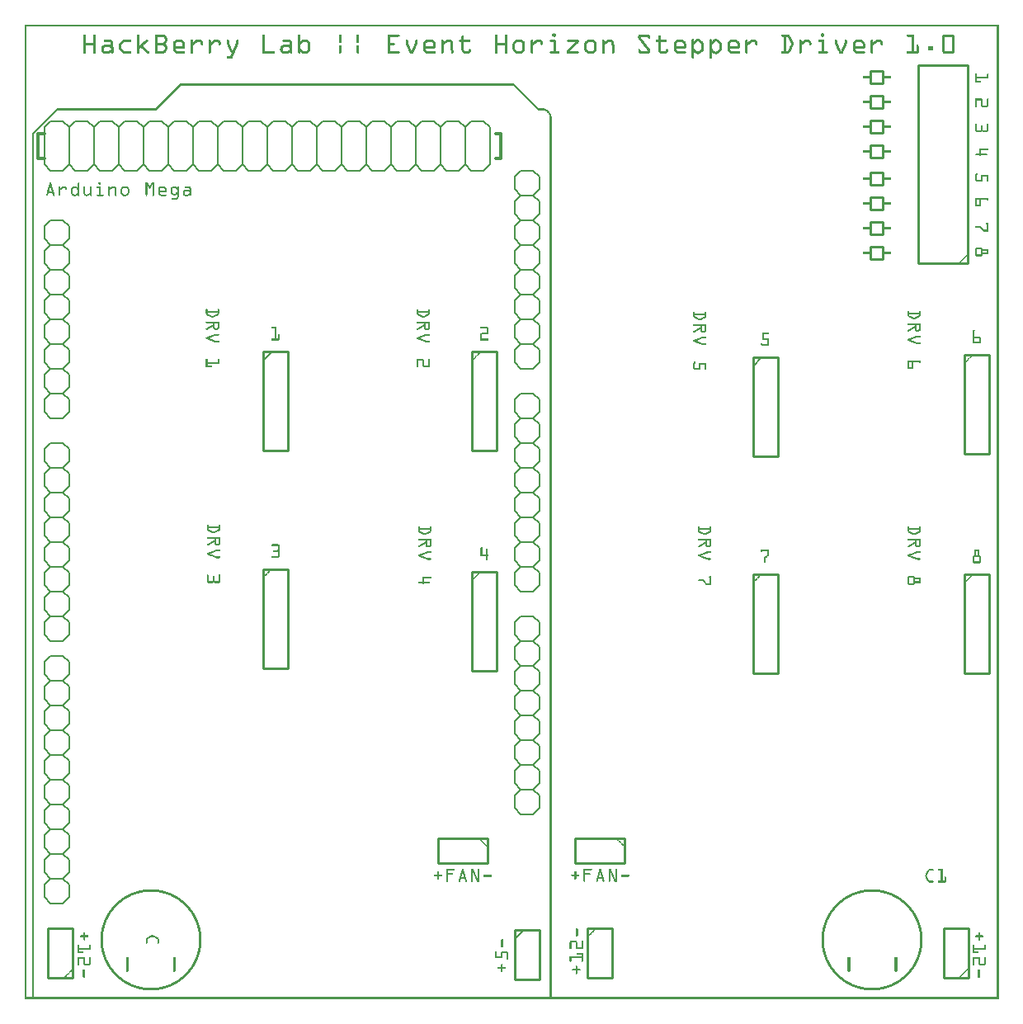
<source format=gto>
G04 MADE WITH FRITZING*
G04 WWW.FRITZING.ORG*
G04 DOUBLE SIDED*
G04 HOLES PLATED*
G04 CONTOUR ON CENTER OF CONTOUR VECTOR*
%ASAXBY*%
%FSLAX23Y23*%
%MOIN*%
%OFA0B0*%
%SFA1.0B1.0*%
%ADD10C,0.410000X0.39*%
%ADD11C,0.012000*%
%ADD12C,0.006000*%
%ADD13C,0.010000*%
%ADD14C,0.005000*%
%ADD15R,0.001000X0.001000*%
%LNSILK1*%
G90*
G70*
G54D10*
X510Y240D03*
X3426Y240D03*
G54D11*
X1905Y3398D02*
X1925Y3398D01*
D02*
X1925Y3398D02*
X1925Y3498D01*
D02*
X1925Y3498D02*
X1905Y3498D01*
D02*
X80Y3398D02*
X55Y3398D01*
D02*
X55Y3398D02*
X55Y3498D01*
D02*
X55Y3498D02*
X80Y3498D01*
G54D12*
D02*
X1980Y3173D02*
X1980Y3223D01*
D02*
X1980Y3223D02*
X2005Y3248D01*
D02*
X2005Y3248D02*
X2055Y3248D01*
D02*
X2055Y3248D02*
X2080Y3223D01*
D02*
X2005Y3048D02*
X1980Y3073D01*
D02*
X1980Y3073D02*
X1980Y3123D01*
D02*
X1980Y3123D02*
X2005Y3148D01*
D02*
X2005Y3148D02*
X2055Y3148D01*
D02*
X2055Y3148D02*
X2080Y3123D01*
D02*
X2080Y3123D02*
X2080Y3073D01*
D02*
X2080Y3073D02*
X2055Y3048D01*
D02*
X1980Y3173D02*
X2005Y3148D01*
D02*
X2055Y3148D02*
X2080Y3173D01*
D02*
X2080Y3223D02*
X2080Y3173D01*
D02*
X1980Y2873D02*
X1980Y2923D01*
D02*
X1980Y2923D02*
X2005Y2948D01*
D02*
X2005Y2948D02*
X2055Y2948D01*
D02*
X2055Y2948D02*
X2080Y2923D01*
D02*
X2005Y2948D02*
X1980Y2973D01*
D02*
X1980Y2973D02*
X1980Y3023D01*
D02*
X1980Y3023D02*
X2005Y3048D01*
D02*
X2005Y3048D02*
X2055Y3048D01*
D02*
X2055Y3048D02*
X2080Y3023D01*
D02*
X2080Y3023D02*
X2080Y2973D01*
D02*
X2080Y2973D02*
X2055Y2948D01*
D02*
X2005Y2748D02*
X1980Y2773D01*
D02*
X1980Y2773D02*
X1980Y2823D01*
D02*
X1980Y2823D02*
X2005Y2848D01*
D02*
X2005Y2848D02*
X2055Y2848D01*
D02*
X2055Y2848D02*
X2080Y2823D01*
D02*
X2080Y2823D02*
X2080Y2773D01*
D02*
X2080Y2773D02*
X2055Y2748D01*
D02*
X1980Y2873D02*
X2005Y2848D01*
D02*
X2055Y2848D02*
X2080Y2873D01*
D02*
X2080Y2923D02*
X2080Y2873D01*
D02*
X1980Y2573D02*
X1980Y2623D01*
D02*
X1980Y2623D02*
X2005Y2648D01*
D02*
X2005Y2648D02*
X2055Y2648D01*
D02*
X2055Y2648D02*
X2080Y2623D01*
D02*
X2005Y2648D02*
X1980Y2673D01*
D02*
X1980Y2673D02*
X1980Y2723D01*
D02*
X1980Y2723D02*
X2005Y2748D01*
D02*
X2005Y2748D02*
X2055Y2748D01*
D02*
X2055Y2748D02*
X2080Y2723D01*
D02*
X2080Y2723D02*
X2080Y2673D01*
D02*
X2080Y2673D02*
X2055Y2648D01*
D02*
X2005Y2548D02*
X2055Y2548D01*
D02*
X1980Y2573D02*
X2005Y2548D01*
D02*
X2055Y2548D02*
X2080Y2573D01*
D02*
X2080Y2623D02*
X2080Y2573D01*
D02*
X1980Y3273D02*
X1980Y3323D01*
D02*
X1980Y3323D02*
X2005Y3348D01*
D02*
X2005Y3348D02*
X2055Y3348D01*
D02*
X2055Y3348D02*
X2080Y3323D01*
D02*
X1980Y3273D02*
X2005Y3248D01*
D02*
X2055Y3248D02*
X2080Y3273D01*
D02*
X2080Y3323D02*
X2080Y3273D01*
D02*
X1980Y2273D02*
X1980Y2323D01*
D02*
X1980Y2323D02*
X2005Y2348D01*
D02*
X2005Y2348D02*
X2055Y2348D01*
D02*
X2055Y2348D02*
X2080Y2323D01*
D02*
X2005Y2148D02*
X1980Y2173D01*
D02*
X1980Y2173D02*
X1980Y2223D01*
D02*
X1980Y2223D02*
X2005Y2248D01*
D02*
X2005Y2248D02*
X2055Y2248D01*
D02*
X2055Y2248D02*
X2080Y2223D01*
D02*
X2080Y2223D02*
X2080Y2173D01*
D02*
X2080Y2173D02*
X2055Y2148D01*
D02*
X1980Y2273D02*
X2005Y2248D01*
D02*
X2055Y2248D02*
X2080Y2273D01*
D02*
X2080Y2323D02*
X2080Y2273D01*
D02*
X1980Y1973D02*
X1980Y2023D01*
D02*
X1980Y2023D02*
X2005Y2048D01*
D02*
X2005Y2048D02*
X2055Y2048D01*
D02*
X2055Y2048D02*
X2080Y2023D01*
D02*
X2005Y2048D02*
X1980Y2073D01*
D02*
X1980Y2073D02*
X1980Y2123D01*
D02*
X1980Y2123D02*
X2005Y2148D01*
D02*
X2005Y2148D02*
X2055Y2148D01*
D02*
X2055Y2148D02*
X2080Y2123D01*
D02*
X2080Y2123D02*
X2080Y2073D01*
D02*
X2080Y2073D02*
X2055Y2048D01*
D02*
X2005Y1848D02*
X1980Y1873D01*
D02*
X1980Y1873D02*
X1980Y1923D01*
D02*
X1980Y1923D02*
X2005Y1948D01*
D02*
X2005Y1948D02*
X2055Y1948D01*
D02*
X2055Y1948D02*
X2080Y1923D01*
D02*
X2080Y1923D02*
X2080Y1873D01*
D02*
X2080Y1873D02*
X2055Y1848D01*
D02*
X1980Y1973D02*
X2005Y1948D01*
D02*
X2055Y1948D02*
X2080Y1973D01*
D02*
X2080Y2023D02*
X2080Y1973D01*
D02*
X1980Y1673D02*
X1980Y1723D01*
D02*
X1980Y1723D02*
X2005Y1748D01*
D02*
X2005Y1748D02*
X2055Y1748D01*
D02*
X2055Y1748D02*
X2080Y1723D01*
D02*
X2005Y1748D02*
X1980Y1773D01*
D02*
X1980Y1773D02*
X1980Y1823D01*
D02*
X1980Y1823D02*
X2005Y1848D01*
D02*
X2005Y1848D02*
X2055Y1848D01*
D02*
X2055Y1848D02*
X2080Y1823D01*
D02*
X2080Y1823D02*
X2080Y1773D01*
D02*
X2080Y1773D02*
X2055Y1748D01*
D02*
X2005Y1648D02*
X2055Y1648D01*
D02*
X1980Y1673D02*
X2005Y1648D01*
D02*
X2055Y1648D02*
X2080Y1673D01*
D02*
X2080Y1723D02*
X2080Y1673D01*
D02*
X1980Y2373D02*
X1980Y2423D01*
D02*
X1980Y2423D02*
X2005Y2448D01*
D02*
X2005Y2448D02*
X2055Y2448D01*
D02*
X2055Y2448D02*
X2080Y2423D01*
D02*
X1980Y2373D02*
X2005Y2348D01*
D02*
X2055Y2348D02*
X2080Y2373D01*
D02*
X2080Y2423D02*
X2080Y2373D01*
D02*
X180Y2523D02*
X180Y2473D01*
D02*
X180Y2473D02*
X155Y2448D01*
D02*
X155Y2448D02*
X105Y2448D01*
D02*
X105Y2448D02*
X80Y2473D01*
D02*
X155Y2648D02*
X180Y2623D01*
D02*
X180Y2623D02*
X180Y2573D01*
D02*
X180Y2573D02*
X155Y2548D01*
D02*
X155Y2548D02*
X105Y2548D01*
D02*
X105Y2548D02*
X80Y2573D01*
D02*
X80Y2573D02*
X80Y2623D01*
D02*
X80Y2623D02*
X105Y2648D01*
D02*
X180Y2523D02*
X155Y2548D01*
D02*
X105Y2548D02*
X80Y2523D01*
D02*
X80Y2473D02*
X80Y2523D01*
D02*
X180Y2823D02*
X180Y2773D01*
D02*
X180Y2773D02*
X155Y2748D01*
D02*
X155Y2748D02*
X105Y2748D01*
D02*
X105Y2748D02*
X80Y2773D01*
D02*
X155Y2748D02*
X180Y2723D01*
D02*
X180Y2723D02*
X180Y2673D01*
D02*
X180Y2673D02*
X155Y2648D01*
D02*
X155Y2648D02*
X105Y2648D01*
D02*
X105Y2648D02*
X80Y2673D01*
D02*
X80Y2673D02*
X80Y2723D01*
D02*
X80Y2723D02*
X105Y2748D01*
D02*
X155Y2948D02*
X180Y2923D01*
D02*
X180Y2923D02*
X180Y2873D01*
D02*
X180Y2873D02*
X155Y2848D01*
D02*
X155Y2848D02*
X105Y2848D01*
D02*
X105Y2848D02*
X80Y2873D01*
D02*
X80Y2873D02*
X80Y2923D01*
D02*
X80Y2923D02*
X105Y2948D01*
D02*
X180Y2823D02*
X155Y2848D01*
D02*
X105Y2848D02*
X80Y2823D01*
D02*
X80Y2773D02*
X80Y2823D01*
D02*
X180Y3123D02*
X180Y3073D01*
D02*
X180Y3073D02*
X155Y3048D01*
D02*
X155Y3048D02*
X105Y3048D01*
D02*
X105Y3048D02*
X80Y3073D01*
D02*
X155Y3048D02*
X180Y3023D01*
D02*
X180Y3023D02*
X180Y2973D01*
D02*
X180Y2973D02*
X155Y2948D01*
D02*
X155Y2948D02*
X105Y2948D01*
D02*
X105Y2948D02*
X80Y2973D01*
D02*
X80Y2973D02*
X80Y3023D01*
D02*
X80Y3023D02*
X105Y3048D01*
D02*
X155Y3148D02*
X105Y3148D01*
D02*
X180Y3123D02*
X155Y3148D01*
D02*
X105Y3148D02*
X80Y3123D01*
D02*
X80Y3073D02*
X80Y3123D01*
D02*
X180Y2423D02*
X180Y2373D01*
D02*
X180Y2373D02*
X155Y2348D01*
D02*
X155Y2348D02*
X105Y2348D01*
D02*
X105Y2348D02*
X80Y2373D01*
D02*
X180Y2423D02*
X155Y2448D01*
D02*
X105Y2448D02*
X80Y2423D01*
D02*
X80Y2373D02*
X80Y2423D01*
D02*
X105Y1188D02*
X80Y1213D01*
D02*
X80Y1213D02*
X80Y1263D01*
D02*
X80Y1263D02*
X105Y1288D01*
D02*
X105Y1288D02*
X155Y1288D01*
D02*
X155Y1288D02*
X180Y1263D01*
D02*
X180Y1263D02*
X180Y1213D01*
D02*
X180Y1213D02*
X155Y1188D01*
D02*
X80Y1013D02*
X80Y1063D01*
D02*
X80Y1063D02*
X105Y1088D01*
D02*
X105Y1088D02*
X155Y1088D01*
D02*
X155Y1088D02*
X180Y1063D01*
D02*
X105Y1088D02*
X80Y1113D01*
D02*
X80Y1113D02*
X80Y1163D01*
D02*
X80Y1163D02*
X105Y1188D01*
D02*
X105Y1188D02*
X155Y1188D01*
D02*
X155Y1188D02*
X180Y1163D01*
D02*
X180Y1163D02*
X180Y1113D01*
D02*
X180Y1113D02*
X155Y1088D01*
D02*
X105Y888D02*
X80Y913D01*
D02*
X80Y913D02*
X80Y963D01*
D02*
X80Y963D02*
X105Y988D01*
D02*
X105Y988D02*
X155Y988D01*
D02*
X155Y988D02*
X180Y963D01*
D02*
X180Y963D02*
X180Y913D01*
D02*
X180Y913D02*
X155Y888D01*
D02*
X80Y1013D02*
X105Y988D01*
D02*
X155Y988D02*
X180Y1013D01*
D02*
X180Y1063D02*
X180Y1013D01*
D02*
X80Y713D02*
X80Y763D01*
D02*
X80Y763D02*
X105Y788D01*
D02*
X105Y788D02*
X155Y788D01*
D02*
X155Y788D02*
X180Y763D01*
D02*
X105Y788D02*
X80Y813D01*
D02*
X80Y813D02*
X80Y863D01*
D02*
X80Y863D02*
X105Y888D01*
D02*
X105Y888D02*
X155Y888D01*
D02*
X155Y888D02*
X180Y863D01*
D02*
X180Y863D02*
X180Y813D01*
D02*
X180Y813D02*
X155Y788D01*
D02*
X105Y588D02*
X80Y613D01*
D02*
X80Y613D02*
X80Y663D01*
D02*
X80Y663D02*
X105Y688D01*
D02*
X105Y688D02*
X155Y688D01*
D02*
X155Y688D02*
X180Y663D01*
D02*
X180Y663D02*
X180Y613D01*
D02*
X180Y613D02*
X155Y588D01*
D02*
X80Y713D02*
X105Y688D01*
D02*
X155Y688D02*
X180Y713D01*
D02*
X180Y763D02*
X180Y713D01*
D02*
X80Y413D02*
X80Y463D01*
D02*
X80Y463D02*
X105Y488D01*
D02*
X105Y488D02*
X155Y488D01*
D02*
X155Y488D02*
X180Y463D01*
D02*
X105Y488D02*
X80Y513D01*
D02*
X80Y513D02*
X80Y563D01*
D02*
X80Y563D02*
X105Y588D01*
D02*
X105Y588D02*
X155Y588D01*
D02*
X155Y588D02*
X180Y563D01*
D02*
X180Y563D02*
X180Y513D01*
D02*
X180Y513D02*
X155Y488D01*
D02*
X105Y388D02*
X155Y388D01*
D02*
X80Y413D02*
X105Y388D01*
D02*
X155Y388D02*
X180Y413D01*
D02*
X180Y463D02*
X180Y413D01*
D02*
X80Y1313D02*
X80Y1363D01*
D02*
X80Y1363D02*
X105Y1388D01*
D02*
X105Y1388D02*
X155Y1388D01*
D02*
X155Y1388D02*
X180Y1363D01*
D02*
X80Y1313D02*
X105Y1288D01*
D02*
X155Y1288D02*
X180Y1313D01*
D02*
X180Y1363D02*
X180Y1313D01*
D02*
X1980Y1373D02*
X1980Y1423D01*
D02*
X1980Y1423D02*
X2005Y1448D01*
D02*
X2005Y1448D02*
X2055Y1448D01*
D02*
X2055Y1448D02*
X2080Y1423D01*
D02*
X2005Y1248D02*
X1980Y1273D01*
D02*
X1980Y1273D02*
X1980Y1323D01*
D02*
X1980Y1323D02*
X2005Y1348D01*
D02*
X2005Y1348D02*
X2055Y1348D01*
D02*
X2055Y1348D02*
X2080Y1323D01*
D02*
X2080Y1323D02*
X2080Y1273D01*
D02*
X2080Y1273D02*
X2055Y1248D01*
D02*
X1980Y1373D02*
X2005Y1348D01*
D02*
X2055Y1348D02*
X2080Y1373D01*
D02*
X2080Y1423D02*
X2080Y1373D01*
D02*
X1980Y1073D02*
X1980Y1123D01*
D02*
X1980Y1123D02*
X2005Y1148D01*
D02*
X2005Y1148D02*
X2055Y1148D01*
D02*
X2055Y1148D02*
X2080Y1123D01*
D02*
X2005Y1148D02*
X1980Y1173D01*
D02*
X1980Y1173D02*
X1980Y1223D01*
D02*
X1980Y1223D02*
X2005Y1248D01*
D02*
X2005Y1248D02*
X2055Y1248D01*
D02*
X2055Y1248D02*
X2080Y1223D01*
D02*
X2080Y1223D02*
X2080Y1173D01*
D02*
X2080Y1173D02*
X2055Y1148D01*
D02*
X2005Y948D02*
X1980Y973D01*
D02*
X1980Y973D02*
X1980Y1023D01*
D02*
X1980Y1023D02*
X2005Y1048D01*
D02*
X2005Y1048D02*
X2055Y1048D01*
D02*
X2055Y1048D02*
X2080Y1023D01*
D02*
X2080Y1023D02*
X2080Y973D01*
D02*
X2080Y973D02*
X2055Y948D01*
D02*
X1980Y1073D02*
X2005Y1048D01*
D02*
X2055Y1048D02*
X2080Y1073D01*
D02*
X2080Y1123D02*
X2080Y1073D01*
D02*
X1980Y773D02*
X1980Y823D01*
D02*
X1980Y823D02*
X2005Y848D01*
D02*
X2005Y848D02*
X2055Y848D01*
D02*
X2055Y848D02*
X2080Y823D01*
D02*
X2005Y848D02*
X1980Y873D01*
D02*
X1980Y873D02*
X1980Y923D01*
D02*
X1980Y923D02*
X2005Y948D01*
D02*
X2005Y948D02*
X2055Y948D01*
D02*
X2055Y948D02*
X2080Y923D01*
D02*
X2080Y923D02*
X2080Y873D01*
D02*
X2080Y873D02*
X2055Y848D01*
D02*
X2005Y748D02*
X2055Y748D01*
D02*
X1980Y773D02*
X2005Y748D01*
D02*
X2055Y748D02*
X2080Y773D01*
D02*
X2080Y823D02*
X2080Y773D01*
D02*
X1980Y1473D02*
X1980Y1523D01*
D02*
X1980Y1523D02*
X2005Y1548D01*
D02*
X2005Y1548D02*
X2055Y1548D01*
D02*
X2055Y1548D02*
X2080Y1523D01*
D02*
X1980Y1473D02*
X2005Y1448D01*
D02*
X2055Y1448D02*
X2080Y1473D01*
D02*
X2080Y1523D02*
X2080Y1473D01*
D02*
X180Y1623D02*
X180Y1573D01*
D02*
X180Y1573D02*
X155Y1548D01*
D02*
X155Y1548D02*
X105Y1548D01*
D02*
X105Y1548D02*
X80Y1573D01*
D02*
X155Y1748D02*
X180Y1723D01*
D02*
X180Y1723D02*
X180Y1673D01*
D02*
X180Y1673D02*
X155Y1648D01*
D02*
X155Y1648D02*
X105Y1648D01*
D02*
X105Y1648D02*
X80Y1673D01*
D02*
X80Y1673D02*
X80Y1723D01*
D02*
X80Y1723D02*
X105Y1748D01*
D02*
X180Y1623D02*
X155Y1648D01*
D02*
X105Y1648D02*
X80Y1623D01*
D02*
X80Y1573D02*
X80Y1623D01*
D02*
X180Y1923D02*
X180Y1873D01*
D02*
X180Y1873D02*
X155Y1848D01*
D02*
X155Y1848D02*
X105Y1848D01*
D02*
X105Y1848D02*
X80Y1873D01*
D02*
X155Y1848D02*
X180Y1823D01*
D02*
X180Y1823D02*
X180Y1773D01*
D02*
X180Y1773D02*
X155Y1748D01*
D02*
X155Y1748D02*
X105Y1748D01*
D02*
X105Y1748D02*
X80Y1773D01*
D02*
X80Y1773D02*
X80Y1823D01*
D02*
X80Y1823D02*
X105Y1848D01*
D02*
X155Y2048D02*
X180Y2023D01*
D02*
X180Y2023D02*
X180Y1973D01*
D02*
X180Y1973D02*
X155Y1948D01*
D02*
X155Y1948D02*
X105Y1948D01*
D02*
X105Y1948D02*
X80Y1973D01*
D02*
X80Y1973D02*
X80Y2023D01*
D02*
X80Y2023D02*
X105Y2048D01*
D02*
X180Y1923D02*
X155Y1948D01*
D02*
X105Y1948D02*
X80Y1923D01*
D02*
X80Y1873D02*
X80Y1923D01*
D02*
X180Y2223D02*
X180Y2173D01*
D02*
X180Y2173D02*
X155Y2148D01*
D02*
X155Y2148D02*
X105Y2148D01*
D02*
X105Y2148D02*
X80Y2173D01*
D02*
X155Y2148D02*
X180Y2123D01*
D02*
X180Y2123D02*
X180Y2073D01*
D02*
X180Y2073D02*
X155Y2048D01*
D02*
X155Y2048D02*
X105Y2048D01*
D02*
X105Y2048D02*
X80Y2073D01*
D02*
X80Y2073D02*
X80Y2123D01*
D02*
X80Y2123D02*
X105Y2148D01*
D02*
X155Y2248D02*
X105Y2248D01*
D02*
X180Y2223D02*
X155Y2248D01*
D02*
X105Y2248D02*
X80Y2223D01*
D02*
X80Y2173D02*
X80Y2223D01*
D02*
X180Y1523D02*
X180Y1473D01*
D02*
X180Y1473D02*
X155Y1448D01*
D02*
X155Y1448D02*
X105Y1448D01*
D02*
X105Y1448D02*
X80Y1473D01*
D02*
X180Y1523D02*
X155Y1548D01*
D02*
X105Y1548D02*
X80Y1523D01*
D02*
X80Y1473D02*
X80Y1523D01*
D02*
X80Y3373D02*
X105Y3348D01*
D02*
X105Y3348D02*
X155Y3348D01*
D02*
X155Y3348D02*
X180Y3373D01*
D02*
X180Y3373D02*
X205Y3348D01*
D02*
X205Y3348D02*
X255Y3348D01*
D02*
X255Y3348D02*
X280Y3373D01*
D02*
X280Y3373D02*
X305Y3348D01*
D02*
X305Y3348D02*
X355Y3348D01*
D02*
X355Y3348D02*
X380Y3373D01*
D02*
X380Y3373D02*
X405Y3348D01*
D02*
X405Y3348D02*
X455Y3348D01*
D02*
X455Y3348D02*
X480Y3373D01*
D02*
X480Y3373D02*
X505Y3348D01*
D02*
X505Y3348D02*
X555Y3348D01*
D02*
X555Y3348D02*
X580Y3373D01*
D02*
X580Y3373D02*
X605Y3348D01*
D02*
X605Y3348D02*
X655Y3348D01*
D02*
X655Y3348D02*
X680Y3373D01*
D02*
X80Y3373D02*
X80Y3523D01*
D02*
X80Y3523D02*
X105Y3548D01*
D02*
X105Y3548D02*
X155Y3548D01*
D02*
X155Y3548D02*
X180Y3523D01*
D02*
X180Y3523D02*
X205Y3548D01*
D02*
X205Y3548D02*
X255Y3548D01*
D02*
X255Y3548D02*
X280Y3523D01*
D02*
X280Y3523D02*
X305Y3548D01*
D02*
X305Y3548D02*
X355Y3548D01*
D02*
X355Y3548D02*
X380Y3523D01*
D02*
X380Y3523D02*
X405Y3548D01*
D02*
X405Y3548D02*
X455Y3548D01*
D02*
X455Y3548D02*
X480Y3523D01*
D02*
X480Y3523D02*
X505Y3548D01*
D02*
X505Y3548D02*
X555Y3548D01*
D02*
X555Y3548D02*
X580Y3523D01*
D02*
X580Y3523D02*
X605Y3548D01*
D02*
X605Y3548D02*
X655Y3548D01*
D02*
X655Y3548D02*
X680Y3523D01*
D02*
X680Y3523D02*
X705Y3548D01*
D02*
X705Y3548D02*
X755Y3548D01*
D02*
X755Y3548D02*
X780Y3523D01*
D02*
X780Y3523D02*
X805Y3548D01*
D02*
X805Y3548D02*
X855Y3548D01*
D02*
X855Y3548D02*
X880Y3523D01*
D02*
X880Y3523D02*
X905Y3548D01*
D02*
X905Y3548D02*
X955Y3548D01*
D02*
X955Y3548D02*
X980Y3523D01*
D02*
X980Y3523D02*
X1005Y3548D01*
D02*
X1005Y3548D02*
X1055Y3548D01*
D02*
X1055Y3548D02*
X1080Y3523D01*
D02*
X1080Y3523D02*
X1105Y3548D01*
D02*
X1105Y3548D02*
X1155Y3548D01*
D02*
X1155Y3548D02*
X1180Y3523D01*
D02*
X1180Y3523D02*
X1205Y3548D01*
D02*
X1205Y3548D02*
X1255Y3548D01*
D02*
X1280Y3523D02*
X1255Y3548D01*
D02*
X1280Y3523D02*
X1305Y3548D01*
D02*
X1355Y3548D02*
X1305Y3548D01*
D02*
X1355Y3548D02*
X1380Y3523D01*
D02*
X1380Y3523D02*
X1405Y3548D01*
D02*
X1455Y3548D02*
X1405Y3548D01*
D02*
X1455Y3548D02*
X1480Y3523D01*
D02*
X1480Y3523D02*
X1505Y3548D01*
D02*
X1555Y3548D02*
X1505Y3548D01*
D02*
X1555Y3548D02*
X1580Y3523D01*
D02*
X1580Y3523D02*
X1605Y3548D01*
D02*
X1655Y3548D02*
X1605Y3548D01*
D02*
X1655Y3548D02*
X1680Y3523D01*
D02*
X1680Y3523D02*
X1705Y3548D01*
D02*
X1755Y3548D02*
X1705Y3548D01*
D02*
X1755Y3548D02*
X1780Y3523D01*
D02*
X1780Y3523D02*
X1805Y3548D01*
D02*
X1855Y3548D02*
X1805Y3548D01*
D02*
X1855Y3548D02*
X1880Y3523D01*
D02*
X1880Y3373D02*
X1855Y3348D01*
D02*
X1855Y3348D02*
X1805Y3348D01*
D02*
X1780Y3373D02*
X1805Y3348D01*
D02*
X1780Y3373D02*
X1755Y3348D01*
D02*
X1755Y3348D02*
X1705Y3348D01*
D02*
X1680Y3373D02*
X1705Y3348D01*
D02*
X1680Y3373D02*
X1655Y3348D01*
D02*
X1605Y3348D02*
X1655Y3348D01*
D02*
X1605Y3348D02*
X1580Y3373D01*
D02*
X1580Y3373D02*
X1555Y3348D01*
D02*
X1505Y3348D02*
X1555Y3348D01*
D02*
X1505Y3348D02*
X1480Y3373D01*
D02*
X1480Y3373D02*
X1455Y3348D01*
D02*
X1455Y3348D02*
X1405Y3348D01*
D02*
X1380Y3373D02*
X1405Y3348D01*
D02*
X1380Y3373D02*
X1355Y3348D01*
D02*
X1355Y3348D02*
X1305Y3348D01*
D02*
X1280Y3373D02*
X1305Y3348D01*
D02*
X1280Y3373D02*
X1255Y3348D01*
D02*
X1255Y3348D02*
X1205Y3348D01*
D02*
X1180Y3373D02*
X1205Y3348D01*
D02*
X1180Y3373D02*
X1155Y3348D01*
D02*
X1155Y3348D02*
X1105Y3348D01*
D02*
X1080Y3373D02*
X1105Y3348D01*
D02*
X1080Y3373D02*
X1055Y3348D01*
D02*
X1055Y3348D02*
X1005Y3348D01*
D02*
X980Y3373D02*
X1005Y3348D01*
D02*
X980Y3373D02*
X955Y3348D01*
D02*
X955Y3348D02*
X905Y3348D01*
D02*
X880Y3373D02*
X905Y3348D01*
D02*
X880Y3373D02*
X855Y3348D01*
D02*
X855Y3348D02*
X805Y3348D01*
D02*
X780Y3373D02*
X805Y3348D01*
D02*
X780Y3373D02*
X755Y3348D01*
D02*
X755Y3348D02*
X705Y3348D01*
D02*
X680Y3373D02*
X705Y3348D01*
D02*
X180Y3523D02*
X180Y3373D01*
D02*
X280Y3523D02*
X280Y3373D01*
D02*
X380Y3523D02*
X380Y3373D01*
D02*
X480Y3523D02*
X480Y3373D01*
D02*
X580Y3523D02*
X580Y3373D01*
D02*
X680Y3523D02*
X680Y3373D01*
D02*
X780Y3523D02*
X780Y3373D01*
D02*
X880Y3523D02*
X880Y3373D01*
D02*
X980Y3523D02*
X980Y3373D01*
D02*
X1080Y3523D02*
X1080Y3373D01*
D02*
X1180Y3523D02*
X1180Y3373D01*
D02*
X1280Y3523D02*
X1280Y3373D01*
D02*
X1380Y3523D02*
X1380Y3373D01*
D02*
X1480Y3523D02*
X1480Y3373D01*
D02*
X1580Y3523D02*
X1580Y3373D01*
D02*
X1680Y3523D02*
X1680Y3373D01*
D02*
X1780Y3523D02*
X1780Y3373D01*
D02*
X1880Y3523D02*
X1880Y3373D01*
G54D13*
D02*
X3811Y2972D02*
X3811Y3772D01*
D02*
X3811Y3772D02*
X3611Y3772D01*
D02*
X3611Y3772D02*
X3611Y2972D01*
D02*
X3611Y2972D02*
X3811Y2972D01*
D02*
X196Y86D02*
X196Y286D01*
D02*
X196Y286D02*
X96Y286D01*
D02*
X96Y286D02*
X96Y86D01*
D02*
X96Y86D02*
X196Y86D01*
D02*
X3813Y86D02*
X3813Y286D01*
D02*
X3813Y286D02*
X3713Y286D01*
D02*
X3713Y286D02*
X3713Y86D01*
D02*
X3713Y86D02*
X3813Y86D01*
D02*
X2276Y286D02*
X2276Y86D01*
D02*
X2276Y86D02*
X2376Y86D01*
D02*
X2376Y86D02*
X2376Y286D01*
D02*
X2376Y286D02*
X2276Y286D01*
D02*
X1982Y279D02*
X1982Y79D01*
D02*
X1982Y79D02*
X2082Y79D01*
D02*
X2082Y79D02*
X2082Y279D01*
D02*
X2082Y279D02*
X1982Y279D01*
G54D14*
D02*
X1982Y244D02*
X2017Y279D01*
G54D13*
D02*
X965Y2615D02*
X965Y2215D01*
D02*
X965Y2215D02*
X1065Y2215D01*
D02*
X1065Y2215D02*
X1065Y2615D01*
D02*
X1065Y2615D02*
X965Y2615D01*
G54D14*
D02*
X965Y2580D02*
X1000Y2615D01*
G54D13*
D02*
X1809Y2615D02*
X1809Y2215D01*
D02*
X1809Y2215D02*
X1909Y2215D01*
D02*
X1909Y2215D02*
X1909Y2615D01*
D02*
X1909Y2615D02*
X1809Y2615D01*
D02*
X965Y1738D02*
X965Y1338D01*
D02*
X965Y1338D02*
X1065Y1338D01*
D02*
X1065Y1338D02*
X1065Y1738D01*
D02*
X1065Y1738D02*
X965Y1738D01*
D02*
X1809Y1727D02*
X1809Y1327D01*
D02*
X1809Y1327D02*
X1909Y1327D01*
D02*
X1909Y1327D02*
X1909Y1727D01*
D02*
X1909Y1727D02*
X1809Y1727D01*
D02*
X1870Y650D02*
X1670Y650D01*
D02*
X1670Y650D02*
X1670Y550D01*
D02*
X1670Y550D02*
X1870Y550D01*
D02*
X1870Y550D02*
X1870Y650D01*
D02*
X2426Y650D02*
X2226Y650D01*
D02*
X2226Y650D02*
X2226Y550D01*
D02*
X2226Y550D02*
X2426Y550D01*
D02*
X2426Y550D02*
X2426Y650D01*
D02*
X2943Y2593D02*
X2943Y2193D01*
D02*
X2943Y2193D02*
X3043Y2193D01*
D02*
X3043Y2193D02*
X3043Y2593D01*
D02*
X3043Y2593D02*
X2943Y2593D01*
G54D14*
D02*
X2943Y2558D02*
X2978Y2593D01*
G54D13*
D02*
X3798Y2604D02*
X3798Y2204D01*
D02*
X3798Y2204D02*
X3898Y2204D01*
D02*
X3898Y2204D02*
X3898Y2604D01*
D02*
X3898Y2604D02*
X3798Y2604D01*
D02*
X2943Y1715D02*
X2943Y1315D01*
D02*
X2943Y1315D02*
X3043Y1315D01*
D02*
X3043Y1315D02*
X3043Y1715D01*
D02*
X3043Y1715D02*
X2943Y1715D01*
D02*
X3798Y1715D02*
X3798Y1315D01*
D02*
X3798Y1315D02*
X3898Y1315D01*
D02*
X3898Y1315D02*
X3898Y1715D01*
D02*
X3898Y1715D02*
X3798Y1715D01*
D02*
X3419Y3750D02*
X3469Y3750D01*
D02*
X3469Y3750D02*
X3469Y3700D01*
D02*
X3469Y3700D02*
X3419Y3700D01*
D02*
X3419Y3700D02*
X3419Y3750D01*
D02*
X3419Y3650D02*
X3469Y3650D01*
D02*
X3469Y3650D02*
X3469Y3600D01*
D02*
X3469Y3600D02*
X3419Y3600D01*
D02*
X3419Y3600D02*
X3419Y3650D01*
D02*
X3419Y3550D02*
X3469Y3550D01*
D02*
X3469Y3550D02*
X3469Y3500D01*
D02*
X3469Y3500D02*
X3419Y3500D01*
D02*
X3419Y3500D02*
X3419Y3550D01*
D02*
X3419Y3450D02*
X3469Y3450D01*
D02*
X3469Y3450D02*
X3469Y3400D01*
D02*
X3469Y3400D02*
X3419Y3400D01*
D02*
X3419Y3400D02*
X3419Y3450D01*
D02*
X3419Y3339D02*
X3469Y3339D01*
D02*
X3469Y3339D02*
X3469Y3289D01*
D02*
X3469Y3289D02*
X3419Y3289D01*
D02*
X3419Y3289D02*
X3419Y3339D01*
D02*
X3419Y3239D02*
X3469Y3239D01*
D02*
X3469Y3239D02*
X3469Y3189D01*
D02*
X3469Y3189D02*
X3419Y3189D01*
D02*
X3419Y3189D02*
X3419Y3239D01*
D02*
X3419Y3139D02*
X3469Y3139D01*
D02*
X3469Y3139D02*
X3469Y3089D01*
D02*
X3469Y3089D02*
X3419Y3089D01*
D02*
X3419Y3089D02*
X3419Y3139D01*
D02*
X3419Y3039D02*
X3469Y3039D01*
D02*
X3469Y3039D02*
X3469Y2989D01*
D02*
X3469Y2989D02*
X3419Y2989D01*
D02*
X3419Y2989D02*
X3419Y3039D01*
G54D15*
X0Y3937D02*
X3936Y3937D01*
X0Y3936D02*
X3936Y3936D01*
X0Y3935D02*
X3936Y3935D01*
X0Y3934D02*
X3936Y3934D01*
X0Y3933D02*
X3936Y3933D01*
X0Y3932D02*
X3936Y3932D01*
X0Y3931D02*
X3936Y3931D01*
X0Y3930D02*
X3936Y3930D01*
X0Y3929D02*
X7Y3929D01*
X3929Y3929D02*
X3936Y3929D01*
X0Y3928D02*
X7Y3928D01*
X3929Y3928D02*
X3936Y3928D01*
X0Y3927D02*
X7Y3927D01*
X3929Y3927D02*
X3936Y3927D01*
X0Y3926D02*
X7Y3926D01*
X3929Y3926D02*
X3936Y3926D01*
X0Y3925D02*
X7Y3925D01*
X3929Y3925D02*
X3936Y3925D01*
X0Y3924D02*
X7Y3924D01*
X3929Y3924D02*
X3936Y3924D01*
X0Y3923D02*
X7Y3923D01*
X3929Y3923D02*
X3936Y3923D01*
X0Y3922D02*
X7Y3922D01*
X3929Y3922D02*
X3936Y3922D01*
X0Y3921D02*
X7Y3921D01*
X3929Y3921D02*
X3936Y3921D01*
X0Y3920D02*
X7Y3920D01*
X3929Y3920D02*
X3936Y3920D01*
X0Y3919D02*
X7Y3919D01*
X3929Y3919D02*
X3936Y3919D01*
X0Y3918D02*
X7Y3918D01*
X3929Y3918D02*
X3936Y3918D01*
X0Y3917D02*
X7Y3917D01*
X3929Y3917D02*
X3936Y3917D01*
X0Y3916D02*
X7Y3916D01*
X3929Y3916D02*
X3936Y3916D01*
X0Y3915D02*
X7Y3915D01*
X3929Y3915D02*
X3936Y3915D01*
X0Y3914D02*
X7Y3914D01*
X3929Y3914D02*
X3936Y3914D01*
X0Y3913D02*
X7Y3913D01*
X3929Y3913D02*
X3936Y3913D01*
X0Y3912D02*
X7Y3912D01*
X3929Y3912D02*
X3936Y3912D01*
X0Y3911D02*
X7Y3911D01*
X3929Y3911D02*
X3936Y3911D01*
X0Y3910D02*
X7Y3910D01*
X3929Y3910D02*
X3936Y3910D01*
X0Y3909D02*
X7Y3909D01*
X3929Y3909D02*
X3936Y3909D01*
X0Y3908D02*
X7Y3908D01*
X3929Y3908D02*
X3936Y3908D01*
X0Y3907D02*
X7Y3907D01*
X3929Y3907D02*
X3936Y3907D01*
X0Y3906D02*
X7Y3906D01*
X3929Y3906D02*
X3936Y3906D01*
X0Y3905D02*
X7Y3905D01*
X3929Y3905D02*
X3936Y3905D01*
X0Y3904D02*
X7Y3904D01*
X3929Y3904D02*
X3936Y3904D01*
X0Y3903D02*
X7Y3903D01*
X3929Y3903D02*
X3936Y3903D01*
X0Y3902D02*
X7Y3902D01*
X2137Y3902D02*
X2142Y3902D01*
X3222Y3902D02*
X3227Y3902D01*
X3929Y3902D02*
X3936Y3902D01*
X0Y3901D02*
X7Y3901D01*
X2135Y3901D02*
X2145Y3901D01*
X3219Y3901D02*
X3229Y3901D01*
X3929Y3901D02*
X3936Y3901D01*
X0Y3900D02*
X7Y3900D01*
X2134Y3900D02*
X2146Y3900D01*
X3218Y3900D02*
X3230Y3900D01*
X3929Y3900D02*
X3936Y3900D01*
X0Y3899D02*
X7Y3899D01*
X2133Y3899D02*
X2146Y3899D01*
X3218Y3899D02*
X3231Y3899D01*
X3929Y3899D02*
X3936Y3899D01*
X0Y3898D02*
X7Y3898D01*
X2133Y3898D02*
X2147Y3898D01*
X3217Y3898D02*
X3231Y3898D01*
X3929Y3898D02*
X3936Y3898D01*
X0Y3897D02*
X7Y3897D01*
X240Y3897D02*
X245Y3897D01*
X280Y3897D02*
X285Y3897D01*
X457Y3897D02*
X462Y3897D01*
X527Y3897D02*
X562Y3897D01*
X963Y3897D02*
X968Y3897D01*
X1108Y3897D02*
X1112Y3897D01*
X1272Y3897D02*
X1277Y3897D01*
X1345Y3897D02*
X1349Y3897D01*
X1467Y3897D02*
X1514Y3897D01*
X1903Y3897D02*
X1908Y3897D01*
X1943Y3897D02*
X1947Y3897D01*
X2133Y3897D02*
X2147Y3897D01*
X2486Y3897D02*
X2519Y3897D01*
X3060Y3897D02*
X3085Y3897D01*
X3217Y3897D02*
X3231Y3897D01*
X3566Y3897D02*
X3593Y3897D01*
X3714Y3897D02*
X3751Y3897D01*
X3929Y3897D02*
X3936Y3897D01*
X0Y3896D02*
X7Y3896D01*
X239Y3896D02*
X246Y3896D01*
X279Y3896D02*
X286Y3896D01*
X456Y3896D02*
X463Y3896D01*
X527Y3896D02*
X564Y3896D01*
X962Y3896D02*
X969Y3896D01*
X1107Y3896D02*
X1114Y3896D01*
X1271Y3896D02*
X1278Y3896D01*
X1344Y3896D02*
X1350Y3896D01*
X1467Y3896D02*
X1515Y3896D01*
X1902Y3896D02*
X1909Y3896D01*
X1942Y3896D02*
X1949Y3896D01*
X2133Y3896D02*
X2147Y3896D01*
X2484Y3896D02*
X2521Y3896D01*
X3059Y3896D02*
X3088Y3896D01*
X3217Y3896D02*
X3231Y3896D01*
X3565Y3896D02*
X3593Y3896D01*
X3713Y3896D02*
X3753Y3896D01*
X3929Y3896D02*
X3936Y3896D01*
X0Y3895D02*
X7Y3895D01*
X239Y3895D02*
X247Y3895D01*
X278Y3895D02*
X286Y3895D01*
X456Y3895D02*
X464Y3895D01*
X527Y3895D02*
X566Y3895D01*
X962Y3895D02*
X970Y3895D01*
X1106Y3895D02*
X1114Y3895D01*
X1271Y3895D02*
X1279Y3895D01*
X1343Y3895D02*
X1351Y3895D01*
X1467Y3895D02*
X1515Y3895D01*
X1902Y3895D02*
X1910Y3895D01*
X1941Y3895D02*
X1949Y3895D01*
X2133Y3895D02*
X2147Y3895D01*
X2483Y3895D02*
X2523Y3895D01*
X3058Y3895D02*
X3089Y3895D01*
X3217Y3895D02*
X3231Y3895D01*
X3564Y3895D02*
X3593Y3895D01*
X3712Y3895D02*
X3754Y3895D01*
X3929Y3895D02*
X3936Y3895D01*
X0Y3894D02*
X7Y3894D01*
X238Y3894D02*
X247Y3894D01*
X278Y3894D02*
X287Y3894D01*
X455Y3894D02*
X464Y3894D01*
X527Y3894D02*
X568Y3894D01*
X961Y3894D02*
X970Y3894D01*
X1106Y3894D02*
X1115Y3894D01*
X1270Y3894D02*
X1279Y3894D01*
X1343Y3894D02*
X1351Y3894D01*
X1467Y3894D02*
X1516Y3894D01*
X1901Y3894D02*
X1910Y3894D01*
X1941Y3894D02*
X1950Y3894D01*
X2133Y3894D02*
X2147Y3894D01*
X2482Y3894D02*
X2524Y3894D01*
X3058Y3894D02*
X3090Y3894D01*
X3217Y3894D02*
X3231Y3894D01*
X3564Y3894D02*
X3593Y3894D01*
X3711Y3894D02*
X3755Y3894D01*
X3929Y3894D02*
X3936Y3894D01*
X0Y3893D02*
X7Y3893D01*
X238Y3893D02*
X247Y3893D01*
X278Y3893D02*
X287Y3893D01*
X455Y3893D02*
X464Y3893D01*
X527Y3893D02*
X569Y3893D01*
X961Y3893D02*
X970Y3893D01*
X1106Y3893D02*
X1115Y3893D01*
X1270Y3893D02*
X1279Y3893D01*
X1342Y3893D02*
X1351Y3893D01*
X1467Y3893D02*
X1516Y3893D01*
X1769Y3893D02*
X1773Y3893D01*
X1901Y3893D02*
X1910Y3893D01*
X1941Y3893D02*
X1950Y3893D01*
X2133Y3893D02*
X2147Y3893D01*
X2481Y3893D02*
X2525Y3893D01*
X2564Y3893D02*
X2568Y3893D01*
X3058Y3893D02*
X3091Y3893D01*
X3217Y3893D02*
X3231Y3893D01*
X3564Y3893D02*
X3593Y3893D01*
X3710Y3893D02*
X3756Y3893D01*
X3929Y3893D02*
X3936Y3893D01*
X0Y3892D02*
X7Y3892D01*
X238Y3892D02*
X247Y3892D01*
X278Y3892D02*
X287Y3892D01*
X455Y3892D02*
X464Y3892D01*
X527Y3892D02*
X570Y3892D01*
X961Y3892D02*
X970Y3892D01*
X1106Y3892D02*
X1115Y3892D01*
X1270Y3892D02*
X1279Y3892D01*
X1342Y3892D02*
X1352Y3892D01*
X1467Y3892D02*
X1516Y3892D01*
X1768Y3892D02*
X1774Y3892D01*
X1901Y3892D02*
X1910Y3892D01*
X1941Y3892D02*
X1950Y3892D01*
X2133Y3892D02*
X2147Y3892D01*
X2481Y3892D02*
X2526Y3892D01*
X2563Y3892D02*
X2569Y3892D01*
X3058Y3892D02*
X3092Y3892D01*
X3217Y3892D02*
X3231Y3892D01*
X3564Y3892D02*
X3593Y3892D01*
X3709Y3892D02*
X3756Y3892D01*
X3929Y3892D02*
X3936Y3892D01*
X0Y3891D02*
X7Y3891D01*
X238Y3891D02*
X247Y3891D01*
X278Y3891D02*
X287Y3891D01*
X455Y3891D02*
X464Y3891D01*
X527Y3891D02*
X571Y3891D01*
X961Y3891D02*
X970Y3891D01*
X1106Y3891D02*
X1115Y3891D01*
X1270Y3891D02*
X1279Y3891D01*
X1342Y3891D02*
X1352Y3891D01*
X1467Y3891D02*
X1516Y3891D01*
X1767Y3891D02*
X1775Y3891D01*
X1901Y3891D02*
X1910Y3891D01*
X1941Y3891D02*
X1950Y3891D01*
X2133Y3891D02*
X2146Y3891D01*
X2480Y3891D02*
X2526Y3891D01*
X2562Y3891D02*
X2570Y3891D01*
X3058Y3891D02*
X3093Y3891D01*
X3218Y3891D02*
X3231Y3891D01*
X3564Y3891D02*
X3593Y3891D01*
X3709Y3891D02*
X3757Y3891D01*
X3929Y3891D02*
X3936Y3891D01*
X0Y3890D02*
X7Y3890D01*
X238Y3890D02*
X247Y3890D01*
X278Y3890D02*
X287Y3890D01*
X455Y3890D02*
X464Y3890D01*
X527Y3890D02*
X572Y3890D01*
X961Y3890D02*
X970Y3890D01*
X1106Y3890D02*
X1115Y3890D01*
X1270Y3890D02*
X1279Y3890D01*
X1342Y3890D02*
X1352Y3890D01*
X1467Y3890D02*
X1515Y3890D01*
X1767Y3890D02*
X1775Y3890D01*
X1901Y3890D02*
X1910Y3890D01*
X1941Y3890D02*
X1950Y3890D01*
X2134Y3890D02*
X2146Y3890D01*
X2480Y3890D02*
X2527Y3890D01*
X2562Y3890D02*
X2570Y3890D01*
X3059Y3890D02*
X3094Y3890D01*
X3218Y3890D02*
X3230Y3890D01*
X3565Y3890D02*
X3593Y3890D01*
X3709Y3890D02*
X3757Y3890D01*
X3929Y3890D02*
X3936Y3890D01*
X0Y3889D02*
X7Y3889D01*
X238Y3889D02*
X247Y3889D01*
X278Y3889D02*
X287Y3889D01*
X455Y3889D02*
X464Y3889D01*
X527Y3889D02*
X573Y3889D01*
X961Y3889D02*
X970Y3889D01*
X1106Y3889D02*
X1115Y3889D01*
X1270Y3889D02*
X1279Y3889D01*
X1342Y3889D02*
X1352Y3889D01*
X1467Y3889D02*
X1514Y3889D01*
X1766Y3889D02*
X1775Y3889D01*
X1901Y3889D02*
X1910Y3889D01*
X1941Y3889D02*
X1950Y3889D01*
X2135Y3889D02*
X2145Y3889D01*
X2480Y3889D02*
X2527Y3889D01*
X2562Y3889D02*
X2571Y3889D01*
X3060Y3889D02*
X3094Y3889D01*
X3219Y3889D02*
X3229Y3889D01*
X3566Y3889D02*
X3593Y3889D01*
X3709Y3889D02*
X3757Y3889D01*
X3929Y3889D02*
X3936Y3889D01*
X0Y3888D02*
X7Y3888D01*
X238Y3888D02*
X247Y3888D01*
X278Y3888D02*
X287Y3888D01*
X455Y3888D02*
X464Y3888D01*
X527Y3888D02*
X573Y3888D01*
X961Y3888D02*
X970Y3888D01*
X1106Y3888D02*
X1115Y3888D01*
X1270Y3888D02*
X1279Y3888D01*
X1342Y3888D02*
X1352Y3888D01*
X1467Y3888D02*
X1512Y3888D01*
X1766Y3888D02*
X1775Y3888D01*
X1901Y3888D02*
X1910Y3888D01*
X1941Y3888D02*
X1950Y3888D01*
X2137Y3888D02*
X2143Y3888D01*
X2479Y3888D02*
X2528Y3888D01*
X2562Y3888D02*
X2571Y3888D01*
X3062Y3888D02*
X3095Y3888D01*
X3221Y3888D02*
X3227Y3888D01*
X3568Y3888D02*
X3593Y3888D01*
X3708Y3888D02*
X3757Y3888D01*
X3929Y3888D02*
X3936Y3888D01*
X0Y3887D02*
X7Y3887D01*
X238Y3887D02*
X247Y3887D01*
X278Y3887D02*
X287Y3887D01*
X455Y3887D02*
X464Y3887D01*
X527Y3887D02*
X536Y3887D01*
X561Y3887D02*
X574Y3887D01*
X961Y3887D02*
X970Y3887D01*
X1106Y3887D02*
X1115Y3887D01*
X1270Y3887D02*
X1279Y3887D01*
X1342Y3887D02*
X1352Y3887D01*
X1467Y3887D02*
X1476Y3887D01*
X1766Y3887D02*
X1775Y3887D01*
X1901Y3887D02*
X1910Y3887D01*
X1941Y3887D02*
X1950Y3887D01*
X2479Y3887D02*
X2489Y3887D01*
X2518Y3887D02*
X2528Y3887D01*
X2562Y3887D02*
X2571Y3887D01*
X3068Y3887D02*
X3077Y3887D01*
X3084Y3887D02*
X3095Y3887D01*
X3584Y3887D02*
X3593Y3887D01*
X3708Y3887D02*
X3718Y3887D01*
X3748Y3887D02*
X3757Y3887D01*
X3929Y3887D02*
X3936Y3887D01*
X0Y3886D02*
X7Y3886D01*
X238Y3886D02*
X247Y3886D01*
X278Y3886D02*
X287Y3886D01*
X455Y3886D02*
X464Y3886D01*
X527Y3886D02*
X536Y3886D01*
X563Y3886D02*
X574Y3886D01*
X961Y3886D02*
X970Y3886D01*
X1106Y3886D02*
X1115Y3886D01*
X1270Y3886D02*
X1279Y3886D01*
X1342Y3886D02*
X1352Y3886D01*
X1467Y3886D02*
X1476Y3886D01*
X1766Y3886D02*
X1775Y3886D01*
X1901Y3886D02*
X1910Y3886D01*
X1941Y3886D02*
X1950Y3886D01*
X2479Y3886D02*
X2489Y3886D01*
X2519Y3886D02*
X2528Y3886D01*
X2562Y3886D02*
X2571Y3886D01*
X3068Y3886D02*
X3077Y3886D01*
X3085Y3886D02*
X3096Y3886D01*
X3584Y3886D02*
X3593Y3886D01*
X3708Y3886D02*
X3718Y3886D01*
X3748Y3886D02*
X3757Y3886D01*
X3929Y3886D02*
X3936Y3886D01*
X0Y3885D02*
X7Y3885D01*
X238Y3885D02*
X247Y3885D01*
X278Y3885D02*
X287Y3885D01*
X455Y3885D02*
X464Y3885D01*
X527Y3885D02*
X536Y3885D01*
X564Y3885D02*
X575Y3885D01*
X961Y3885D02*
X970Y3885D01*
X1106Y3885D02*
X1115Y3885D01*
X1270Y3885D02*
X1279Y3885D01*
X1342Y3885D02*
X1352Y3885D01*
X1467Y3885D02*
X1476Y3885D01*
X1766Y3885D02*
X1775Y3885D01*
X1901Y3885D02*
X1910Y3885D01*
X1941Y3885D02*
X1950Y3885D01*
X2479Y3885D02*
X2489Y3885D01*
X2519Y3885D02*
X2528Y3885D01*
X2562Y3885D02*
X2571Y3885D01*
X3068Y3885D02*
X3077Y3885D01*
X3086Y3885D02*
X3096Y3885D01*
X3584Y3885D02*
X3593Y3885D01*
X3708Y3885D02*
X3718Y3885D01*
X3748Y3885D02*
X3757Y3885D01*
X3929Y3885D02*
X3936Y3885D01*
X0Y3884D02*
X7Y3884D01*
X238Y3884D02*
X247Y3884D01*
X278Y3884D02*
X287Y3884D01*
X455Y3884D02*
X464Y3884D01*
X527Y3884D02*
X536Y3884D01*
X565Y3884D02*
X575Y3884D01*
X961Y3884D02*
X970Y3884D01*
X1106Y3884D02*
X1115Y3884D01*
X1270Y3884D02*
X1279Y3884D01*
X1342Y3884D02*
X1352Y3884D01*
X1467Y3884D02*
X1476Y3884D01*
X1766Y3884D02*
X1775Y3884D01*
X1901Y3884D02*
X1910Y3884D01*
X1941Y3884D02*
X1950Y3884D01*
X2480Y3884D02*
X2490Y3884D01*
X2519Y3884D02*
X2528Y3884D01*
X2562Y3884D02*
X2571Y3884D01*
X3068Y3884D02*
X3077Y3884D01*
X3086Y3884D02*
X3097Y3884D01*
X3584Y3884D02*
X3593Y3884D01*
X3708Y3884D02*
X3718Y3884D01*
X3748Y3884D02*
X3757Y3884D01*
X3929Y3884D02*
X3936Y3884D01*
X0Y3883D02*
X7Y3883D01*
X238Y3883D02*
X247Y3883D01*
X278Y3883D02*
X287Y3883D01*
X455Y3883D02*
X464Y3883D01*
X527Y3883D02*
X536Y3883D01*
X565Y3883D02*
X575Y3883D01*
X961Y3883D02*
X970Y3883D01*
X1106Y3883D02*
X1115Y3883D01*
X1270Y3883D02*
X1279Y3883D01*
X1342Y3883D02*
X1352Y3883D01*
X1467Y3883D02*
X1476Y3883D01*
X1766Y3883D02*
X1775Y3883D01*
X1901Y3883D02*
X1910Y3883D01*
X1941Y3883D02*
X1950Y3883D01*
X2480Y3883D02*
X2491Y3883D01*
X2519Y3883D02*
X2528Y3883D01*
X2562Y3883D02*
X2571Y3883D01*
X3068Y3883D02*
X3077Y3883D01*
X3087Y3883D02*
X3097Y3883D01*
X3584Y3883D02*
X3593Y3883D01*
X3708Y3883D02*
X3718Y3883D01*
X3748Y3883D02*
X3757Y3883D01*
X3929Y3883D02*
X3936Y3883D01*
X0Y3882D02*
X7Y3882D01*
X238Y3882D02*
X247Y3882D01*
X278Y3882D02*
X287Y3882D01*
X455Y3882D02*
X464Y3882D01*
X527Y3882D02*
X536Y3882D01*
X566Y3882D02*
X576Y3882D01*
X961Y3882D02*
X970Y3882D01*
X1106Y3882D02*
X1115Y3882D01*
X1270Y3882D02*
X1279Y3882D01*
X1342Y3882D02*
X1352Y3882D01*
X1467Y3882D02*
X1476Y3882D01*
X1766Y3882D02*
X1775Y3882D01*
X1901Y3882D02*
X1910Y3882D01*
X1941Y3882D02*
X1950Y3882D01*
X2480Y3882D02*
X2492Y3882D01*
X2520Y3882D02*
X2527Y3882D01*
X2562Y3882D02*
X2571Y3882D01*
X3068Y3882D02*
X3077Y3882D01*
X3087Y3882D02*
X3098Y3882D01*
X3584Y3882D02*
X3593Y3882D01*
X3708Y3882D02*
X3718Y3882D01*
X3748Y3882D02*
X3757Y3882D01*
X3929Y3882D02*
X3936Y3882D01*
X0Y3881D02*
X7Y3881D01*
X238Y3881D02*
X247Y3881D01*
X278Y3881D02*
X287Y3881D01*
X455Y3881D02*
X464Y3881D01*
X527Y3881D02*
X536Y3881D01*
X566Y3881D02*
X576Y3881D01*
X961Y3881D02*
X970Y3881D01*
X1106Y3881D02*
X1115Y3881D01*
X1270Y3881D02*
X1279Y3881D01*
X1342Y3881D02*
X1352Y3881D01*
X1467Y3881D02*
X1476Y3881D01*
X1766Y3881D02*
X1775Y3881D01*
X1901Y3881D02*
X1910Y3881D01*
X1941Y3881D02*
X1950Y3881D01*
X2481Y3881D02*
X2492Y3881D01*
X2520Y3881D02*
X2527Y3881D01*
X2562Y3881D02*
X2571Y3881D01*
X3068Y3881D02*
X3077Y3881D01*
X3088Y3881D02*
X3098Y3881D01*
X3584Y3881D02*
X3593Y3881D01*
X3708Y3881D02*
X3718Y3881D01*
X3748Y3881D02*
X3757Y3881D01*
X3929Y3881D02*
X3936Y3881D01*
X0Y3880D02*
X7Y3880D01*
X238Y3880D02*
X247Y3880D01*
X278Y3880D02*
X287Y3880D01*
X455Y3880D02*
X464Y3880D01*
X527Y3880D02*
X536Y3880D01*
X567Y3880D02*
X576Y3880D01*
X961Y3880D02*
X970Y3880D01*
X1106Y3880D02*
X1115Y3880D01*
X1270Y3880D02*
X1279Y3880D01*
X1342Y3880D02*
X1352Y3880D01*
X1467Y3880D02*
X1476Y3880D01*
X1766Y3880D02*
X1775Y3880D01*
X1901Y3880D02*
X1910Y3880D01*
X1941Y3880D02*
X1950Y3880D01*
X2481Y3880D02*
X2493Y3880D01*
X2522Y3880D02*
X2525Y3880D01*
X2562Y3880D02*
X2571Y3880D01*
X3068Y3880D02*
X3077Y3880D01*
X3088Y3880D02*
X3099Y3880D01*
X3584Y3880D02*
X3593Y3880D01*
X3708Y3880D02*
X3718Y3880D01*
X3748Y3880D02*
X3757Y3880D01*
X3929Y3880D02*
X3936Y3880D01*
X0Y3879D02*
X7Y3879D01*
X238Y3879D02*
X247Y3879D01*
X278Y3879D02*
X287Y3879D01*
X455Y3879D02*
X464Y3879D01*
X527Y3879D02*
X536Y3879D01*
X567Y3879D02*
X576Y3879D01*
X961Y3879D02*
X970Y3879D01*
X1106Y3879D02*
X1115Y3879D01*
X1270Y3879D02*
X1279Y3879D01*
X1342Y3879D02*
X1352Y3879D01*
X1467Y3879D02*
X1476Y3879D01*
X1766Y3879D02*
X1775Y3879D01*
X1901Y3879D02*
X1910Y3879D01*
X1941Y3879D02*
X1950Y3879D01*
X2482Y3879D02*
X2494Y3879D01*
X2562Y3879D02*
X2571Y3879D01*
X3068Y3879D02*
X3077Y3879D01*
X3089Y3879D02*
X3099Y3879D01*
X3584Y3879D02*
X3593Y3879D01*
X3708Y3879D02*
X3718Y3879D01*
X3748Y3879D02*
X3757Y3879D01*
X3929Y3879D02*
X3936Y3879D01*
X0Y3878D02*
X7Y3878D01*
X238Y3878D02*
X247Y3878D01*
X278Y3878D02*
X287Y3878D01*
X455Y3878D02*
X464Y3878D01*
X527Y3878D02*
X536Y3878D01*
X567Y3878D02*
X576Y3878D01*
X961Y3878D02*
X970Y3878D01*
X1106Y3878D02*
X1115Y3878D01*
X1270Y3878D02*
X1279Y3878D01*
X1342Y3878D02*
X1352Y3878D01*
X1467Y3878D02*
X1476Y3878D01*
X1766Y3878D02*
X1775Y3878D01*
X1901Y3878D02*
X1910Y3878D01*
X1941Y3878D02*
X1950Y3878D01*
X2483Y3878D02*
X2495Y3878D01*
X2562Y3878D02*
X2571Y3878D01*
X2699Y3878D02*
X2703Y3878D01*
X2715Y3878D02*
X2726Y3878D01*
X2771Y3878D02*
X2775Y3878D01*
X2788Y3878D02*
X2798Y3878D01*
X3068Y3878D02*
X3077Y3878D01*
X3089Y3878D02*
X3100Y3878D01*
X3584Y3878D02*
X3593Y3878D01*
X3708Y3878D02*
X3718Y3878D01*
X3748Y3878D02*
X3757Y3878D01*
X3929Y3878D02*
X3936Y3878D01*
X0Y3877D02*
X7Y3877D01*
X238Y3877D02*
X247Y3877D01*
X278Y3877D02*
X287Y3877D01*
X455Y3877D02*
X464Y3877D01*
X527Y3877D02*
X536Y3877D01*
X567Y3877D02*
X576Y3877D01*
X961Y3877D02*
X970Y3877D01*
X1106Y3877D02*
X1115Y3877D01*
X1270Y3877D02*
X1279Y3877D01*
X1342Y3877D02*
X1352Y3877D01*
X1467Y3877D02*
X1476Y3877D01*
X1766Y3877D02*
X1776Y3877D01*
X1901Y3877D02*
X1910Y3877D01*
X1941Y3877D02*
X1950Y3877D01*
X2484Y3877D02*
X2496Y3877D01*
X2561Y3877D02*
X2571Y3877D01*
X2698Y3877D02*
X2704Y3877D01*
X2713Y3877D02*
X2728Y3877D01*
X2770Y3877D02*
X2776Y3877D01*
X2786Y3877D02*
X2801Y3877D01*
X3068Y3877D02*
X3077Y3877D01*
X3090Y3877D02*
X3100Y3877D01*
X3584Y3877D02*
X3593Y3877D01*
X3708Y3877D02*
X3718Y3877D01*
X3748Y3877D02*
X3757Y3877D01*
X3929Y3877D02*
X3936Y3877D01*
X0Y3876D02*
X7Y3876D01*
X238Y3876D02*
X247Y3876D01*
X278Y3876D02*
X287Y3876D01*
X323Y3876D02*
X347Y3876D01*
X402Y3876D02*
X429Y3876D01*
X455Y3876D02*
X464Y3876D01*
X492Y3876D02*
X496Y3876D01*
X527Y3876D02*
X536Y3876D01*
X567Y3876D02*
X576Y3876D01*
X614Y3876D02*
X634Y3876D01*
X675Y3876D02*
X678Y3876D01*
X694Y3876D02*
X710Y3876D01*
X747Y3876D02*
X751Y3876D01*
X766Y3876D02*
X782Y3876D01*
X819Y3876D02*
X823Y3876D01*
X859Y3876D02*
X863Y3876D01*
X961Y3876D02*
X970Y3876D01*
X1046Y3876D02*
X1070Y3876D01*
X1106Y3876D02*
X1115Y3876D01*
X1125Y3876D02*
X1140Y3876D01*
X1270Y3876D02*
X1279Y3876D01*
X1342Y3876D02*
X1352Y3876D01*
X1467Y3876D02*
X1476Y3876D01*
X1542Y3876D02*
X1546Y3876D01*
X1582Y3876D02*
X1586Y3876D01*
X1626Y3876D02*
X1646Y3876D01*
X1687Y3876D02*
X1691Y3876D01*
X1707Y3876D02*
X1721Y3876D01*
X1759Y3876D02*
X1798Y3876D01*
X1901Y3876D02*
X1910Y3876D01*
X1941Y3876D02*
X1950Y3876D01*
X1987Y3876D02*
X2008Y3876D01*
X2048Y3876D02*
X2052Y3876D01*
X2068Y3876D02*
X2084Y3876D01*
X2125Y3876D02*
X2144Y3876D01*
X2195Y3876D02*
X2236Y3876D01*
X2277Y3876D02*
X2297Y3876D01*
X2337Y3876D02*
X2341Y3876D01*
X2358Y3876D02*
X2372Y3876D01*
X2484Y3876D02*
X2496Y3876D01*
X2554Y3876D02*
X2593Y3876D01*
X2638Y3876D02*
X2659Y3876D01*
X2697Y3876D02*
X2705Y3876D01*
X2712Y3876D02*
X2730Y3876D01*
X2769Y3876D02*
X2777Y3876D01*
X2784Y3876D02*
X2802Y3876D01*
X2855Y3876D02*
X2876Y3876D01*
X2916Y3876D02*
X2920Y3876D01*
X2935Y3876D02*
X2951Y3876D01*
X3068Y3876D02*
X3077Y3876D01*
X3090Y3876D02*
X3101Y3876D01*
X3133Y3876D02*
X3136Y3876D01*
X3152Y3876D02*
X3168Y3876D01*
X3210Y3876D02*
X3229Y3876D01*
X3277Y3876D02*
X3281Y3876D01*
X3317Y3876D02*
X3321Y3876D01*
X3361Y3876D02*
X3382Y3876D01*
X3422Y3876D02*
X3426Y3876D01*
X3441Y3876D02*
X3457Y3876D01*
X3584Y3876D02*
X3593Y3876D01*
X3708Y3876D02*
X3718Y3876D01*
X3748Y3876D02*
X3757Y3876D01*
X3929Y3876D02*
X3936Y3876D01*
X0Y3875D02*
X7Y3875D01*
X238Y3875D02*
X247Y3875D01*
X278Y3875D02*
X287Y3875D01*
X322Y3875D02*
X350Y3875D01*
X399Y3875D02*
X430Y3875D01*
X455Y3875D02*
X464Y3875D01*
X491Y3875D02*
X497Y3875D01*
X527Y3875D02*
X536Y3875D01*
X567Y3875D02*
X576Y3875D01*
X611Y3875D02*
X637Y3875D01*
X673Y3875D02*
X680Y3875D01*
X693Y3875D02*
X713Y3875D01*
X746Y3875D02*
X752Y3875D01*
X765Y3875D02*
X785Y3875D01*
X818Y3875D02*
X824Y3875D01*
X858Y3875D02*
X864Y3875D01*
X961Y3875D02*
X970Y3875D01*
X1045Y3875D02*
X1073Y3875D01*
X1106Y3875D02*
X1115Y3875D01*
X1122Y3875D02*
X1143Y3875D01*
X1270Y3875D02*
X1279Y3875D01*
X1342Y3875D02*
X1352Y3875D01*
X1467Y3875D02*
X1476Y3875D01*
X1541Y3875D02*
X1547Y3875D01*
X1581Y3875D02*
X1587Y3875D01*
X1623Y3875D02*
X1649Y3875D01*
X1685Y3875D02*
X1692Y3875D01*
X1705Y3875D02*
X1723Y3875D01*
X1758Y3875D02*
X1799Y3875D01*
X1901Y3875D02*
X1910Y3875D01*
X1941Y3875D02*
X1950Y3875D01*
X1985Y3875D02*
X2010Y3875D01*
X2047Y3875D02*
X2053Y3875D01*
X2067Y3875D02*
X2086Y3875D01*
X2124Y3875D02*
X2145Y3875D01*
X2194Y3875D02*
X2238Y3875D01*
X2274Y3875D02*
X2299Y3875D01*
X2336Y3875D02*
X2342Y3875D01*
X2356Y3875D02*
X2374Y3875D01*
X2485Y3875D02*
X2497Y3875D01*
X2553Y3875D02*
X2594Y3875D01*
X2636Y3875D02*
X2661Y3875D01*
X2696Y3875D02*
X2705Y3875D01*
X2710Y3875D02*
X2732Y3875D01*
X2769Y3875D02*
X2777Y3875D01*
X2783Y3875D02*
X2804Y3875D01*
X2853Y3875D02*
X2878Y3875D01*
X2915Y3875D02*
X2921Y3875D01*
X2934Y3875D02*
X2954Y3875D01*
X3068Y3875D02*
X3077Y3875D01*
X3091Y3875D02*
X3101Y3875D01*
X3131Y3875D02*
X3138Y3875D01*
X3151Y3875D02*
X3171Y3875D01*
X3209Y3875D02*
X3230Y3875D01*
X3276Y3875D02*
X3282Y3875D01*
X3316Y3875D02*
X3322Y3875D01*
X3359Y3875D02*
X3384Y3875D01*
X3421Y3875D02*
X3427Y3875D01*
X3440Y3875D02*
X3460Y3875D01*
X3584Y3875D02*
X3593Y3875D01*
X3708Y3875D02*
X3718Y3875D01*
X3748Y3875D02*
X3757Y3875D01*
X3929Y3875D02*
X3936Y3875D01*
X0Y3874D02*
X7Y3874D01*
X238Y3874D02*
X247Y3874D01*
X278Y3874D02*
X287Y3874D01*
X321Y3874D02*
X352Y3874D01*
X398Y3874D02*
X431Y3874D01*
X455Y3874D02*
X464Y3874D01*
X490Y3874D02*
X498Y3874D01*
X527Y3874D02*
X536Y3874D01*
X567Y3874D02*
X576Y3874D01*
X610Y3874D02*
X638Y3874D01*
X673Y3874D02*
X680Y3874D01*
X692Y3874D02*
X714Y3874D01*
X745Y3874D02*
X753Y3874D01*
X764Y3874D02*
X787Y3874D01*
X817Y3874D02*
X825Y3874D01*
X857Y3874D02*
X865Y3874D01*
X961Y3874D02*
X970Y3874D01*
X1044Y3874D02*
X1074Y3874D01*
X1106Y3874D02*
X1115Y3874D01*
X1121Y3874D02*
X1144Y3874D01*
X1270Y3874D02*
X1279Y3874D01*
X1342Y3874D02*
X1352Y3874D01*
X1467Y3874D02*
X1476Y3874D01*
X1540Y3874D02*
X1548Y3874D01*
X1580Y3874D02*
X1588Y3874D01*
X1622Y3874D02*
X1651Y3874D01*
X1685Y3874D02*
X1693Y3874D01*
X1703Y3874D02*
X1725Y3874D01*
X1757Y3874D02*
X1799Y3874D01*
X1901Y3874D02*
X1910Y3874D01*
X1941Y3874D02*
X1950Y3874D01*
X1983Y3874D02*
X2012Y3874D01*
X2046Y3874D02*
X2054Y3874D01*
X2065Y3874D02*
X2088Y3874D01*
X2123Y3874D02*
X2146Y3874D01*
X2193Y3874D02*
X2238Y3874D01*
X2273Y3874D02*
X2301Y3874D01*
X2335Y3874D02*
X2343Y3874D01*
X2354Y3874D02*
X2376Y3874D01*
X2486Y3874D02*
X2498Y3874D01*
X2552Y3874D02*
X2595Y3874D01*
X2634Y3874D02*
X2663Y3874D01*
X2696Y3874D02*
X2705Y3874D01*
X2709Y3874D02*
X2733Y3874D01*
X2769Y3874D02*
X2778Y3874D01*
X2782Y3874D02*
X2805Y3874D01*
X2851Y3874D02*
X2880Y3874D01*
X2914Y3874D02*
X2922Y3874D01*
X2933Y3874D02*
X2955Y3874D01*
X3068Y3874D02*
X3077Y3874D01*
X3091Y3874D02*
X3102Y3874D01*
X3131Y3874D02*
X3138Y3874D01*
X3150Y3874D02*
X3172Y3874D01*
X3208Y3874D02*
X3231Y3874D01*
X3275Y3874D02*
X3283Y3874D01*
X3315Y3874D02*
X3323Y3874D01*
X3357Y3874D02*
X3386Y3874D01*
X3420Y3874D02*
X3428Y3874D01*
X3439Y3874D02*
X3461Y3874D01*
X3584Y3874D02*
X3593Y3874D01*
X3708Y3874D02*
X3718Y3874D01*
X3748Y3874D02*
X3757Y3874D01*
X3929Y3874D02*
X3936Y3874D01*
X0Y3873D02*
X7Y3873D01*
X238Y3873D02*
X247Y3873D01*
X278Y3873D02*
X287Y3873D01*
X321Y3873D02*
X353Y3873D01*
X396Y3873D02*
X431Y3873D01*
X455Y3873D02*
X464Y3873D01*
X489Y3873D02*
X499Y3873D01*
X527Y3873D02*
X536Y3873D01*
X567Y3873D02*
X576Y3873D01*
X608Y3873D02*
X640Y3873D01*
X672Y3873D02*
X681Y3873D01*
X691Y3873D02*
X715Y3873D01*
X745Y3873D02*
X753Y3873D01*
X763Y3873D02*
X788Y3873D01*
X817Y3873D02*
X825Y3873D01*
X856Y3873D02*
X865Y3873D01*
X961Y3873D02*
X970Y3873D01*
X1044Y3873D02*
X1076Y3873D01*
X1106Y3873D02*
X1115Y3873D01*
X1119Y3873D02*
X1146Y3873D01*
X1270Y3873D02*
X1279Y3873D01*
X1342Y3873D02*
X1352Y3873D01*
X1467Y3873D02*
X1476Y3873D01*
X1540Y3873D02*
X1548Y3873D01*
X1579Y3873D02*
X1588Y3873D01*
X1621Y3873D02*
X1652Y3873D01*
X1684Y3873D02*
X1693Y3873D01*
X1702Y3873D02*
X1726Y3873D01*
X1757Y3873D02*
X1800Y3873D01*
X1901Y3873D02*
X1910Y3873D01*
X1941Y3873D02*
X1950Y3873D01*
X1982Y3873D02*
X2013Y3873D01*
X2046Y3873D02*
X2054Y3873D01*
X2064Y3873D02*
X2089Y3873D01*
X2123Y3873D02*
X2147Y3873D01*
X2193Y3873D02*
X2239Y3873D01*
X2271Y3873D02*
X2302Y3873D01*
X2335Y3873D02*
X2344Y3873D01*
X2352Y3873D02*
X2377Y3873D01*
X2487Y3873D02*
X2499Y3873D01*
X2552Y3873D02*
X2595Y3873D01*
X2633Y3873D02*
X2664Y3873D01*
X2696Y3873D02*
X2705Y3873D01*
X2708Y3873D02*
X2734Y3873D01*
X2769Y3873D02*
X2778Y3873D01*
X2780Y3873D02*
X2806Y3873D01*
X2850Y3873D02*
X2881Y3873D01*
X2913Y3873D02*
X2922Y3873D01*
X2932Y3873D02*
X2957Y3873D01*
X3068Y3873D02*
X3077Y3873D01*
X3092Y3873D02*
X3102Y3873D01*
X3130Y3873D02*
X3139Y3873D01*
X3149Y3873D02*
X3174Y3873D01*
X3208Y3873D02*
X3231Y3873D01*
X3275Y3873D02*
X3283Y3873D01*
X3315Y3873D02*
X3323Y3873D01*
X3356Y3873D02*
X3387Y3873D01*
X3419Y3873D02*
X3428Y3873D01*
X3438Y3873D02*
X3463Y3873D01*
X3584Y3873D02*
X3593Y3873D01*
X3708Y3873D02*
X3718Y3873D01*
X3748Y3873D02*
X3757Y3873D01*
X3929Y3873D02*
X3936Y3873D01*
X0Y3872D02*
X7Y3872D01*
X238Y3872D02*
X247Y3872D01*
X278Y3872D02*
X287Y3872D01*
X320Y3872D02*
X354Y3872D01*
X395Y3872D02*
X432Y3872D01*
X455Y3872D02*
X464Y3872D01*
X487Y3872D02*
X499Y3872D01*
X527Y3872D02*
X536Y3872D01*
X567Y3872D02*
X576Y3872D01*
X607Y3872D02*
X641Y3872D01*
X672Y3872D02*
X681Y3872D01*
X689Y3872D02*
X717Y3872D01*
X744Y3872D02*
X753Y3872D01*
X762Y3872D02*
X789Y3872D01*
X817Y3872D02*
X826Y3872D01*
X856Y3872D02*
X865Y3872D01*
X961Y3872D02*
X970Y3872D01*
X1043Y3872D02*
X1077Y3872D01*
X1106Y3872D02*
X1115Y3872D01*
X1118Y3872D02*
X1147Y3872D01*
X1270Y3872D02*
X1279Y3872D01*
X1342Y3872D02*
X1352Y3872D01*
X1467Y3872D02*
X1476Y3872D01*
X1540Y3872D02*
X1549Y3872D01*
X1579Y3872D02*
X1588Y3872D01*
X1619Y3872D02*
X1653Y3872D01*
X1684Y3872D02*
X1693Y3872D01*
X1700Y3872D02*
X1727Y3872D01*
X1756Y3872D02*
X1800Y3872D01*
X1901Y3872D02*
X1910Y3872D01*
X1941Y3872D02*
X1950Y3872D01*
X1981Y3872D02*
X2014Y3872D01*
X2046Y3872D02*
X2055Y3872D01*
X2063Y3872D02*
X2090Y3872D01*
X2123Y3872D02*
X2147Y3872D01*
X2193Y3872D02*
X2239Y3872D01*
X2270Y3872D02*
X2304Y3872D01*
X2335Y3872D02*
X2344Y3872D01*
X2351Y3872D02*
X2378Y3872D01*
X2487Y3872D02*
X2499Y3872D01*
X2552Y3872D02*
X2595Y3872D01*
X2632Y3872D02*
X2665Y3872D01*
X2696Y3872D02*
X2705Y3872D01*
X2707Y3872D02*
X2735Y3872D01*
X2769Y3872D02*
X2778Y3872D01*
X2780Y3872D02*
X2807Y3872D01*
X2848Y3872D02*
X2882Y3872D01*
X2913Y3872D02*
X2922Y3872D01*
X2931Y3872D02*
X2958Y3872D01*
X3068Y3872D02*
X3077Y3872D01*
X3092Y3872D02*
X3103Y3872D01*
X3130Y3872D02*
X3139Y3872D01*
X3147Y3872D02*
X3175Y3872D01*
X3207Y3872D02*
X3231Y3872D01*
X3275Y3872D02*
X3284Y3872D01*
X3314Y3872D02*
X3323Y3872D01*
X3355Y3872D02*
X3388Y3872D01*
X3419Y3872D02*
X3428Y3872D01*
X3437Y3872D02*
X3464Y3872D01*
X3584Y3872D02*
X3593Y3872D01*
X3708Y3872D02*
X3718Y3872D01*
X3748Y3872D02*
X3757Y3872D01*
X3929Y3872D02*
X3936Y3872D01*
X0Y3871D02*
X7Y3871D01*
X238Y3871D02*
X247Y3871D01*
X278Y3871D02*
X287Y3871D01*
X320Y3871D02*
X355Y3871D01*
X394Y3871D02*
X431Y3871D01*
X455Y3871D02*
X464Y3871D01*
X486Y3871D02*
X499Y3871D01*
X527Y3871D02*
X536Y3871D01*
X567Y3871D02*
X576Y3871D01*
X606Y3871D02*
X642Y3871D01*
X672Y3871D02*
X681Y3871D01*
X688Y3871D02*
X717Y3871D01*
X744Y3871D02*
X753Y3871D01*
X761Y3871D02*
X790Y3871D01*
X817Y3871D02*
X826Y3871D01*
X856Y3871D02*
X865Y3871D01*
X961Y3871D02*
X970Y3871D01*
X1043Y3871D02*
X1078Y3871D01*
X1106Y3871D02*
X1115Y3871D01*
X1117Y3871D02*
X1148Y3871D01*
X1270Y3871D02*
X1279Y3871D01*
X1342Y3871D02*
X1352Y3871D01*
X1467Y3871D02*
X1476Y3871D01*
X1540Y3871D02*
X1549Y3871D01*
X1579Y3871D02*
X1588Y3871D01*
X1618Y3871D02*
X1654Y3871D01*
X1684Y3871D02*
X1693Y3871D01*
X1699Y3871D02*
X1728Y3871D01*
X1757Y3871D02*
X1800Y3871D01*
X1901Y3871D02*
X1910Y3871D01*
X1941Y3871D02*
X1950Y3871D01*
X1980Y3871D02*
X2016Y3871D01*
X2046Y3871D02*
X2055Y3871D01*
X2062Y3871D02*
X2091Y3871D01*
X2123Y3871D02*
X2147Y3871D01*
X2193Y3871D02*
X2239Y3871D01*
X2269Y3871D02*
X2305Y3871D01*
X2335Y3871D02*
X2344Y3871D01*
X2349Y3871D02*
X2379Y3871D01*
X2488Y3871D02*
X2500Y3871D01*
X2552Y3871D02*
X2595Y3871D01*
X2630Y3871D02*
X2666Y3871D01*
X2696Y3871D02*
X2736Y3871D01*
X2769Y3871D02*
X2808Y3871D01*
X2847Y3871D02*
X2883Y3871D01*
X2913Y3871D02*
X2922Y3871D01*
X2929Y3871D02*
X2959Y3871D01*
X3068Y3871D02*
X3077Y3871D01*
X3093Y3871D02*
X3103Y3871D01*
X3130Y3871D02*
X3139Y3871D01*
X3146Y3871D02*
X3175Y3871D01*
X3207Y3871D02*
X3231Y3871D01*
X3275Y3871D02*
X3284Y3871D01*
X3314Y3871D02*
X3323Y3871D01*
X3353Y3871D02*
X3389Y3871D01*
X3419Y3871D02*
X3428Y3871D01*
X3436Y3871D02*
X3465Y3871D01*
X3584Y3871D02*
X3593Y3871D01*
X3708Y3871D02*
X3718Y3871D01*
X3748Y3871D02*
X3757Y3871D01*
X3929Y3871D02*
X3936Y3871D01*
X0Y3870D02*
X7Y3870D01*
X238Y3870D02*
X247Y3870D01*
X278Y3870D02*
X287Y3870D01*
X321Y3870D02*
X355Y3870D01*
X393Y3870D02*
X431Y3870D01*
X455Y3870D02*
X464Y3870D01*
X485Y3870D02*
X499Y3870D01*
X527Y3870D02*
X536Y3870D01*
X566Y3870D02*
X576Y3870D01*
X605Y3870D02*
X643Y3870D01*
X672Y3870D02*
X681Y3870D01*
X687Y3870D02*
X718Y3870D01*
X744Y3870D02*
X753Y3870D01*
X759Y3870D02*
X790Y3870D01*
X817Y3870D02*
X826Y3870D01*
X856Y3870D02*
X865Y3870D01*
X961Y3870D02*
X970Y3870D01*
X1044Y3870D02*
X1078Y3870D01*
X1106Y3870D02*
X1149Y3870D01*
X1270Y3870D02*
X1279Y3870D01*
X1342Y3870D02*
X1352Y3870D01*
X1467Y3870D02*
X1476Y3870D01*
X1540Y3870D02*
X1549Y3870D01*
X1579Y3870D02*
X1588Y3870D01*
X1617Y3870D02*
X1655Y3870D01*
X1684Y3870D02*
X1693Y3870D01*
X1697Y3870D02*
X1729Y3870D01*
X1757Y3870D02*
X1800Y3870D01*
X1901Y3870D02*
X1910Y3870D01*
X1941Y3870D02*
X1950Y3870D01*
X1979Y3870D02*
X2017Y3870D01*
X2046Y3870D02*
X2055Y3870D01*
X2061Y3870D02*
X2092Y3870D01*
X2123Y3870D02*
X2147Y3870D01*
X2193Y3870D02*
X2239Y3870D01*
X2268Y3870D02*
X2306Y3870D01*
X2335Y3870D02*
X2344Y3870D01*
X2348Y3870D02*
X2380Y3870D01*
X2489Y3870D02*
X2501Y3870D01*
X2552Y3870D02*
X2595Y3870D01*
X2629Y3870D02*
X2667Y3870D01*
X2696Y3870D02*
X2737Y3870D01*
X2769Y3870D02*
X2810Y3870D01*
X2846Y3870D02*
X2884Y3870D01*
X2913Y3870D02*
X2922Y3870D01*
X2928Y3870D02*
X2959Y3870D01*
X3068Y3870D02*
X3077Y3870D01*
X3093Y3870D02*
X3104Y3870D01*
X3130Y3870D02*
X3139Y3870D01*
X3145Y3870D02*
X3176Y3870D01*
X3208Y3870D02*
X3231Y3870D01*
X3275Y3870D02*
X3284Y3870D01*
X3314Y3870D02*
X3323Y3870D01*
X3352Y3870D02*
X3390Y3870D01*
X3419Y3870D02*
X3428Y3870D01*
X3434Y3870D02*
X3465Y3870D01*
X3584Y3870D02*
X3593Y3870D01*
X3708Y3870D02*
X3718Y3870D01*
X3748Y3870D02*
X3757Y3870D01*
X3929Y3870D02*
X3936Y3870D01*
X0Y3869D02*
X7Y3869D01*
X238Y3869D02*
X247Y3869D01*
X278Y3869D02*
X287Y3869D01*
X321Y3869D02*
X356Y3869D01*
X392Y3869D02*
X431Y3869D01*
X455Y3869D02*
X464Y3869D01*
X484Y3869D02*
X498Y3869D01*
X527Y3869D02*
X536Y3869D01*
X566Y3869D02*
X575Y3869D01*
X604Y3869D02*
X644Y3869D01*
X672Y3869D02*
X681Y3869D01*
X686Y3869D02*
X719Y3869D01*
X744Y3869D02*
X753Y3869D01*
X758Y3869D02*
X791Y3869D01*
X817Y3869D02*
X826Y3869D01*
X856Y3869D02*
X865Y3869D01*
X961Y3869D02*
X970Y3869D01*
X1044Y3869D02*
X1079Y3869D01*
X1106Y3869D02*
X1150Y3869D01*
X1270Y3869D02*
X1279Y3869D01*
X1342Y3869D02*
X1352Y3869D01*
X1467Y3869D02*
X1476Y3869D01*
X1540Y3869D02*
X1549Y3869D01*
X1579Y3869D02*
X1588Y3869D01*
X1616Y3869D02*
X1656Y3869D01*
X1684Y3869D02*
X1693Y3869D01*
X1695Y3869D02*
X1730Y3869D01*
X1757Y3869D02*
X1799Y3869D01*
X1901Y3869D02*
X1910Y3869D01*
X1941Y3869D02*
X1950Y3869D01*
X1978Y3869D02*
X2018Y3869D01*
X2046Y3869D02*
X2055Y3869D01*
X2060Y3869D02*
X2092Y3869D01*
X2124Y3869D02*
X2147Y3869D01*
X2193Y3869D02*
X2239Y3869D01*
X2267Y3869D02*
X2307Y3869D01*
X2335Y3869D02*
X2344Y3869D01*
X2346Y3869D02*
X2380Y3869D01*
X2490Y3869D02*
X2502Y3869D01*
X2552Y3869D02*
X2595Y3869D01*
X2628Y3869D02*
X2668Y3869D01*
X2696Y3869D02*
X2738Y3869D01*
X2769Y3869D02*
X2811Y3869D01*
X2845Y3869D02*
X2885Y3869D01*
X2913Y3869D02*
X2922Y3869D01*
X2927Y3869D02*
X2960Y3869D01*
X3068Y3869D02*
X3077Y3869D01*
X3094Y3869D02*
X3104Y3869D01*
X3130Y3869D02*
X3139Y3869D01*
X3144Y3869D02*
X3177Y3869D01*
X3208Y3869D02*
X3231Y3869D01*
X3275Y3869D02*
X3284Y3869D01*
X3314Y3869D02*
X3323Y3869D01*
X3351Y3869D02*
X3391Y3869D01*
X3419Y3869D02*
X3428Y3869D01*
X3433Y3869D02*
X3466Y3869D01*
X3584Y3869D02*
X3593Y3869D01*
X3708Y3869D02*
X3718Y3869D01*
X3748Y3869D02*
X3757Y3869D01*
X3929Y3869D02*
X3936Y3869D01*
X0Y3868D02*
X7Y3868D01*
X238Y3868D02*
X247Y3868D01*
X278Y3868D02*
X287Y3868D01*
X322Y3868D02*
X357Y3868D01*
X390Y3868D02*
X430Y3868D01*
X455Y3868D02*
X464Y3868D01*
X483Y3868D02*
X497Y3868D01*
X527Y3868D02*
X536Y3868D01*
X565Y3868D02*
X575Y3868D01*
X603Y3868D02*
X645Y3868D01*
X672Y3868D02*
X681Y3868D01*
X685Y3868D02*
X719Y3868D01*
X744Y3868D02*
X753Y3868D01*
X757Y3868D02*
X792Y3868D01*
X817Y3868D02*
X826Y3868D01*
X856Y3868D02*
X865Y3868D01*
X961Y3868D02*
X970Y3868D01*
X1045Y3868D02*
X1080Y3868D01*
X1106Y3868D02*
X1151Y3868D01*
X1270Y3868D02*
X1279Y3868D01*
X1342Y3868D02*
X1352Y3868D01*
X1467Y3868D02*
X1476Y3868D01*
X1540Y3868D02*
X1549Y3868D01*
X1579Y3868D02*
X1588Y3868D01*
X1615Y3868D02*
X1657Y3868D01*
X1684Y3868D02*
X1730Y3868D01*
X1758Y3868D02*
X1799Y3868D01*
X1901Y3868D02*
X1910Y3868D01*
X1941Y3868D02*
X1950Y3868D01*
X1977Y3868D02*
X2019Y3868D01*
X2046Y3868D02*
X2055Y3868D01*
X2058Y3868D02*
X2093Y3868D01*
X2124Y3868D02*
X2147Y3868D01*
X2194Y3868D02*
X2239Y3868D01*
X2266Y3868D02*
X2308Y3868D01*
X2335Y3868D02*
X2381Y3868D01*
X2491Y3868D02*
X2503Y3868D01*
X2553Y3868D02*
X2594Y3868D01*
X2627Y3868D02*
X2669Y3868D01*
X2696Y3868D02*
X2717Y3868D01*
X2725Y3868D02*
X2739Y3868D01*
X2769Y3868D02*
X2789Y3868D01*
X2797Y3868D02*
X2812Y3868D01*
X2844Y3868D02*
X2886Y3868D01*
X2913Y3868D02*
X2922Y3868D01*
X2926Y3868D02*
X2961Y3868D01*
X3068Y3868D02*
X3077Y3868D01*
X3094Y3868D02*
X3105Y3868D01*
X3130Y3868D02*
X3139Y3868D01*
X3143Y3868D02*
X3177Y3868D01*
X3209Y3868D02*
X3231Y3868D01*
X3275Y3868D02*
X3284Y3868D01*
X3314Y3868D02*
X3323Y3868D01*
X3350Y3868D02*
X3392Y3868D01*
X3419Y3868D02*
X3428Y3868D01*
X3432Y3868D02*
X3467Y3868D01*
X3584Y3868D02*
X3593Y3868D01*
X3708Y3868D02*
X3718Y3868D01*
X3748Y3868D02*
X3757Y3868D01*
X3929Y3868D02*
X3936Y3868D01*
X0Y3867D02*
X7Y3867D01*
X238Y3867D02*
X247Y3867D01*
X278Y3867D02*
X287Y3867D01*
X324Y3867D02*
X357Y3867D01*
X389Y3867D02*
X428Y3867D01*
X455Y3867D02*
X464Y3867D01*
X482Y3867D02*
X496Y3867D01*
X527Y3867D02*
X536Y3867D01*
X564Y3867D02*
X575Y3867D01*
X602Y3867D02*
X646Y3867D01*
X672Y3867D02*
X681Y3867D01*
X684Y3867D02*
X720Y3867D01*
X744Y3867D02*
X753Y3867D01*
X756Y3867D02*
X792Y3867D01*
X817Y3867D02*
X826Y3867D01*
X856Y3867D02*
X865Y3867D01*
X961Y3867D02*
X970Y3867D01*
X1046Y3867D02*
X1080Y3867D01*
X1106Y3867D02*
X1152Y3867D01*
X1270Y3867D02*
X1279Y3867D01*
X1342Y3867D02*
X1352Y3867D01*
X1467Y3867D02*
X1476Y3867D01*
X1540Y3867D02*
X1549Y3867D01*
X1579Y3867D02*
X1588Y3867D01*
X1615Y3867D02*
X1658Y3867D01*
X1684Y3867D02*
X1731Y3867D01*
X1759Y3867D02*
X1797Y3867D01*
X1901Y3867D02*
X1910Y3867D01*
X1941Y3867D02*
X1950Y3867D01*
X1976Y3867D02*
X2019Y3867D01*
X2046Y3867D02*
X2055Y3867D01*
X2057Y3867D02*
X2093Y3867D01*
X2126Y3867D02*
X2147Y3867D01*
X2196Y3867D02*
X2239Y3867D01*
X2265Y3867D02*
X2309Y3867D01*
X2335Y3867D02*
X2381Y3867D01*
X2491Y3867D02*
X2503Y3867D01*
X2555Y3867D02*
X2592Y3867D01*
X2627Y3867D02*
X2670Y3867D01*
X2696Y3867D02*
X2715Y3867D01*
X2726Y3867D02*
X2740Y3867D01*
X2769Y3867D02*
X2788Y3867D01*
X2798Y3867D02*
X2813Y3867D01*
X2844Y3867D02*
X2887Y3867D01*
X2913Y3867D02*
X2922Y3867D01*
X2925Y3867D02*
X2961Y3867D01*
X3068Y3867D02*
X3077Y3867D01*
X3095Y3867D02*
X3105Y3867D01*
X3130Y3867D02*
X3139Y3867D01*
X3142Y3867D02*
X3178Y3867D01*
X3210Y3867D02*
X3231Y3867D01*
X3275Y3867D02*
X3284Y3867D01*
X3314Y3867D02*
X3323Y3867D01*
X3350Y3867D02*
X3393Y3867D01*
X3419Y3867D02*
X3428Y3867D01*
X3431Y3867D02*
X3467Y3867D01*
X3584Y3867D02*
X3593Y3867D01*
X3708Y3867D02*
X3718Y3867D01*
X3748Y3867D02*
X3757Y3867D01*
X3929Y3867D02*
X3936Y3867D01*
X0Y3866D02*
X7Y3866D01*
X238Y3866D02*
X247Y3866D01*
X278Y3866D02*
X287Y3866D01*
X347Y3866D02*
X357Y3866D01*
X388Y3866D02*
X403Y3866D01*
X455Y3866D02*
X464Y3866D01*
X480Y3866D02*
X495Y3866D01*
X527Y3866D02*
X536Y3866D01*
X563Y3866D02*
X574Y3866D01*
X602Y3866D02*
X615Y3866D01*
X633Y3866D02*
X646Y3866D01*
X672Y3866D02*
X697Y3866D01*
X709Y3866D02*
X720Y3866D01*
X744Y3866D02*
X769Y3866D01*
X781Y3866D02*
X792Y3866D01*
X817Y3866D02*
X826Y3866D01*
X856Y3866D02*
X865Y3866D01*
X961Y3866D02*
X970Y3866D01*
X1070Y3866D02*
X1080Y3866D01*
X1106Y3866D02*
X1126Y3866D01*
X1139Y3866D02*
X1153Y3866D01*
X1270Y3866D02*
X1279Y3866D01*
X1342Y3866D02*
X1352Y3866D01*
X1467Y3866D02*
X1476Y3866D01*
X1540Y3866D02*
X1549Y3866D01*
X1579Y3866D02*
X1588Y3866D01*
X1614Y3866D02*
X1627Y3866D01*
X1645Y3866D02*
X1659Y3866D01*
X1684Y3866D02*
X1709Y3866D01*
X1720Y3866D02*
X1731Y3866D01*
X1766Y3866D02*
X1775Y3866D01*
X1901Y3866D02*
X1910Y3866D01*
X1941Y3866D02*
X1950Y3866D01*
X1975Y3866D02*
X1989Y3866D01*
X2007Y3866D02*
X2020Y3866D01*
X2046Y3866D02*
X2071Y3866D01*
X2083Y3866D02*
X2094Y3866D01*
X2138Y3866D02*
X2147Y3866D01*
X2226Y3866D02*
X2239Y3866D01*
X2265Y3866D02*
X2278Y3866D01*
X2296Y3866D02*
X2309Y3866D01*
X2335Y3866D02*
X2359Y3866D01*
X2370Y3866D02*
X2382Y3866D01*
X2492Y3866D02*
X2504Y3866D01*
X2562Y3866D02*
X2571Y3866D01*
X2626Y3866D02*
X2639Y3866D01*
X2658Y3866D02*
X2671Y3866D01*
X2696Y3866D02*
X2714Y3866D01*
X2727Y3866D02*
X2741Y3866D01*
X2769Y3866D02*
X2787Y3866D01*
X2800Y3866D02*
X2814Y3866D01*
X2843Y3866D02*
X2856Y3866D01*
X2874Y3866D02*
X2888Y3866D01*
X2913Y3866D02*
X2938Y3866D01*
X2950Y3866D02*
X2961Y3866D01*
X3068Y3866D02*
X3077Y3866D01*
X3095Y3866D02*
X3105Y3866D01*
X3130Y3866D02*
X3155Y3866D01*
X3167Y3866D02*
X3178Y3866D01*
X3222Y3866D02*
X3231Y3866D01*
X3275Y3866D02*
X3284Y3866D01*
X3314Y3866D02*
X3323Y3866D01*
X3349Y3866D02*
X3362Y3866D01*
X3381Y3866D02*
X3394Y3866D01*
X3419Y3866D02*
X3444Y3866D01*
X3456Y3866D02*
X3467Y3866D01*
X3584Y3866D02*
X3593Y3866D01*
X3708Y3866D02*
X3718Y3866D01*
X3748Y3866D02*
X3757Y3866D01*
X3929Y3866D02*
X3936Y3866D01*
X0Y3865D02*
X7Y3865D01*
X238Y3865D02*
X247Y3865D01*
X278Y3865D02*
X287Y3865D01*
X348Y3865D02*
X358Y3865D01*
X387Y3865D02*
X402Y3865D01*
X455Y3865D02*
X464Y3865D01*
X479Y3865D02*
X494Y3865D01*
X527Y3865D02*
X536Y3865D01*
X561Y3865D02*
X574Y3865D01*
X601Y3865D02*
X614Y3865D01*
X635Y3865D02*
X647Y3865D01*
X672Y3865D02*
X696Y3865D01*
X710Y3865D02*
X720Y3865D01*
X744Y3865D02*
X768Y3865D01*
X783Y3865D02*
X793Y3865D01*
X817Y3865D02*
X826Y3865D01*
X856Y3865D02*
X865Y3865D01*
X961Y3865D02*
X970Y3865D01*
X1070Y3865D02*
X1081Y3865D01*
X1106Y3865D02*
X1125Y3865D01*
X1140Y3865D02*
X1153Y3865D01*
X1270Y3865D02*
X1279Y3865D01*
X1342Y3865D02*
X1352Y3865D01*
X1467Y3865D02*
X1476Y3865D01*
X1540Y3865D02*
X1549Y3865D01*
X1579Y3865D02*
X1588Y3865D01*
X1613Y3865D02*
X1626Y3865D01*
X1647Y3865D02*
X1659Y3865D01*
X1684Y3865D02*
X1707Y3865D01*
X1721Y3865D02*
X1731Y3865D01*
X1766Y3865D02*
X1775Y3865D01*
X1901Y3865D02*
X1910Y3865D01*
X1941Y3865D02*
X1950Y3865D01*
X1975Y3865D02*
X1987Y3865D01*
X2008Y3865D02*
X2021Y3865D01*
X2046Y3865D02*
X2069Y3865D01*
X2084Y3865D02*
X2094Y3865D01*
X2138Y3865D02*
X2147Y3865D01*
X2225Y3865D02*
X2238Y3865D01*
X2264Y3865D02*
X2276Y3865D01*
X2298Y3865D02*
X2310Y3865D01*
X2335Y3865D02*
X2358Y3865D01*
X2372Y3865D02*
X2382Y3865D01*
X2493Y3865D02*
X2505Y3865D01*
X2562Y3865D02*
X2571Y3865D01*
X2626Y3865D02*
X2638Y3865D01*
X2659Y3865D02*
X2671Y3865D01*
X2696Y3865D02*
X2713Y3865D01*
X2728Y3865D02*
X2742Y3865D01*
X2769Y3865D02*
X2786Y3865D01*
X2801Y3865D02*
X2814Y3865D01*
X2842Y3865D02*
X2855Y3865D01*
X2876Y3865D02*
X2888Y3865D01*
X2913Y3865D02*
X2937Y3865D01*
X2951Y3865D02*
X2962Y3865D01*
X3068Y3865D02*
X3077Y3865D01*
X3096Y3865D02*
X3106Y3865D01*
X3130Y3865D02*
X3154Y3865D01*
X3168Y3865D02*
X3178Y3865D01*
X3222Y3865D02*
X3231Y3865D01*
X3275Y3865D02*
X3284Y3865D01*
X3314Y3865D02*
X3323Y3865D01*
X3349Y3865D02*
X3361Y3865D01*
X3382Y3865D02*
X3394Y3865D01*
X3419Y3865D02*
X3443Y3865D01*
X3458Y3865D02*
X3468Y3865D01*
X3584Y3865D02*
X3593Y3865D01*
X3708Y3865D02*
X3718Y3865D01*
X3748Y3865D02*
X3757Y3865D01*
X3929Y3865D02*
X3936Y3865D01*
X0Y3864D02*
X7Y3864D01*
X238Y3864D02*
X287Y3864D01*
X348Y3864D02*
X358Y3864D01*
X386Y3864D02*
X401Y3864D01*
X455Y3864D02*
X464Y3864D01*
X478Y3864D02*
X493Y3864D01*
X527Y3864D02*
X573Y3864D01*
X601Y3864D02*
X612Y3864D01*
X636Y3864D02*
X647Y3864D01*
X672Y3864D02*
X695Y3864D01*
X711Y3864D02*
X721Y3864D01*
X744Y3864D02*
X767Y3864D01*
X783Y3864D02*
X793Y3864D01*
X817Y3864D02*
X826Y3864D01*
X856Y3864D02*
X865Y3864D01*
X961Y3864D02*
X970Y3864D01*
X1071Y3864D02*
X1081Y3864D01*
X1106Y3864D02*
X1124Y3864D01*
X1142Y3864D02*
X1154Y3864D01*
X1271Y3864D02*
X1279Y3864D01*
X1343Y3864D02*
X1351Y3864D01*
X1467Y3864D02*
X1491Y3864D01*
X1540Y3864D02*
X1549Y3864D01*
X1579Y3864D02*
X1588Y3864D01*
X1613Y3864D02*
X1624Y3864D01*
X1648Y3864D02*
X1660Y3864D01*
X1684Y3864D02*
X1705Y3864D01*
X1722Y3864D02*
X1731Y3864D01*
X1766Y3864D02*
X1775Y3864D01*
X1901Y3864D02*
X1950Y3864D01*
X1974Y3864D02*
X1986Y3864D01*
X2010Y3864D02*
X2021Y3864D01*
X2046Y3864D02*
X2068Y3864D01*
X2085Y3864D02*
X2094Y3864D01*
X2138Y3864D02*
X2147Y3864D01*
X2224Y3864D02*
X2238Y3864D01*
X2264Y3864D02*
X2275Y3864D01*
X2299Y3864D02*
X2310Y3864D01*
X2335Y3864D02*
X2356Y3864D01*
X2372Y3864D02*
X2382Y3864D01*
X2494Y3864D02*
X2506Y3864D01*
X2562Y3864D02*
X2571Y3864D01*
X2625Y3864D02*
X2637Y3864D01*
X2661Y3864D02*
X2672Y3864D01*
X2696Y3864D02*
X2712Y3864D01*
X2730Y3864D02*
X2743Y3864D01*
X2769Y3864D02*
X2785Y3864D01*
X2802Y3864D02*
X2815Y3864D01*
X2842Y3864D02*
X2853Y3864D01*
X2877Y3864D02*
X2889Y3864D01*
X2913Y3864D02*
X2936Y3864D01*
X2952Y3864D02*
X2962Y3864D01*
X3068Y3864D02*
X3077Y3864D01*
X3096Y3864D02*
X3106Y3864D01*
X3130Y3864D02*
X3153Y3864D01*
X3169Y3864D02*
X3179Y3864D01*
X3222Y3864D02*
X3231Y3864D01*
X3275Y3864D02*
X3284Y3864D01*
X3314Y3864D02*
X3323Y3864D01*
X3348Y3864D02*
X3360Y3864D01*
X3383Y3864D02*
X3395Y3864D01*
X3419Y3864D02*
X3442Y3864D01*
X3458Y3864D02*
X3468Y3864D01*
X3584Y3864D02*
X3593Y3864D01*
X3708Y3864D02*
X3718Y3864D01*
X3748Y3864D02*
X3757Y3864D01*
X3929Y3864D02*
X3936Y3864D01*
X0Y3863D02*
X7Y3863D01*
X238Y3863D02*
X287Y3863D01*
X348Y3863D02*
X358Y3863D01*
X386Y3863D02*
X399Y3863D01*
X455Y3863D02*
X464Y3863D01*
X477Y3863D02*
X491Y3863D01*
X527Y3863D02*
X573Y3863D01*
X600Y3863D02*
X611Y3863D01*
X637Y3863D02*
X648Y3863D01*
X672Y3863D02*
X693Y3863D01*
X711Y3863D02*
X721Y3863D01*
X744Y3863D02*
X766Y3863D01*
X784Y3863D02*
X793Y3863D01*
X817Y3863D02*
X826Y3863D01*
X856Y3863D02*
X865Y3863D01*
X961Y3863D02*
X970Y3863D01*
X1071Y3863D02*
X1081Y3863D01*
X1106Y3863D02*
X1122Y3863D01*
X1143Y3863D02*
X1154Y3863D01*
X1467Y3863D02*
X1494Y3863D01*
X1540Y3863D02*
X1549Y3863D01*
X1579Y3863D02*
X1588Y3863D01*
X1613Y3863D02*
X1623Y3863D01*
X1649Y3863D02*
X1660Y3863D01*
X1684Y3863D02*
X1704Y3863D01*
X1722Y3863D02*
X1732Y3863D01*
X1766Y3863D02*
X1775Y3863D01*
X1901Y3863D02*
X1950Y3863D01*
X1974Y3863D02*
X1985Y3863D01*
X2011Y3863D02*
X2021Y3863D01*
X2046Y3863D02*
X2067Y3863D01*
X2085Y3863D02*
X2094Y3863D01*
X2138Y3863D02*
X2147Y3863D01*
X2223Y3863D02*
X2237Y3863D01*
X2263Y3863D02*
X2274Y3863D01*
X2300Y3863D02*
X2311Y3863D01*
X2335Y3863D02*
X2355Y3863D01*
X2373Y3863D02*
X2382Y3863D01*
X2494Y3863D02*
X2506Y3863D01*
X2562Y3863D02*
X2571Y3863D01*
X2625Y3863D02*
X2635Y3863D01*
X2662Y3863D02*
X2672Y3863D01*
X2696Y3863D02*
X2712Y3863D01*
X2731Y3863D02*
X2743Y3863D01*
X2769Y3863D02*
X2784Y3863D01*
X2803Y3863D02*
X2816Y3863D01*
X2842Y3863D02*
X2852Y3863D01*
X2878Y3863D02*
X2889Y3863D01*
X2913Y3863D02*
X2935Y3863D01*
X2953Y3863D02*
X2962Y3863D01*
X3068Y3863D02*
X3077Y3863D01*
X3097Y3863D02*
X3106Y3863D01*
X3130Y3863D02*
X3152Y3863D01*
X3169Y3863D02*
X3179Y3863D01*
X3222Y3863D02*
X3231Y3863D01*
X3275Y3863D02*
X3284Y3863D01*
X3314Y3863D02*
X3323Y3863D01*
X3348Y3863D02*
X3358Y3863D01*
X3385Y3863D02*
X3395Y3863D01*
X3419Y3863D02*
X3441Y3863D01*
X3459Y3863D02*
X3468Y3863D01*
X3584Y3863D02*
X3593Y3863D01*
X3708Y3863D02*
X3718Y3863D01*
X3748Y3863D02*
X3757Y3863D01*
X3929Y3863D02*
X3936Y3863D01*
X0Y3862D02*
X7Y3862D01*
X238Y3862D02*
X287Y3862D01*
X349Y3862D02*
X358Y3862D01*
X385Y3862D02*
X398Y3862D01*
X455Y3862D02*
X464Y3862D01*
X476Y3862D02*
X490Y3862D01*
X527Y3862D02*
X572Y3862D01*
X600Y3862D02*
X610Y3862D01*
X638Y3862D02*
X648Y3862D01*
X672Y3862D02*
X692Y3862D01*
X712Y3862D02*
X721Y3862D01*
X744Y3862D02*
X765Y3862D01*
X784Y3862D02*
X793Y3862D01*
X817Y3862D02*
X827Y3862D01*
X855Y3862D02*
X865Y3862D01*
X961Y3862D02*
X970Y3862D01*
X1072Y3862D02*
X1081Y3862D01*
X1106Y3862D02*
X1121Y3862D01*
X1144Y3862D02*
X1154Y3862D01*
X1467Y3862D02*
X1495Y3862D01*
X1540Y3862D02*
X1550Y3862D01*
X1578Y3862D02*
X1588Y3862D01*
X1612Y3862D02*
X1622Y3862D01*
X1650Y3862D02*
X1660Y3862D01*
X1684Y3862D02*
X1702Y3862D01*
X1722Y3862D02*
X1732Y3862D01*
X1766Y3862D02*
X1775Y3862D01*
X1901Y3862D02*
X1950Y3862D01*
X1974Y3862D02*
X1984Y3862D01*
X2012Y3862D02*
X2022Y3862D01*
X2046Y3862D02*
X2066Y3862D01*
X2085Y3862D02*
X2094Y3862D01*
X2138Y3862D02*
X2147Y3862D01*
X2222Y3862D02*
X2236Y3862D01*
X2263Y3862D02*
X2273Y3862D01*
X2301Y3862D02*
X2311Y3862D01*
X2335Y3862D02*
X2353Y3862D01*
X2373Y3862D02*
X2382Y3862D01*
X2495Y3862D02*
X2507Y3862D01*
X2562Y3862D02*
X2571Y3862D01*
X2624Y3862D02*
X2635Y3862D01*
X2662Y3862D02*
X2672Y3862D01*
X2696Y3862D02*
X2711Y3862D01*
X2732Y3862D02*
X2744Y3862D01*
X2769Y3862D02*
X2783Y3862D01*
X2804Y3862D02*
X2816Y3862D01*
X2841Y3862D02*
X2851Y3862D01*
X2879Y3862D02*
X2889Y3862D01*
X2913Y3862D02*
X2934Y3862D01*
X2953Y3862D02*
X2962Y3862D01*
X3068Y3862D02*
X3077Y3862D01*
X3097Y3862D02*
X3106Y3862D01*
X3130Y3862D02*
X3150Y3862D01*
X3170Y3862D02*
X3179Y3862D01*
X3222Y3862D02*
X3231Y3862D01*
X3275Y3862D02*
X3285Y3862D01*
X3313Y3862D02*
X3323Y3862D01*
X3347Y3862D02*
X3357Y3862D01*
X3385Y3862D02*
X3395Y3862D01*
X3419Y3862D02*
X3440Y3862D01*
X3459Y3862D02*
X3468Y3862D01*
X3584Y3862D02*
X3593Y3862D01*
X3708Y3862D02*
X3718Y3862D01*
X3748Y3862D02*
X3757Y3862D01*
X3929Y3862D02*
X3936Y3862D01*
X0Y3861D02*
X7Y3861D01*
X238Y3861D02*
X287Y3861D01*
X349Y3861D02*
X358Y3861D01*
X384Y3861D02*
X397Y3861D01*
X455Y3861D02*
X464Y3861D01*
X475Y3861D02*
X489Y3861D01*
X527Y3861D02*
X571Y3861D01*
X600Y3861D02*
X609Y3861D01*
X639Y3861D02*
X648Y3861D01*
X672Y3861D02*
X691Y3861D01*
X712Y3861D02*
X721Y3861D01*
X744Y3861D02*
X763Y3861D01*
X784Y3861D02*
X793Y3861D01*
X817Y3861D02*
X827Y3861D01*
X855Y3861D02*
X865Y3861D01*
X961Y3861D02*
X970Y3861D01*
X1072Y3861D02*
X1081Y3861D01*
X1106Y3861D02*
X1120Y3861D01*
X1145Y3861D02*
X1154Y3861D01*
X1467Y3861D02*
X1496Y3861D01*
X1540Y3861D02*
X1550Y3861D01*
X1578Y3861D02*
X1588Y3861D01*
X1612Y3861D02*
X1622Y3861D01*
X1651Y3861D02*
X1660Y3861D01*
X1684Y3861D02*
X1701Y3861D01*
X1723Y3861D02*
X1732Y3861D01*
X1766Y3861D02*
X1775Y3861D01*
X1901Y3861D02*
X1950Y3861D01*
X1974Y3861D02*
X1983Y3861D01*
X2012Y3861D02*
X2022Y3861D01*
X2046Y3861D02*
X2065Y3861D01*
X2085Y3861D02*
X2094Y3861D01*
X2138Y3861D02*
X2147Y3861D01*
X2221Y3861D02*
X2235Y3861D01*
X2263Y3861D02*
X2272Y3861D01*
X2302Y3861D02*
X2311Y3861D01*
X2335Y3861D02*
X2351Y3861D01*
X2373Y3861D02*
X2382Y3861D01*
X2496Y3861D02*
X2508Y3861D01*
X2562Y3861D02*
X2571Y3861D01*
X2624Y3861D02*
X2634Y3861D01*
X2663Y3861D02*
X2673Y3861D01*
X2696Y3861D02*
X2710Y3861D01*
X2733Y3861D02*
X2744Y3861D01*
X2769Y3861D02*
X2782Y3861D01*
X2805Y3861D02*
X2817Y3861D01*
X2841Y3861D02*
X2851Y3861D01*
X2880Y3861D02*
X2889Y3861D01*
X2913Y3861D02*
X2932Y3861D01*
X2953Y3861D02*
X2962Y3861D01*
X3068Y3861D02*
X3077Y3861D01*
X3097Y3861D02*
X3106Y3861D01*
X3130Y3861D02*
X3149Y3861D01*
X3170Y3861D02*
X3179Y3861D01*
X3222Y3861D02*
X3231Y3861D01*
X3275Y3861D02*
X3285Y3861D01*
X3313Y3861D02*
X3323Y3861D01*
X3347Y3861D02*
X3357Y3861D01*
X3386Y3861D02*
X3395Y3861D01*
X3419Y3861D02*
X3438Y3861D01*
X3459Y3861D02*
X3468Y3861D01*
X3584Y3861D02*
X3593Y3861D01*
X3708Y3861D02*
X3718Y3861D01*
X3748Y3861D02*
X3757Y3861D01*
X3929Y3861D02*
X3936Y3861D01*
X0Y3860D02*
X7Y3860D01*
X238Y3860D02*
X287Y3860D01*
X349Y3860D02*
X358Y3860D01*
X384Y3860D02*
X396Y3860D01*
X455Y3860D02*
X464Y3860D01*
X473Y3860D02*
X488Y3860D01*
X527Y3860D02*
X570Y3860D01*
X600Y3860D02*
X609Y3860D01*
X639Y3860D02*
X648Y3860D01*
X672Y3860D02*
X690Y3860D01*
X712Y3860D02*
X721Y3860D01*
X744Y3860D02*
X762Y3860D01*
X784Y3860D02*
X793Y3860D01*
X817Y3860D02*
X827Y3860D01*
X854Y3860D02*
X864Y3860D01*
X961Y3860D02*
X970Y3860D01*
X1072Y3860D02*
X1081Y3860D01*
X1106Y3860D02*
X1119Y3860D01*
X1145Y3860D02*
X1154Y3860D01*
X1467Y3860D02*
X1496Y3860D01*
X1540Y3860D02*
X1550Y3860D01*
X1577Y3860D02*
X1587Y3860D01*
X1612Y3860D02*
X1621Y3860D01*
X1651Y3860D02*
X1660Y3860D01*
X1684Y3860D02*
X1699Y3860D01*
X1723Y3860D02*
X1732Y3860D01*
X1766Y3860D02*
X1775Y3860D01*
X1901Y3860D02*
X1950Y3860D01*
X1973Y3860D02*
X1983Y3860D01*
X2013Y3860D02*
X2022Y3860D01*
X2046Y3860D02*
X2064Y3860D01*
X2085Y3860D02*
X2094Y3860D01*
X2138Y3860D02*
X2147Y3860D01*
X2220Y3860D02*
X2234Y3860D01*
X2263Y3860D02*
X2272Y3860D01*
X2302Y3860D02*
X2311Y3860D01*
X2335Y3860D02*
X2350Y3860D01*
X2373Y3860D02*
X2382Y3860D01*
X2497Y3860D02*
X2509Y3860D01*
X2562Y3860D02*
X2571Y3860D01*
X2624Y3860D02*
X2633Y3860D01*
X2663Y3860D02*
X2673Y3860D01*
X2696Y3860D02*
X2709Y3860D01*
X2734Y3860D02*
X2745Y3860D01*
X2769Y3860D02*
X2781Y3860D01*
X2807Y3860D02*
X2817Y3860D01*
X2841Y3860D02*
X2850Y3860D01*
X2880Y3860D02*
X2890Y3860D01*
X2913Y3860D02*
X2931Y3860D01*
X2953Y3860D02*
X2962Y3860D01*
X3068Y3860D02*
X3077Y3860D01*
X3097Y3860D02*
X3106Y3860D01*
X3130Y3860D02*
X3148Y3860D01*
X3170Y3860D02*
X3179Y3860D01*
X3222Y3860D02*
X3231Y3860D01*
X3276Y3860D02*
X3286Y3860D01*
X3312Y3860D02*
X3322Y3860D01*
X3347Y3860D02*
X3356Y3860D01*
X3386Y3860D02*
X3396Y3860D01*
X3419Y3860D02*
X3437Y3860D01*
X3459Y3860D02*
X3468Y3860D01*
X3584Y3860D02*
X3593Y3860D01*
X3708Y3860D02*
X3718Y3860D01*
X3748Y3860D02*
X3757Y3860D01*
X3929Y3860D02*
X3936Y3860D01*
X0Y3859D02*
X7Y3859D01*
X238Y3859D02*
X287Y3859D01*
X349Y3859D02*
X358Y3859D01*
X384Y3859D02*
X395Y3859D01*
X455Y3859D02*
X464Y3859D01*
X472Y3859D02*
X487Y3859D01*
X527Y3859D02*
X569Y3859D01*
X600Y3859D02*
X609Y3859D01*
X639Y3859D02*
X648Y3859D01*
X672Y3859D02*
X689Y3859D01*
X712Y3859D02*
X721Y3859D01*
X744Y3859D02*
X761Y3859D01*
X784Y3859D02*
X793Y3859D01*
X818Y3859D02*
X828Y3859D01*
X854Y3859D02*
X864Y3859D01*
X961Y3859D02*
X970Y3859D01*
X1072Y3859D02*
X1081Y3859D01*
X1106Y3859D02*
X1118Y3859D01*
X1145Y3859D02*
X1155Y3859D01*
X1467Y3859D02*
X1496Y3859D01*
X1541Y3859D02*
X1551Y3859D01*
X1577Y3859D02*
X1587Y3859D01*
X1612Y3859D02*
X1621Y3859D01*
X1651Y3859D02*
X1661Y3859D01*
X1684Y3859D02*
X1698Y3859D01*
X1723Y3859D02*
X1732Y3859D01*
X1766Y3859D02*
X1775Y3859D01*
X1901Y3859D02*
X1950Y3859D01*
X1973Y3859D02*
X1982Y3859D01*
X2013Y3859D02*
X2022Y3859D01*
X2046Y3859D02*
X2062Y3859D01*
X2085Y3859D02*
X2094Y3859D01*
X2138Y3859D02*
X2147Y3859D01*
X2219Y3859D02*
X2232Y3859D01*
X2263Y3859D02*
X2272Y3859D01*
X2302Y3859D02*
X2311Y3859D01*
X2335Y3859D02*
X2348Y3859D01*
X2373Y3859D02*
X2382Y3859D01*
X2498Y3859D02*
X2510Y3859D01*
X2562Y3859D02*
X2571Y3859D01*
X2624Y3859D02*
X2633Y3859D01*
X2664Y3859D02*
X2673Y3859D01*
X2696Y3859D02*
X2708Y3859D01*
X2735Y3859D02*
X2745Y3859D01*
X2769Y3859D02*
X2780Y3859D01*
X2807Y3859D02*
X2817Y3859D01*
X2841Y3859D02*
X2850Y3859D01*
X2881Y3859D02*
X2890Y3859D01*
X2913Y3859D02*
X2930Y3859D01*
X2953Y3859D02*
X2962Y3859D01*
X3068Y3859D02*
X3077Y3859D01*
X3097Y3859D02*
X3107Y3859D01*
X3130Y3859D02*
X3147Y3859D01*
X3170Y3859D02*
X3179Y3859D01*
X3222Y3859D02*
X3231Y3859D01*
X3276Y3859D02*
X3286Y3859D01*
X3312Y3859D02*
X3322Y3859D01*
X3347Y3859D02*
X3356Y3859D01*
X3387Y3859D02*
X3396Y3859D01*
X3419Y3859D02*
X3436Y3859D01*
X3459Y3859D02*
X3468Y3859D01*
X3584Y3859D02*
X3593Y3859D01*
X3708Y3859D02*
X3718Y3859D01*
X3748Y3859D02*
X3757Y3859D01*
X3929Y3859D02*
X3936Y3859D01*
X0Y3858D02*
X7Y3858D01*
X238Y3858D02*
X287Y3858D01*
X349Y3858D02*
X358Y3858D01*
X383Y3858D02*
X394Y3858D01*
X455Y3858D02*
X464Y3858D01*
X471Y3858D02*
X486Y3858D01*
X527Y3858D02*
X570Y3858D01*
X600Y3858D02*
X609Y3858D01*
X639Y3858D02*
X648Y3858D01*
X672Y3858D02*
X688Y3858D01*
X712Y3858D02*
X721Y3858D01*
X744Y3858D02*
X760Y3858D01*
X784Y3858D02*
X793Y3858D01*
X818Y3858D02*
X828Y3858D01*
X853Y3858D02*
X863Y3858D01*
X961Y3858D02*
X970Y3858D01*
X1072Y3858D02*
X1081Y3858D01*
X1106Y3858D02*
X1117Y3858D01*
X1145Y3858D02*
X1155Y3858D01*
X1467Y3858D02*
X1496Y3858D01*
X1541Y3858D02*
X1551Y3858D01*
X1576Y3858D02*
X1586Y3858D01*
X1612Y3858D02*
X1621Y3858D01*
X1652Y3858D02*
X1661Y3858D01*
X1684Y3858D02*
X1696Y3858D01*
X1723Y3858D02*
X1732Y3858D01*
X1766Y3858D02*
X1775Y3858D01*
X1901Y3858D02*
X1950Y3858D01*
X1973Y3858D02*
X1982Y3858D01*
X2013Y3858D02*
X2022Y3858D01*
X2046Y3858D02*
X2061Y3858D01*
X2085Y3858D02*
X2094Y3858D01*
X2138Y3858D02*
X2147Y3858D01*
X2218Y3858D02*
X2231Y3858D01*
X2262Y3858D02*
X2272Y3858D01*
X2302Y3858D02*
X2311Y3858D01*
X2335Y3858D02*
X2347Y3858D01*
X2373Y3858D02*
X2382Y3858D01*
X2498Y3858D02*
X2510Y3858D01*
X2562Y3858D02*
X2571Y3858D01*
X2624Y3858D02*
X2633Y3858D01*
X2664Y3858D02*
X2673Y3858D01*
X2696Y3858D02*
X2707Y3858D01*
X2736Y3858D02*
X2745Y3858D01*
X2769Y3858D02*
X2779Y3858D01*
X2808Y3858D02*
X2817Y3858D01*
X2841Y3858D02*
X2850Y3858D01*
X2881Y3858D02*
X2890Y3858D01*
X2913Y3858D02*
X2929Y3858D01*
X2953Y3858D02*
X2962Y3858D01*
X3068Y3858D02*
X3077Y3858D01*
X3097Y3858D02*
X3106Y3858D01*
X3130Y3858D02*
X3146Y3858D01*
X3170Y3858D02*
X3179Y3858D01*
X3222Y3858D02*
X3231Y3858D01*
X3276Y3858D02*
X3286Y3858D01*
X3312Y3858D02*
X3322Y3858D01*
X3347Y3858D02*
X3356Y3858D01*
X3387Y3858D02*
X3396Y3858D01*
X3419Y3858D02*
X3435Y3858D01*
X3459Y3858D02*
X3468Y3858D01*
X3584Y3858D02*
X3593Y3858D01*
X3708Y3858D02*
X3718Y3858D01*
X3748Y3858D02*
X3757Y3858D01*
X3929Y3858D02*
X3936Y3858D01*
X0Y3857D02*
X7Y3857D01*
X238Y3857D02*
X287Y3857D01*
X349Y3857D02*
X358Y3857D01*
X383Y3857D02*
X393Y3857D01*
X455Y3857D02*
X464Y3857D01*
X470Y3857D02*
X484Y3857D01*
X527Y3857D02*
X571Y3857D01*
X600Y3857D02*
X609Y3857D01*
X639Y3857D02*
X648Y3857D01*
X672Y3857D02*
X687Y3857D01*
X712Y3857D02*
X720Y3857D01*
X744Y3857D02*
X759Y3857D01*
X784Y3857D02*
X793Y3857D01*
X819Y3857D02*
X829Y3857D01*
X853Y3857D02*
X863Y3857D01*
X961Y3857D02*
X970Y3857D01*
X1072Y3857D02*
X1081Y3857D01*
X1106Y3857D02*
X1116Y3857D01*
X1145Y3857D02*
X1155Y3857D01*
X1467Y3857D02*
X1496Y3857D01*
X1542Y3857D02*
X1552Y3857D01*
X1576Y3857D02*
X1586Y3857D01*
X1612Y3857D02*
X1621Y3857D01*
X1652Y3857D02*
X1661Y3857D01*
X1684Y3857D02*
X1695Y3857D01*
X1723Y3857D02*
X1732Y3857D01*
X1766Y3857D02*
X1775Y3857D01*
X1901Y3857D02*
X1950Y3857D01*
X1973Y3857D02*
X1982Y3857D01*
X2013Y3857D02*
X2022Y3857D01*
X2046Y3857D02*
X2060Y3857D01*
X2086Y3857D02*
X2094Y3857D01*
X2138Y3857D02*
X2147Y3857D01*
X2217Y3857D02*
X2230Y3857D01*
X2262Y3857D02*
X2272Y3857D01*
X2302Y3857D02*
X2311Y3857D01*
X2335Y3857D02*
X2345Y3857D01*
X2373Y3857D02*
X2382Y3857D01*
X2499Y3857D02*
X2511Y3857D01*
X2562Y3857D02*
X2571Y3857D01*
X2624Y3857D02*
X2633Y3857D01*
X2664Y3857D02*
X2673Y3857D01*
X2696Y3857D02*
X2706Y3857D01*
X2736Y3857D02*
X2745Y3857D01*
X2769Y3857D02*
X2778Y3857D01*
X2808Y3857D02*
X2817Y3857D01*
X2841Y3857D02*
X2850Y3857D01*
X2881Y3857D02*
X2890Y3857D01*
X2913Y3857D02*
X2928Y3857D01*
X2953Y3857D02*
X2962Y3857D01*
X3068Y3857D02*
X3077Y3857D01*
X3097Y3857D02*
X3106Y3857D01*
X3130Y3857D02*
X3145Y3857D01*
X3170Y3857D02*
X3178Y3857D01*
X3222Y3857D02*
X3231Y3857D01*
X3277Y3857D02*
X3287Y3857D01*
X3311Y3857D02*
X3321Y3857D01*
X3347Y3857D02*
X3356Y3857D01*
X3387Y3857D02*
X3396Y3857D01*
X3419Y3857D02*
X3434Y3857D01*
X3459Y3857D02*
X3468Y3857D01*
X3584Y3857D02*
X3593Y3857D01*
X3708Y3857D02*
X3718Y3857D01*
X3748Y3857D02*
X3757Y3857D01*
X3929Y3857D02*
X3936Y3857D01*
X0Y3856D02*
X7Y3856D01*
X238Y3856D02*
X287Y3856D01*
X349Y3856D02*
X358Y3856D01*
X383Y3856D02*
X392Y3856D01*
X455Y3856D02*
X464Y3856D01*
X469Y3856D02*
X483Y3856D01*
X527Y3856D02*
X572Y3856D01*
X600Y3856D02*
X609Y3856D01*
X639Y3856D02*
X648Y3856D01*
X672Y3856D02*
X685Y3856D01*
X713Y3856D02*
X720Y3856D01*
X744Y3856D02*
X758Y3856D01*
X785Y3856D02*
X792Y3856D01*
X819Y3856D02*
X829Y3856D01*
X853Y3856D02*
X863Y3856D01*
X961Y3856D02*
X970Y3856D01*
X1072Y3856D02*
X1081Y3856D01*
X1106Y3856D02*
X1115Y3856D01*
X1145Y3856D02*
X1155Y3856D01*
X1467Y3856D02*
X1495Y3856D01*
X1542Y3856D02*
X1552Y3856D01*
X1576Y3856D02*
X1586Y3856D01*
X1612Y3856D02*
X1621Y3856D01*
X1652Y3856D02*
X1661Y3856D01*
X1684Y3856D02*
X1693Y3856D01*
X1723Y3856D02*
X1732Y3856D01*
X1766Y3856D02*
X1775Y3856D01*
X1901Y3856D02*
X1950Y3856D01*
X1973Y3856D02*
X1982Y3856D01*
X2013Y3856D02*
X2022Y3856D01*
X2046Y3856D02*
X2059Y3856D01*
X2086Y3856D02*
X2093Y3856D01*
X2138Y3856D02*
X2147Y3856D01*
X2216Y3856D02*
X2229Y3856D01*
X2262Y3856D02*
X2272Y3856D01*
X2302Y3856D02*
X2311Y3856D01*
X2335Y3856D02*
X2344Y3856D01*
X2373Y3856D02*
X2382Y3856D01*
X2500Y3856D02*
X2512Y3856D01*
X2562Y3856D02*
X2571Y3856D01*
X2624Y3856D02*
X2633Y3856D01*
X2664Y3856D02*
X2673Y3856D01*
X2696Y3856D02*
X2706Y3856D01*
X2736Y3856D02*
X2745Y3856D01*
X2769Y3856D02*
X2778Y3856D01*
X2808Y3856D02*
X2817Y3856D01*
X2841Y3856D02*
X2850Y3856D01*
X2881Y3856D02*
X2890Y3856D01*
X2913Y3856D02*
X2927Y3856D01*
X2954Y3856D02*
X2961Y3856D01*
X3068Y3856D02*
X3077Y3856D01*
X3097Y3856D02*
X3106Y3856D01*
X3130Y3856D02*
X3143Y3856D01*
X3171Y3856D02*
X3178Y3856D01*
X3222Y3856D02*
X3231Y3856D01*
X3277Y3856D02*
X3287Y3856D01*
X3311Y3856D02*
X3321Y3856D01*
X3347Y3856D02*
X3356Y3856D01*
X3387Y3856D02*
X3396Y3856D01*
X3419Y3856D02*
X3433Y3856D01*
X3460Y3856D02*
X3467Y3856D01*
X3584Y3856D02*
X3593Y3856D01*
X3708Y3856D02*
X3718Y3856D01*
X3748Y3856D02*
X3757Y3856D01*
X3929Y3856D02*
X3936Y3856D01*
X0Y3855D02*
X7Y3855D01*
X238Y3855D02*
X287Y3855D01*
X322Y3855D02*
X347Y3855D01*
X349Y3855D02*
X358Y3855D01*
X383Y3855D02*
X392Y3855D01*
X455Y3855D02*
X464Y3855D01*
X468Y3855D02*
X482Y3855D01*
X527Y3855D02*
X573Y3855D01*
X600Y3855D02*
X609Y3855D01*
X639Y3855D02*
X648Y3855D01*
X672Y3855D02*
X684Y3855D01*
X714Y3855D02*
X719Y3855D01*
X744Y3855D02*
X756Y3855D01*
X786Y3855D02*
X791Y3855D01*
X820Y3855D02*
X830Y3855D01*
X852Y3855D02*
X862Y3855D01*
X961Y3855D02*
X970Y3855D01*
X1045Y3855D02*
X1070Y3855D01*
X1072Y3855D02*
X1081Y3855D01*
X1106Y3855D02*
X1115Y3855D01*
X1145Y3855D02*
X1155Y3855D01*
X1467Y3855D02*
X1494Y3855D01*
X1543Y3855D02*
X1553Y3855D01*
X1575Y3855D02*
X1585Y3855D01*
X1612Y3855D02*
X1621Y3855D01*
X1652Y3855D02*
X1661Y3855D01*
X1684Y3855D02*
X1693Y3855D01*
X1723Y3855D02*
X1732Y3855D01*
X1766Y3855D02*
X1775Y3855D01*
X1901Y3855D02*
X1950Y3855D01*
X1973Y3855D02*
X1982Y3855D01*
X2013Y3855D02*
X2022Y3855D01*
X2046Y3855D02*
X2058Y3855D01*
X2087Y3855D02*
X2092Y3855D01*
X2138Y3855D02*
X2147Y3855D01*
X2215Y3855D02*
X2228Y3855D01*
X2262Y3855D02*
X2272Y3855D01*
X2302Y3855D02*
X2311Y3855D01*
X2335Y3855D02*
X2344Y3855D01*
X2373Y3855D02*
X2383Y3855D01*
X2501Y3855D02*
X2513Y3855D01*
X2562Y3855D02*
X2571Y3855D01*
X2624Y3855D02*
X2633Y3855D01*
X2664Y3855D02*
X2673Y3855D01*
X2696Y3855D02*
X2705Y3855D01*
X2736Y3855D02*
X2745Y3855D01*
X2769Y3855D02*
X2778Y3855D01*
X2808Y3855D02*
X2817Y3855D01*
X2841Y3855D02*
X2850Y3855D01*
X2881Y3855D02*
X2890Y3855D01*
X2913Y3855D02*
X2925Y3855D01*
X2955Y3855D02*
X2960Y3855D01*
X3068Y3855D02*
X3077Y3855D01*
X3097Y3855D02*
X3106Y3855D01*
X3130Y3855D02*
X3142Y3855D01*
X3172Y3855D02*
X3177Y3855D01*
X3222Y3855D02*
X3231Y3855D01*
X3278Y3855D02*
X3288Y3855D01*
X3310Y3855D02*
X3320Y3855D01*
X3347Y3855D02*
X3356Y3855D01*
X3387Y3855D02*
X3396Y3855D01*
X3419Y3855D02*
X3431Y3855D01*
X3461Y3855D02*
X3466Y3855D01*
X3584Y3855D02*
X3593Y3855D01*
X3606Y3855D02*
X3610Y3855D01*
X3708Y3855D02*
X3718Y3855D01*
X3748Y3855D02*
X3757Y3855D01*
X3929Y3855D02*
X3936Y3855D01*
X0Y3854D02*
X7Y3854D01*
X238Y3854D02*
X287Y3854D01*
X319Y3854D02*
X358Y3854D01*
X383Y3854D02*
X392Y3854D01*
X455Y3854D02*
X464Y3854D01*
X466Y3854D02*
X481Y3854D01*
X527Y3854D02*
X573Y3854D01*
X600Y3854D02*
X609Y3854D01*
X639Y3854D02*
X648Y3854D01*
X672Y3854D02*
X683Y3854D01*
X716Y3854D02*
X716Y3854D01*
X744Y3854D02*
X755Y3854D01*
X788Y3854D02*
X788Y3854D01*
X820Y3854D02*
X830Y3854D01*
X852Y3854D02*
X862Y3854D01*
X961Y3854D02*
X970Y3854D01*
X1042Y3854D02*
X1081Y3854D01*
X1106Y3854D02*
X1115Y3854D01*
X1145Y3854D02*
X1155Y3854D01*
X1467Y3854D02*
X1492Y3854D01*
X1543Y3854D02*
X1553Y3854D01*
X1575Y3854D02*
X1585Y3854D01*
X1612Y3854D02*
X1621Y3854D01*
X1652Y3854D02*
X1661Y3854D01*
X1684Y3854D02*
X1693Y3854D01*
X1723Y3854D02*
X1732Y3854D01*
X1766Y3854D02*
X1775Y3854D01*
X1901Y3854D02*
X1950Y3854D01*
X1973Y3854D02*
X1982Y3854D01*
X2013Y3854D02*
X2022Y3854D01*
X2046Y3854D02*
X2057Y3854D01*
X2090Y3854D02*
X2090Y3854D01*
X2138Y3854D02*
X2147Y3854D01*
X2214Y3854D02*
X2227Y3854D01*
X2262Y3854D02*
X2272Y3854D01*
X2302Y3854D02*
X2311Y3854D01*
X2335Y3854D02*
X2344Y3854D01*
X2373Y3854D02*
X2383Y3854D01*
X2501Y3854D02*
X2513Y3854D01*
X2562Y3854D02*
X2571Y3854D01*
X2624Y3854D02*
X2633Y3854D01*
X2664Y3854D02*
X2673Y3854D01*
X2696Y3854D02*
X2705Y3854D01*
X2736Y3854D02*
X2745Y3854D01*
X2769Y3854D02*
X2778Y3854D01*
X2808Y3854D02*
X2817Y3854D01*
X2841Y3854D02*
X2850Y3854D01*
X2881Y3854D02*
X2890Y3854D01*
X2913Y3854D02*
X2924Y3854D01*
X2957Y3854D02*
X2957Y3854D01*
X3068Y3854D02*
X3077Y3854D01*
X3096Y3854D02*
X3106Y3854D01*
X3130Y3854D02*
X3141Y3854D01*
X3174Y3854D02*
X3174Y3854D01*
X3222Y3854D02*
X3231Y3854D01*
X3278Y3854D02*
X3288Y3854D01*
X3310Y3854D02*
X3320Y3854D01*
X3347Y3854D02*
X3356Y3854D01*
X3387Y3854D02*
X3396Y3854D01*
X3419Y3854D02*
X3430Y3854D01*
X3463Y3854D02*
X3463Y3854D01*
X3584Y3854D02*
X3593Y3854D01*
X3605Y3854D02*
X3611Y3854D01*
X3708Y3854D02*
X3718Y3854D01*
X3748Y3854D02*
X3757Y3854D01*
X3929Y3854D02*
X3936Y3854D01*
X0Y3853D02*
X7Y3853D01*
X238Y3853D02*
X247Y3853D01*
X278Y3853D02*
X287Y3853D01*
X317Y3853D02*
X358Y3853D01*
X383Y3853D02*
X392Y3853D01*
X455Y3853D02*
X480Y3853D01*
X527Y3853D02*
X536Y3853D01*
X561Y3853D02*
X574Y3853D01*
X600Y3853D02*
X609Y3853D01*
X639Y3853D02*
X648Y3853D01*
X672Y3853D02*
X682Y3853D01*
X744Y3853D02*
X754Y3853D01*
X821Y3853D02*
X831Y3853D01*
X851Y3853D02*
X861Y3853D01*
X961Y3853D02*
X970Y3853D01*
X1040Y3853D02*
X1081Y3853D01*
X1106Y3853D02*
X1115Y3853D01*
X1145Y3853D02*
X1155Y3853D01*
X1270Y3853D02*
X1279Y3853D01*
X1342Y3853D02*
X1352Y3853D01*
X1467Y3853D02*
X1476Y3853D01*
X1543Y3853D02*
X1553Y3853D01*
X1574Y3853D02*
X1584Y3853D01*
X1612Y3853D02*
X1621Y3853D01*
X1652Y3853D02*
X1661Y3853D01*
X1684Y3853D02*
X1693Y3853D01*
X1723Y3853D02*
X1732Y3853D01*
X1766Y3853D02*
X1775Y3853D01*
X1901Y3853D02*
X1910Y3853D01*
X1941Y3853D02*
X1950Y3853D01*
X1973Y3853D02*
X1982Y3853D01*
X2013Y3853D02*
X2022Y3853D01*
X2046Y3853D02*
X2055Y3853D01*
X2138Y3853D02*
X2147Y3853D01*
X2213Y3853D02*
X2226Y3853D01*
X2262Y3853D02*
X2272Y3853D01*
X2302Y3853D02*
X2311Y3853D01*
X2335Y3853D02*
X2344Y3853D01*
X2373Y3853D02*
X2383Y3853D01*
X2502Y3853D02*
X2514Y3853D01*
X2562Y3853D02*
X2571Y3853D01*
X2624Y3853D02*
X2633Y3853D01*
X2664Y3853D02*
X2673Y3853D01*
X2696Y3853D02*
X2705Y3853D01*
X2736Y3853D02*
X2745Y3853D01*
X2769Y3853D02*
X2778Y3853D01*
X2808Y3853D02*
X2817Y3853D01*
X2841Y3853D02*
X2850Y3853D01*
X2881Y3853D02*
X2890Y3853D01*
X2913Y3853D02*
X2923Y3853D01*
X3068Y3853D02*
X3077Y3853D01*
X3096Y3853D02*
X3106Y3853D01*
X3130Y3853D02*
X3140Y3853D01*
X3222Y3853D02*
X3231Y3853D01*
X3279Y3853D02*
X3289Y3853D01*
X3309Y3853D02*
X3319Y3853D01*
X3347Y3853D02*
X3356Y3853D01*
X3387Y3853D02*
X3396Y3853D01*
X3419Y3853D02*
X3429Y3853D01*
X3584Y3853D02*
X3593Y3853D01*
X3604Y3853D02*
X3612Y3853D01*
X3708Y3853D02*
X3718Y3853D01*
X3748Y3853D02*
X3757Y3853D01*
X3929Y3853D02*
X3936Y3853D01*
X0Y3852D02*
X7Y3852D01*
X238Y3852D02*
X247Y3852D01*
X278Y3852D02*
X287Y3852D01*
X316Y3852D02*
X358Y3852D01*
X383Y3852D02*
X392Y3852D01*
X455Y3852D02*
X479Y3852D01*
X527Y3852D02*
X536Y3852D01*
X563Y3852D02*
X574Y3852D01*
X600Y3852D02*
X609Y3852D01*
X639Y3852D02*
X648Y3852D01*
X672Y3852D02*
X681Y3852D01*
X744Y3852D02*
X753Y3852D01*
X821Y3852D02*
X831Y3852D01*
X851Y3852D02*
X861Y3852D01*
X961Y3852D02*
X970Y3852D01*
X1039Y3852D02*
X1081Y3852D01*
X1106Y3852D02*
X1115Y3852D01*
X1145Y3852D02*
X1155Y3852D01*
X1270Y3852D02*
X1279Y3852D01*
X1342Y3852D02*
X1352Y3852D01*
X1467Y3852D02*
X1476Y3852D01*
X1544Y3852D02*
X1554Y3852D01*
X1574Y3852D02*
X1584Y3852D01*
X1612Y3852D02*
X1621Y3852D01*
X1652Y3852D02*
X1661Y3852D01*
X1684Y3852D02*
X1693Y3852D01*
X1723Y3852D02*
X1732Y3852D01*
X1766Y3852D02*
X1775Y3852D01*
X1901Y3852D02*
X1910Y3852D01*
X1941Y3852D02*
X1950Y3852D01*
X1973Y3852D02*
X1982Y3852D01*
X2013Y3852D02*
X2022Y3852D01*
X2046Y3852D02*
X2055Y3852D01*
X2138Y3852D02*
X2147Y3852D01*
X2212Y3852D02*
X2225Y3852D01*
X2262Y3852D02*
X2272Y3852D01*
X2302Y3852D02*
X2311Y3852D01*
X2335Y3852D02*
X2344Y3852D01*
X2374Y3852D02*
X2383Y3852D01*
X2503Y3852D02*
X2515Y3852D01*
X2562Y3852D02*
X2571Y3852D01*
X2624Y3852D02*
X2633Y3852D01*
X2664Y3852D02*
X2673Y3852D01*
X2696Y3852D02*
X2705Y3852D01*
X2736Y3852D02*
X2745Y3852D01*
X2769Y3852D02*
X2778Y3852D01*
X2808Y3852D02*
X2817Y3852D01*
X2841Y3852D02*
X2850Y3852D01*
X2881Y3852D02*
X2890Y3852D01*
X2913Y3852D02*
X2922Y3852D01*
X3068Y3852D02*
X3077Y3852D01*
X3095Y3852D02*
X3105Y3852D01*
X3130Y3852D02*
X3139Y3852D01*
X3222Y3852D02*
X3231Y3852D01*
X3279Y3852D02*
X3289Y3852D01*
X3309Y3852D02*
X3319Y3852D01*
X3347Y3852D02*
X3356Y3852D01*
X3387Y3852D02*
X3396Y3852D01*
X3419Y3852D02*
X3428Y3852D01*
X3584Y3852D02*
X3593Y3852D01*
X3604Y3852D02*
X3612Y3852D01*
X3708Y3852D02*
X3718Y3852D01*
X3748Y3852D02*
X3757Y3852D01*
X3929Y3852D02*
X3936Y3852D01*
X0Y3851D02*
X7Y3851D01*
X238Y3851D02*
X247Y3851D01*
X278Y3851D02*
X287Y3851D01*
X315Y3851D02*
X358Y3851D01*
X383Y3851D02*
X392Y3851D01*
X455Y3851D02*
X477Y3851D01*
X527Y3851D02*
X536Y3851D01*
X564Y3851D02*
X575Y3851D01*
X600Y3851D02*
X648Y3851D01*
X672Y3851D02*
X681Y3851D01*
X744Y3851D02*
X753Y3851D01*
X821Y3851D02*
X831Y3851D01*
X850Y3851D02*
X860Y3851D01*
X961Y3851D02*
X970Y3851D01*
X1038Y3851D02*
X1081Y3851D01*
X1106Y3851D02*
X1115Y3851D01*
X1145Y3851D02*
X1155Y3851D01*
X1270Y3851D02*
X1279Y3851D01*
X1342Y3851D02*
X1352Y3851D01*
X1467Y3851D02*
X1476Y3851D01*
X1544Y3851D02*
X1554Y3851D01*
X1573Y3851D02*
X1583Y3851D01*
X1612Y3851D02*
X1661Y3851D01*
X1684Y3851D02*
X1693Y3851D01*
X1723Y3851D02*
X1732Y3851D01*
X1766Y3851D02*
X1775Y3851D01*
X1901Y3851D02*
X1910Y3851D01*
X1941Y3851D02*
X1950Y3851D01*
X1973Y3851D02*
X1982Y3851D01*
X2013Y3851D02*
X2022Y3851D01*
X2046Y3851D02*
X2055Y3851D01*
X2138Y3851D02*
X2147Y3851D01*
X2211Y3851D02*
X2224Y3851D01*
X2262Y3851D02*
X2272Y3851D01*
X2302Y3851D02*
X2311Y3851D01*
X2335Y3851D02*
X2344Y3851D01*
X2374Y3851D02*
X2383Y3851D01*
X2504Y3851D02*
X2516Y3851D01*
X2562Y3851D02*
X2571Y3851D01*
X2624Y3851D02*
X2673Y3851D01*
X2696Y3851D02*
X2705Y3851D01*
X2736Y3851D02*
X2745Y3851D01*
X2769Y3851D02*
X2778Y3851D01*
X2808Y3851D02*
X2817Y3851D01*
X2841Y3851D02*
X2890Y3851D01*
X2913Y3851D02*
X2922Y3851D01*
X3068Y3851D02*
X3077Y3851D01*
X3095Y3851D02*
X3105Y3851D01*
X3130Y3851D02*
X3139Y3851D01*
X3222Y3851D02*
X3231Y3851D01*
X3279Y3851D02*
X3289Y3851D01*
X3309Y3851D02*
X3319Y3851D01*
X3347Y3851D02*
X3396Y3851D01*
X3419Y3851D02*
X3428Y3851D01*
X3584Y3851D02*
X3593Y3851D01*
X3604Y3851D02*
X3613Y3851D01*
X3655Y3851D02*
X3666Y3851D01*
X3708Y3851D02*
X3718Y3851D01*
X3748Y3851D02*
X3757Y3851D01*
X3929Y3851D02*
X3936Y3851D01*
X0Y3850D02*
X7Y3850D01*
X238Y3850D02*
X247Y3850D01*
X278Y3850D02*
X287Y3850D01*
X314Y3850D02*
X358Y3850D01*
X383Y3850D02*
X392Y3850D01*
X455Y3850D02*
X477Y3850D01*
X527Y3850D02*
X536Y3850D01*
X565Y3850D02*
X575Y3850D01*
X600Y3850D02*
X648Y3850D01*
X672Y3850D02*
X681Y3850D01*
X744Y3850D02*
X753Y3850D01*
X822Y3850D02*
X832Y3850D01*
X850Y3850D02*
X860Y3850D01*
X961Y3850D02*
X970Y3850D01*
X1037Y3850D02*
X1081Y3850D01*
X1106Y3850D02*
X1115Y3850D01*
X1145Y3850D02*
X1155Y3850D01*
X1270Y3850D02*
X1279Y3850D01*
X1342Y3850D02*
X1352Y3850D01*
X1467Y3850D02*
X1476Y3850D01*
X1545Y3850D02*
X1555Y3850D01*
X1573Y3850D02*
X1583Y3850D01*
X1612Y3850D02*
X1661Y3850D01*
X1684Y3850D02*
X1693Y3850D01*
X1723Y3850D02*
X1732Y3850D01*
X1766Y3850D02*
X1775Y3850D01*
X1901Y3850D02*
X1910Y3850D01*
X1941Y3850D02*
X1950Y3850D01*
X1973Y3850D02*
X1982Y3850D01*
X2013Y3850D02*
X2022Y3850D01*
X2046Y3850D02*
X2055Y3850D01*
X2138Y3850D02*
X2147Y3850D01*
X2210Y3850D02*
X2223Y3850D01*
X2262Y3850D02*
X2272Y3850D01*
X2302Y3850D02*
X2311Y3850D01*
X2335Y3850D02*
X2344Y3850D01*
X2374Y3850D02*
X2383Y3850D01*
X2505Y3850D02*
X2517Y3850D01*
X2562Y3850D02*
X2571Y3850D01*
X2624Y3850D02*
X2673Y3850D01*
X2696Y3850D02*
X2705Y3850D01*
X2736Y3850D02*
X2745Y3850D01*
X2769Y3850D02*
X2778Y3850D01*
X2808Y3850D02*
X2817Y3850D01*
X2841Y3850D02*
X2890Y3850D01*
X2913Y3850D02*
X2922Y3850D01*
X3068Y3850D02*
X3077Y3850D01*
X3094Y3850D02*
X3105Y3850D01*
X3130Y3850D02*
X3139Y3850D01*
X3222Y3850D02*
X3231Y3850D01*
X3280Y3850D02*
X3290Y3850D01*
X3308Y3850D02*
X3318Y3850D01*
X3347Y3850D02*
X3396Y3850D01*
X3419Y3850D02*
X3428Y3850D01*
X3584Y3850D02*
X3593Y3850D01*
X3604Y3850D02*
X3613Y3850D01*
X3653Y3850D02*
X3668Y3850D01*
X3708Y3850D02*
X3718Y3850D01*
X3748Y3850D02*
X3757Y3850D01*
X3929Y3850D02*
X3936Y3850D01*
X0Y3849D02*
X7Y3849D01*
X238Y3849D02*
X247Y3849D01*
X278Y3849D02*
X287Y3849D01*
X313Y3849D02*
X358Y3849D01*
X383Y3849D02*
X392Y3849D01*
X455Y3849D02*
X478Y3849D01*
X527Y3849D02*
X536Y3849D01*
X566Y3849D02*
X575Y3849D01*
X600Y3849D02*
X648Y3849D01*
X672Y3849D02*
X681Y3849D01*
X744Y3849D02*
X753Y3849D01*
X822Y3849D02*
X832Y3849D01*
X849Y3849D02*
X860Y3849D01*
X961Y3849D02*
X970Y3849D01*
X1036Y3849D02*
X1081Y3849D01*
X1106Y3849D02*
X1115Y3849D01*
X1145Y3849D02*
X1155Y3849D01*
X1270Y3849D02*
X1279Y3849D01*
X1342Y3849D02*
X1352Y3849D01*
X1467Y3849D02*
X1476Y3849D01*
X1545Y3849D02*
X1555Y3849D01*
X1573Y3849D02*
X1583Y3849D01*
X1612Y3849D02*
X1661Y3849D01*
X1684Y3849D02*
X1693Y3849D01*
X1723Y3849D02*
X1732Y3849D01*
X1766Y3849D02*
X1775Y3849D01*
X1901Y3849D02*
X1910Y3849D01*
X1941Y3849D02*
X1950Y3849D01*
X1973Y3849D02*
X1982Y3849D01*
X2013Y3849D02*
X2022Y3849D01*
X2046Y3849D02*
X2055Y3849D01*
X2138Y3849D02*
X2147Y3849D01*
X2209Y3849D02*
X2222Y3849D01*
X2262Y3849D02*
X2272Y3849D01*
X2302Y3849D02*
X2311Y3849D01*
X2335Y3849D02*
X2344Y3849D01*
X2374Y3849D02*
X2383Y3849D01*
X2505Y3849D02*
X2517Y3849D01*
X2562Y3849D02*
X2571Y3849D01*
X2624Y3849D02*
X2673Y3849D01*
X2696Y3849D02*
X2705Y3849D01*
X2736Y3849D02*
X2745Y3849D01*
X2769Y3849D02*
X2778Y3849D01*
X2808Y3849D02*
X2817Y3849D01*
X2841Y3849D02*
X2890Y3849D01*
X2913Y3849D02*
X2922Y3849D01*
X3068Y3849D02*
X3077Y3849D01*
X3094Y3849D02*
X3104Y3849D01*
X3130Y3849D02*
X3139Y3849D01*
X3222Y3849D02*
X3231Y3849D01*
X3280Y3849D02*
X3290Y3849D01*
X3308Y3849D02*
X3318Y3849D01*
X3347Y3849D02*
X3396Y3849D01*
X3419Y3849D02*
X3428Y3849D01*
X3584Y3849D02*
X3593Y3849D01*
X3604Y3849D02*
X3613Y3849D01*
X3652Y3849D02*
X3669Y3849D01*
X3708Y3849D02*
X3718Y3849D01*
X3748Y3849D02*
X3757Y3849D01*
X3929Y3849D02*
X3936Y3849D01*
X0Y3848D02*
X7Y3848D01*
X238Y3848D02*
X247Y3848D01*
X278Y3848D02*
X287Y3848D01*
X313Y3848D02*
X358Y3848D01*
X383Y3848D02*
X392Y3848D01*
X455Y3848D02*
X480Y3848D01*
X527Y3848D02*
X536Y3848D01*
X566Y3848D02*
X576Y3848D01*
X600Y3848D02*
X648Y3848D01*
X672Y3848D02*
X681Y3848D01*
X744Y3848D02*
X753Y3848D01*
X823Y3848D02*
X833Y3848D01*
X849Y3848D02*
X859Y3848D01*
X961Y3848D02*
X970Y3848D01*
X1035Y3848D02*
X1081Y3848D01*
X1106Y3848D02*
X1115Y3848D01*
X1145Y3848D02*
X1155Y3848D01*
X1270Y3848D02*
X1279Y3848D01*
X1342Y3848D02*
X1352Y3848D01*
X1467Y3848D02*
X1476Y3848D01*
X1546Y3848D02*
X1556Y3848D01*
X1572Y3848D02*
X1582Y3848D01*
X1612Y3848D02*
X1661Y3848D01*
X1684Y3848D02*
X1693Y3848D01*
X1723Y3848D02*
X1732Y3848D01*
X1766Y3848D02*
X1775Y3848D01*
X1901Y3848D02*
X1910Y3848D01*
X1941Y3848D02*
X1950Y3848D01*
X1973Y3848D02*
X1982Y3848D01*
X2013Y3848D02*
X2022Y3848D01*
X2046Y3848D02*
X2055Y3848D01*
X2138Y3848D02*
X2147Y3848D01*
X2208Y3848D02*
X2221Y3848D01*
X2262Y3848D02*
X2272Y3848D01*
X2302Y3848D02*
X2311Y3848D01*
X2335Y3848D02*
X2344Y3848D01*
X2374Y3848D02*
X2383Y3848D01*
X2506Y3848D02*
X2518Y3848D01*
X2562Y3848D02*
X2571Y3848D01*
X2624Y3848D02*
X2673Y3848D01*
X2696Y3848D02*
X2705Y3848D01*
X2736Y3848D02*
X2745Y3848D01*
X2769Y3848D02*
X2778Y3848D01*
X2808Y3848D02*
X2817Y3848D01*
X2841Y3848D02*
X2890Y3848D01*
X2913Y3848D02*
X2922Y3848D01*
X3068Y3848D02*
X3077Y3848D01*
X3093Y3848D02*
X3104Y3848D01*
X3130Y3848D02*
X3139Y3848D01*
X3222Y3848D02*
X3231Y3848D01*
X3281Y3848D02*
X3291Y3848D01*
X3307Y3848D02*
X3317Y3848D01*
X3347Y3848D02*
X3396Y3848D01*
X3419Y3848D02*
X3428Y3848D01*
X3584Y3848D02*
X3593Y3848D01*
X3604Y3848D02*
X3613Y3848D01*
X3651Y3848D02*
X3670Y3848D01*
X3708Y3848D02*
X3718Y3848D01*
X3748Y3848D02*
X3757Y3848D01*
X3929Y3848D02*
X3936Y3848D01*
X0Y3847D02*
X7Y3847D01*
X238Y3847D02*
X247Y3847D01*
X278Y3847D02*
X287Y3847D01*
X312Y3847D02*
X359Y3847D01*
X383Y3847D02*
X392Y3847D01*
X455Y3847D02*
X481Y3847D01*
X527Y3847D02*
X536Y3847D01*
X566Y3847D02*
X576Y3847D01*
X600Y3847D02*
X648Y3847D01*
X672Y3847D02*
X681Y3847D01*
X744Y3847D02*
X753Y3847D01*
X823Y3847D02*
X833Y3847D01*
X849Y3847D02*
X859Y3847D01*
X961Y3847D02*
X970Y3847D01*
X1035Y3847D02*
X1081Y3847D01*
X1106Y3847D02*
X1115Y3847D01*
X1145Y3847D02*
X1155Y3847D01*
X1270Y3847D02*
X1279Y3847D01*
X1342Y3847D02*
X1352Y3847D01*
X1467Y3847D02*
X1476Y3847D01*
X1546Y3847D02*
X1556Y3847D01*
X1572Y3847D02*
X1582Y3847D01*
X1612Y3847D02*
X1661Y3847D01*
X1684Y3847D02*
X1693Y3847D01*
X1723Y3847D02*
X1732Y3847D01*
X1766Y3847D02*
X1775Y3847D01*
X1901Y3847D02*
X1910Y3847D01*
X1941Y3847D02*
X1950Y3847D01*
X1973Y3847D02*
X1982Y3847D01*
X2013Y3847D02*
X2022Y3847D01*
X2046Y3847D02*
X2055Y3847D01*
X2138Y3847D02*
X2147Y3847D01*
X2206Y3847D02*
X2220Y3847D01*
X2262Y3847D02*
X2272Y3847D01*
X2302Y3847D02*
X2311Y3847D01*
X2335Y3847D02*
X2344Y3847D01*
X2374Y3847D02*
X2383Y3847D01*
X2507Y3847D02*
X2519Y3847D01*
X2562Y3847D02*
X2571Y3847D01*
X2624Y3847D02*
X2673Y3847D01*
X2696Y3847D02*
X2705Y3847D01*
X2736Y3847D02*
X2745Y3847D01*
X2769Y3847D02*
X2778Y3847D01*
X2808Y3847D02*
X2817Y3847D01*
X2841Y3847D02*
X2890Y3847D01*
X2913Y3847D02*
X2922Y3847D01*
X3068Y3847D02*
X3077Y3847D01*
X3093Y3847D02*
X3103Y3847D01*
X3130Y3847D02*
X3139Y3847D01*
X3222Y3847D02*
X3231Y3847D01*
X3281Y3847D02*
X3291Y3847D01*
X3307Y3847D02*
X3317Y3847D01*
X3347Y3847D02*
X3396Y3847D01*
X3419Y3847D02*
X3428Y3847D01*
X3584Y3847D02*
X3593Y3847D01*
X3604Y3847D02*
X3613Y3847D01*
X3651Y3847D02*
X3670Y3847D01*
X3708Y3847D02*
X3718Y3847D01*
X3748Y3847D02*
X3757Y3847D01*
X3929Y3847D02*
X3936Y3847D01*
X0Y3846D02*
X7Y3846D01*
X238Y3846D02*
X247Y3846D01*
X278Y3846D02*
X287Y3846D01*
X312Y3846D02*
X359Y3846D01*
X383Y3846D02*
X392Y3846D01*
X455Y3846D02*
X482Y3846D01*
X527Y3846D02*
X536Y3846D01*
X567Y3846D02*
X576Y3846D01*
X600Y3846D02*
X648Y3846D01*
X672Y3846D02*
X681Y3846D01*
X744Y3846D02*
X753Y3846D01*
X824Y3846D02*
X834Y3846D01*
X848Y3846D02*
X858Y3846D01*
X961Y3846D02*
X970Y3846D01*
X1034Y3846D02*
X1082Y3846D01*
X1106Y3846D02*
X1115Y3846D01*
X1145Y3846D02*
X1155Y3846D01*
X1270Y3846D02*
X1279Y3846D01*
X1342Y3846D02*
X1352Y3846D01*
X1467Y3846D02*
X1476Y3846D01*
X1547Y3846D02*
X1557Y3846D01*
X1571Y3846D02*
X1581Y3846D01*
X1612Y3846D02*
X1661Y3846D01*
X1684Y3846D02*
X1693Y3846D01*
X1723Y3846D02*
X1732Y3846D01*
X1766Y3846D02*
X1775Y3846D01*
X1901Y3846D02*
X1910Y3846D01*
X1941Y3846D02*
X1950Y3846D01*
X1973Y3846D02*
X1982Y3846D01*
X2013Y3846D02*
X2022Y3846D01*
X2046Y3846D02*
X2055Y3846D01*
X2138Y3846D02*
X2147Y3846D01*
X2205Y3846D02*
X2219Y3846D01*
X2262Y3846D02*
X2272Y3846D01*
X2302Y3846D02*
X2311Y3846D01*
X2335Y3846D02*
X2344Y3846D01*
X2374Y3846D02*
X2383Y3846D01*
X2508Y3846D02*
X2520Y3846D01*
X2562Y3846D02*
X2571Y3846D01*
X2624Y3846D02*
X2673Y3846D01*
X2696Y3846D02*
X2705Y3846D01*
X2736Y3846D02*
X2745Y3846D01*
X2769Y3846D02*
X2778Y3846D01*
X2808Y3846D02*
X2817Y3846D01*
X2841Y3846D02*
X2890Y3846D01*
X2913Y3846D02*
X2922Y3846D01*
X3068Y3846D02*
X3077Y3846D01*
X3092Y3846D02*
X3103Y3846D01*
X3130Y3846D02*
X3139Y3846D01*
X3222Y3846D02*
X3231Y3846D01*
X3282Y3846D02*
X3292Y3846D01*
X3306Y3846D02*
X3316Y3846D01*
X3347Y3846D02*
X3396Y3846D01*
X3419Y3846D02*
X3428Y3846D01*
X3584Y3846D02*
X3593Y3846D01*
X3604Y3846D02*
X3613Y3846D01*
X3651Y3846D02*
X3670Y3846D01*
X3708Y3846D02*
X3718Y3846D01*
X3748Y3846D02*
X3757Y3846D01*
X3929Y3846D02*
X3936Y3846D01*
X0Y3845D02*
X7Y3845D01*
X238Y3845D02*
X247Y3845D01*
X278Y3845D02*
X287Y3845D01*
X311Y3845D02*
X323Y3845D01*
X346Y3845D02*
X359Y3845D01*
X383Y3845D02*
X392Y3845D01*
X455Y3845D02*
X483Y3845D01*
X527Y3845D02*
X536Y3845D01*
X567Y3845D02*
X576Y3845D01*
X600Y3845D02*
X648Y3845D01*
X672Y3845D02*
X681Y3845D01*
X744Y3845D02*
X753Y3845D01*
X824Y3845D02*
X834Y3845D01*
X848Y3845D02*
X858Y3845D01*
X961Y3845D02*
X970Y3845D01*
X1034Y3845D02*
X1046Y3845D01*
X1069Y3845D02*
X1082Y3845D01*
X1106Y3845D02*
X1115Y3845D01*
X1145Y3845D02*
X1155Y3845D01*
X1270Y3845D02*
X1279Y3845D01*
X1342Y3845D02*
X1352Y3845D01*
X1467Y3845D02*
X1476Y3845D01*
X1547Y3845D02*
X1557Y3845D01*
X1571Y3845D02*
X1581Y3845D01*
X1612Y3845D02*
X1660Y3845D01*
X1684Y3845D02*
X1693Y3845D01*
X1723Y3845D02*
X1732Y3845D01*
X1766Y3845D02*
X1775Y3845D01*
X1901Y3845D02*
X1910Y3845D01*
X1941Y3845D02*
X1950Y3845D01*
X1973Y3845D02*
X1982Y3845D01*
X2013Y3845D02*
X2022Y3845D01*
X2046Y3845D02*
X2055Y3845D01*
X2138Y3845D02*
X2147Y3845D01*
X2204Y3845D02*
X2218Y3845D01*
X2262Y3845D02*
X2272Y3845D01*
X2302Y3845D02*
X2311Y3845D01*
X2335Y3845D02*
X2344Y3845D01*
X2374Y3845D02*
X2383Y3845D01*
X2508Y3845D02*
X2520Y3845D01*
X2562Y3845D02*
X2571Y3845D01*
X2624Y3845D02*
X2673Y3845D01*
X2696Y3845D02*
X2705Y3845D01*
X2736Y3845D02*
X2745Y3845D01*
X2769Y3845D02*
X2778Y3845D01*
X2808Y3845D02*
X2817Y3845D01*
X2841Y3845D02*
X2889Y3845D01*
X2913Y3845D02*
X2922Y3845D01*
X3068Y3845D02*
X3077Y3845D01*
X3092Y3845D02*
X3102Y3845D01*
X3130Y3845D02*
X3139Y3845D01*
X3222Y3845D02*
X3231Y3845D01*
X3282Y3845D02*
X3292Y3845D01*
X3306Y3845D02*
X3316Y3845D01*
X3347Y3845D02*
X3396Y3845D01*
X3419Y3845D02*
X3428Y3845D01*
X3584Y3845D02*
X3593Y3845D01*
X3604Y3845D02*
X3613Y3845D01*
X3651Y3845D02*
X3670Y3845D01*
X3708Y3845D02*
X3718Y3845D01*
X3748Y3845D02*
X3757Y3845D01*
X3929Y3845D02*
X3936Y3845D01*
X0Y3844D02*
X7Y3844D01*
X238Y3844D02*
X247Y3844D01*
X278Y3844D02*
X287Y3844D01*
X311Y3844D02*
X321Y3844D01*
X348Y3844D02*
X359Y3844D01*
X383Y3844D02*
X392Y3844D01*
X455Y3844D02*
X484Y3844D01*
X527Y3844D02*
X536Y3844D01*
X567Y3844D02*
X576Y3844D01*
X600Y3844D02*
X648Y3844D01*
X672Y3844D02*
X681Y3844D01*
X744Y3844D02*
X753Y3844D01*
X824Y3844D02*
X834Y3844D01*
X847Y3844D02*
X857Y3844D01*
X961Y3844D02*
X970Y3844D01*
X1034Y3844D02*
X1044Y3844D01*
X1071Y3844D02*
X1082Y3844D01*
X1106Y3844D02*
X1115Y3844D01*
X1145Y3844D02*
X1155Y3844D01*
X1270Y3844D02*
X1279Y3844D01*
X1342Y3844D02*
X1352Y3844D01*
X1467Y3844D02*
X1476Y3844D01*
X1547Y3844D02*
X1557Y3844D01*
X1570Y3844D02*
X1580Y3844D01*
X1612Y3844D02*
X1660Y3844D01*
X1684Y3844D02*
X1693Y3844D01*
X1723Y3844D02*
X1732Y3844D01*
X1766Y3844D02*
X1775Y3844D01*
X1901Y3844D02*
X1910Y3844D01*
X1941Y3844D02*
X1950Y3844D01*
X1973Y3844D02*
X1982Y3844D01*
X2013Y3844D02*
X2022Y3844D01*
X2046Y3844D02*
X2055Y3844D01*
X2138Y3844D02*
X2147Y3844D01*
X2203Y3844D02*
X2217Y3844D01*
X2262Y3844D02*
X2272Y3844D01*
X2302Y3844D02*
X2311Y3844D01*
X2335Y3844D02*
X2344Y3844D01*
X2374Y3844D02*
X2383Y3844D01*
X2509Y3844D02*
X2521Y3844D01*
X2562Y3844D02*
X2571Y3844D01*
X2624Y3844D02*
X2672Y3844D01*
X2696Y3844D02*
X2705Y3844D01*
X2736Y3844D02*
X2745Y3844D01*
X2769Y3844D02*
X2778Y3844D01*
X2808Y3844D02*
X2817Y3844D01*
X2841Y3844D02*
X2889Y3844D01*
X2913Y3844D02*
X2922Y3844D01*
X3068Y3844D02*
X3077Y3844D01*
X3091Y3844D02*
X3102Y3844D01*
X3130Y3844D02*
X3139Y3844D01*
X3222Y3844D02*
X3231Y3844D01*
X3283Y3844D02*
X3293Y3844D01*
X3305Y3844D02*
X3315Y3844D01*
X3347Y3844D02*
X3395Y3844D01*
X3419Y3844D02*
X3428Y3844D01*
X3584Y3844D02*
X3593Y3844D01*
X3604Y3844D02*
X3613Y3844D01*
X3651Y3844D02*
X3670Y3844D01*
X3708Y3844D02*
X3718Y3844D01*
X3748Y3844D02*
X3757Y3844D01*
X3929Y3844D02*
X3936Y3844D01*
X0Y3843D02*
X7Y3843D01*
X238Y3843D02*
X247Y3843D01*
X278Y3843D02*
X287Y3843D01*
X311Y3843D02*
X320Y3843D01*
X349Y3843D02*
X359Y3843D01*
X383Y3843D02*
X392Y3843D01*
X455Y3843D02*
X468Y3843D01*
X471Y3843D02*
X485Y3843D01*
X527Y3843D02*
X536Y3843D01*
X567Y3843D02*
X576Y3843D01*
X600Y3843D02*
X647Y3843D01*
X672Y3843D02*
X681Y3843D01*
X744Y3843D02*
X753Y3843D01*
X825Y3843D02*
X835Y3843D01*
X847Y3843D02*
X857Y3843D01*
X961Y3843D02*
X970Y3843D01*
X1034Y3843D02*
X1043Y3843D01*
X1072Y3843D02*
X1082Y3843D01*
X1106Y3843D02*
X1115Y3843D01*
X1145Y3843D02*
X1155Y3843D01*
X1270Y3843D02*
X1279Y3843D01*
X1342Y3843D02*
X1352Y3843D01*
X1467Y3843D02*
X1476Y3843D01*
X1548Y3843D02*
X1558Y3843D01*
X1570Y3843D02*
X1580Y3843D01*
X1612Y3843D02*
X1659Y3843D01*
X1684Y3843D02*
X1693Y3843D01*
X1723Y3843D02*
X1732Y3843D01*
X1766Y3843D02*
X1775Y3843D01*
X1901Y3843D02*
X1910Y3843D01*
X1941Y3843D02*
X1950Y3843D01*
X1973Y3843D02*
X1982Y3843D01*
X2013Y3843D02*
X2022Y3843D01*
X2046Y3843D02*
X2055Y3843D01*
X2138Y3843D02*
X2147Y3843D01*
X2202Y3843D02*
X2216Y3843D01*
X2262Y3843D02*
X2272Y3843D01*
X2302Y3843D02*
X2311Y3843D01*
X2335Y3843D02*
X2344Y3843D01*
X2374Y3843D02*
X2383Y3843D01*
X2510Y3843D02*
X2522Y3843D01*
X2562Y3843D02*
X2571Y3843D01*
X2624Y3843D02*
X2672Y3843D01*
X2696Y3843D02*
X2705Y3843D01*
X2736Y3843D02*
X2745Y3843D01*
X2769Y3843D02*
X2778Y3843D01*
X2808Y3843D02*
X2817Y3843D01*
X2841Y3843D02*
X2888Y3843D01*
X2913Y3843D02*
X2922Y3843D01*
X3068Y3843D02*
X3077Y3843D01*
X3091Y3843D02*
X3101Y3843D01*
X3130Y3843D02*
X3139Y3843D01*
X3222Y3843D02*
X3231Y3843D01*
X3283Y3843D02*
X3293Y3843D01*
X3305Y3843D02*
X3315Y3843D01*
X3347Y3843D02*
X3395Y3843D01*
X3419Y3843D02*
X3428Y3843D01*
X3584Y3843D02*
X3593Y3843D01*
X3604Y3843D02*
X3613Y3843D01*
X3651Y3843D02*
X3670Y3843D01*
X3708Y3843D02*
X3718Y3843D01*
X3748Y3843D02*
X3757Y3843D01*
X3929Y3843D02*
X3936Y3843D01*
X0Y3842D02*
X7Y3842D01*
X238Y3842D02*
X247Y3842D01*
X278Y3842D02*
X287Y3842D01*
X311Y3842D02*
X320Y3842D01*
X349Y3842D02*
X359Y3842D01*
X383Y3842D02*
X392Y3842D01*
X455Y3842D02*
X467Y3842D01*
X472Y3842D02*
X487Y3842D01*
X527Y3842D02*
X536Y3842D01*
X567Y3842D02*
X576Y3842D01*
X600Y3842D02*
X646Y3842D01*
X672Y3842D02*
X681Y3842D01*
X744Y3842D02*
X753Y3842D01*
X825Y3842D02*
X835Y3842D01*
X846Y3842D02*
X856Y3842D01*
X961Y3842D02*
X970Y3842D01*
X1034Y3842D02*
X1043Y3842D01*
X1072Y3842D02*
X1082Y3842D01*
X1106Y3842D02*
X1115Y3842D01*
X1145Y3842D02*
X1155Y3842D01*
X1270Y3842D02*
X1279Y3842D01*
X1342Y3842D02*
X1352Y3842D01*
X1467Y3842D02*
X1476Y3842D01*
X1548Y3842D02*
X1558Y3842D01*
X1569Y3842D02*
X1579Y3842D01*
X1612Y3842D02*
X1658Y3842D01*
X1684Y3842D02*
X1693Y3842D01*
X1723Y3842D02*
X1732Y3842D01*
X1766Y3842D02*
X1775Y3842D01*
X1901Y3842D02*
X1910Y3842D01*
X1941Y3842D02*
X1950Y3842D01*
X1973Y3842D02*
X1982Y3842D01*
X2013Y3842D02*
X2022Y3842D01*
X2046Y3842D02*
X2055Y3842D01*
X2138Y3842D02*
X2147Y3842D01*
X2201Y3842D02*
X2215Y3842D01*
X2262Y3842D02*
X2272Y3842D01*
X2302Y3842D02*
X2311Y3842D01*
X2335Y3842D02*
X2344Y3842D01*
X2374Y3842D02*
X2383Y3842D01*
X2511Y3842D02*
X2523Y3842D01*
X2562Y3842D02*
X2571Y3842D01*
X2624Y3842D02*
X2670Y3842D01*
X2696Y3842D02*
X2705Y3842D01*
X2736Y3842D02*
X2745Y3842D01*
X2769Y3842D02*
X2778Y3842D01*
X2808Y3842D02*
X2817Y3842D01*
X2841Y3842D02*
X2887Y3842D01*
X2913Y3842D02*
X2922Y3842D01*
X3068Y3842D02*
X3077Y3842D01*
X3090Y3842D02*
X3101Y3842D01*
X3130Y3842D02*
X3139Y3842D01*
X3222Y3842D02*
X3231Y3842D01*
X3283Y3842D02*
X3293Y3842D01*
X3305Y3842D02*
X3315Y3842D01*
X3347Y3842D02*
X3393Y3842D01*
X3419Y3842D02*
X3428Y3842D01*
X3584Y3842D02*
X3593Y3842D01*
X3604Y3842D02*
X3613Y3842D01*
X3651Y3842D02*
X3670Y3842D01*
X3708Y3842D02*
X3718Y3842D01*
X3748Y3842D02*
X3757Y3842D01*
X3929Y3842D02*
X3936Y3842D01*
X0Y3841D02*
X7Y3841D01*
X238Y3841D02*
X247Y3841D01*
X278Y3841D02*
X287Y3841D01*
X311Y3841D02*
X320Y3841D01*
X350Y3841D02*
X359Y3841D01*
X383Y3841D02*
X392Y3841D01*
X455Y3841D02*
X466Y3841D01*
X473Y3841D02*
X488Y3841D01*
X527Y3841D02*
X536Y3841D01*
X567Y3841D02*
X576Y3841D01*
X600Y3841D02*
X609Y3841D01*
X672Y3841D02*
X681Y3841D01*
X744Y3841D02*
X753Y3841D01*
X826Y3841D02*
X836Y3841D01*
X846Y3841D02*
X856Y3841D01*
X961Y3841D02*
X970Y3841D01*
X1033Y3841D02*
X1043Y3841D01*
X1072Y3841D02*
X1082Y3841D01*
X1106Y3841D02*
X1115Y3841D01*
X1145Y3841D02*
X1155Y3841D01*
X1270Y3841D02*
X1279Y3841D01*
X1342Y3841D02*
X1352Y3841D01*
X1467Y3841D02*
X1476Y3841D01*
X1549Y3841D02*
X1559Y3841D01*
X1569Y3841D02*
X1579Y3841D01*
X1612Y3841D02*
X1621Y3841D01*
X1684Y3841D02*
X1693Y3841D01*
X1723Y3841D02*
X1732Y3841D01*
X1766Y3841D02*
X1775Y3841D01*
X1901Y3841D02*
X1910Y3841D01*
X1941Y3841D02*
X1950Y3841D01*
X1973Y3841D02*
X1982Y3841D01*
X2013Y3841D02*
X2022Y3841D01*
X2046Y3841D02*
X2055Y3841D01*
X2138Y3841D02*
X2147Y3841D01*
X2200Y3841D02*
X2214Y3841D01*
X2262Y3841D02*
X2272Y3841D01*
X2302Y3841D02*
X2311Y3841D01*
X2335Y3841D02*
X2344Y3841D01*
X2374Y3841D02*
X2383Y3841D01*
X2512Y3841D02*
X2524Y3841D01*
X2562Y3841D02*
X2571Y3841D01*
X2624Y3841D02*
X2633Y3841D01*
X2696Y3841D02*
X2705Y3841D01*
X2736Y3841D02*
X2745Y3841D01*
X2769Y3841D02*
X2778Y3841D01*
X2808Y3841D02*
X2817Y3841D01*
X2841Y3841D02*
X2850Y3841D01*
X2913Y3841D02*
X2922Y3841D01*
X3068Y3841D02*
X3077Y3841D01*
X3090Y3841D02*
X3100Y3841D01*
X3130Y3841D02*
X3139Y3841D01*
X3222Y3841D02*
X3231Y3841D01*
X3284Y3841D02*
X3294Y3841D01*
X3304Y3841D02*
X3314Y3841D01*
X3347Y3841D02*
X3356Y3841D01*
X3419Y3841D02*
X3428Y3841D01*
X3584Y3841D02*
X3593Y3841D01*
X3604Y3841D02*
X3613Y3841D01*
X3651Y3841D02*
X3670Y3841D01*
X3708Y3841D02*
X3718Y3841D01*
X3748Y3841D02*
X3757Y3841D01*
X3929Y3841D02*
X3936Y3841D01*
X0Y3840D02*
X7Y3840D01*
X238Y3840D02*
X247Y3840D01*
X278Y3840D02*
X287Y3840D01*
X310Y3840D02*
X320Y3840D01*
X350Y3840D02*
X359Y3840D01*
X383Y3840D02*
X392Y3840D01*
X455Y3840D02*
X465Y3840D01*
X474Y3840D02*
X489Y3840D01*
X527Y3840D02*
X536Y3840D01*
X567Y3840D02*
X576Y3840D01*
X600Y3840D02*
X609Y3840D01*
X672Y3840D02*
X681Y3840D01*
X744Y3840D02*
X753Y3840D01*
X826Y3840D02*
X836Y3840D01*
X845Y3840D02*
X856Y3840D01*
X961Y3840D02*
X970Y3840D01*
X1033Y3840D02*
X1043Y3840D01*
X1073Y3840D02*
X1082Y3840D01*
X1106Y3840D02*
X1115Y3840D01*
X1145Y3840D02*
X1155Y3840D01*
X1270Y3840D02*
X1279Y3840D01*
X1342Y3840D02*
X1352Y3840D01*
X1467Y3840D02*
X1476Y3840D01*
X1549Y3840D02*
X1559Y3840D01*
X1569Y3840D02*
X1579Y3840D01*
X1612Y3840D02*
X1621Y3840D01*
X1684Y3840D02*
X1693Y3840D01*
X1723Y3840D02*
X1732Y3840D01*
X1766Y3840D02*
X1775Y3840D01*
X1901Y3840D02*
X1910Y3840D01*
X1941Y3840D02*
X1950Y3840D01*
X1973Y3840D02*
X1982Y3840D01*
X2013Y3840D02*
X2022Y3840D01*
X2046Y3840D02*
X2055Y3840D01*
X2138Y3840D02*
X2147Y3840D01*
X2199Y3840D02*
X2213Y3840D01*
X2262Y3840D02*
X2272Y3840D01*
X2302Y3840D02*
X2311Y3840D01*
X2335Y3840D02*
X2344Y3840D01*
X2374Y3840D02*
X2383Y3840D01*
X2512Y3840D02*
X2524Y3840D01*
X2562Y3840D02*
X2571Y3840D01*
X2624Y3840D02*
X2633Y3840D01*
X2696Y3840D02*
X2706Y3840D01*
X2736Y3840D02*
X2745Y3840D01*
X2769Y3840D02*
X2778Y3840D01*
X2808Y3840D02*
X2817Y3840D01*
X2841Y3840D02*
X2850Y3840D01*
X2913Y3840D02*
X2922Y3840D01*
X3068Y3840D02*
X3077Y3840D01*
X3089Y3840D02*
X3100Y3840D01*
X3130Y3840D02*
X3139Y3840D01*
X3222Y3840D02*
X3231Y3840D01*
X3284Y3840D02*
X3294Y3840D01*
X3304Y3840D02*
X3314Y3840D01*
X3347Y3840D02*
X3356Y3840D01*
X3419Y3840D02*
X3428Y3840D01*
X3584Y3840D02*
X3593Y3840D01*
X3604Y3840D02*
X3613Y3840D01*
X3651Y3840D02*
X3670Y3840D01*
X3708Y3840D02*
X3718Y3840D01*
X3748Y3840D02*
X3757Y3840D01*
X3929Y3840D02*
X3936Y3840D01*
X0Y3839D02*
X7Y3839D01*
X238Y3839D02*
X247Y3839D01*
X278Y3839D02*
X287Y3839D01*
X310Y3839D02*
X320Y3839D01*
X350Y3839D02*
X359Y3839D01*
X383Y3839D02*
X393Y3839D01*
X455Y3839D02*
X464Y3839D01*
X476Y3839D02*
X490Y3839D01*
X527Y3839D02*
X536Y3839D01*
X567Y3839D02*
X576Y3839D01*
X600Y3839D02*
X609Y3839D01*
X672Y3839D02*
X681Y3839D01*
X744Y3839D02*
X753Y3839D01*
X827Y3839D02*
X837Y3839D01*
X845Y3839D02*
X855Y3839D01*
X961Y3839D02*
X970Y3839D01*
X1033Y3839D02*
X1043Y3839D01*
X1073Y3839D02*
X1082Y3839D01*
X1106Y3839D02*
X1116Y3839D01*
X1145Y3839D02*
X1155Y3839D01*
X1270Y3839D02*
X1279Y3839D01*
X1342Y3839D02*
X1352Y3839D01*
X1467Y3839D02*
X1476Y3839D01*
X1550Y3839D02*
X1560Y3839D01*
X1568Y3839D02*
X1578Y3839D01*
X1612Y3839D02*
X1621Y3839D01*
X1684Y3839D02*
X1693Y3839D01*
X1723Y3839D02*
X1732Y3839D01*
X1766Y3839D02*
X1775Y3839D01*
X1901Y3839D02*
X1910Y3839D01*
X1941Y3839D02*
X1950Y3839D01*
X1973Y3839D02*
X1982Y3839D01*
X2013Y3839D02*
X2022Y3839D01*
X2046Y3839D02*
X2055Y3839D01*
X2138Y3839D02*
X2147Y3839D01*
X2198Y3839D02*
X2212Y3839D01*
X2262Y3839D02*
X2272Y3839D01*
X2302Y3839D02*
X2311Y3839D01*
X2335Y3839D02*
X2344Y3839D01*
X2374Y3839D02*
X2383Y3839D01*
X2513Y3839D02*
X2525Y3839D01*
X2562Y3839D02*
X2571Y3839D01*
X2624Y3839D02*
X2633Y3839D01*
X2696Y3839D02*
X2706Y3839D01*
X2736Y3839D02*
X2745Y3839D01*
X2769Y3839D02*
X2779Y3839D01*
X2808Y3839D02*
X2817Y3839D01*
X2841Y3839D02*
X2850Y3839D01*
X2913Y3839D02*
X2922Y3839D01*
X3068Y3839D02*
X3077Y3839D01*
X3089Y3839D02*
X3099Y3839D01*
X3130Y3839D02*
X3139Y3839D01*
X3222Y3839D02*
X3231Y3839D01*
X3285Y3839D02*
X3295Y3839D01*
X3303Y3839D02*
X3313Y3839D01*
X3347Y3839D02*
X3356Y3839D01*
X3419Y3839D02*
X3428Y3839D01*
X3584Y3839D02*
X3593Y3839D01*
X3604Y3839D02*
X3613Y3839D01*
X3651Y3839D02*
X3670Y3839D01*
X3708Y3839D02*
X3718Y3839D01*
X3748Y3839D02*
X3757Y3839D01*
X3929Y3839D02*
X3936Y3839D01*
X0Y3838D02*
X7Y3838D01*
X238Y3838D02*
X247Y3838D01*
X278Y3838D02*
X287Y3838D01*
X310Y3838D02*
X320Y3838D01*
X350Y3838D02*
X359Y3838D01*
X383Y3838D02*
X394Y3838D01*
X455Y3838D02*
X464Y3838D01*
X477Y3838D02*
X491Y3838D01*
X527Y3838D02*
X536Y3838D01*
X567Y3838D02*
X576Y3838D01*
X600Y3838D02*
X609Y3838D01*
X672Y3838D02*
X681Y3838D01*
X744Y3838D02*
X753Y3838D01*
X827Y3838D02*
X837Y3838D01*
X845Y3838D02*
X855Y3838D01*
X961Y3838D02*
X970Y3838D01*
X1033Y3838D02*
X1043Y3838D01*
X1073Y3838D02*
X1082Y3838D01*
X1106Y3838D02*
X1117Y3838D01*
X1145Y3838D02*
X1155Y3838D01*
X1270Y3838D02*
X1279Y3838D01*
X1342Y3838D02*
X1352Y3838D01*
X1467Y3838D02*
X1476Y3838D01*
X1550Y3838D02*
X1560Y3838D01*
X1568Y3838D02*
X1578Y3838D01*
X1612Y3838D02*
X1621Y3838D01*
X1684Y3838D02*
X1693Y3838D01*
X1723Y3838D02*
X1732Y3838D01*
X1766Y3838D02*
X1775Y3838D01*
X1799Y3838D02*
X1802Y3838D01*
X1901Y3838D02*
X1910Y3838D01*
X1941Y3838D02*
X1950Y3838D01*
X1973Y3838D02*
X1982Y3838D01*
X2013Y3838D02*
X2022Y3838D01*
X2046Y3838D02*
X2055Y3838D01*
X2138Y3838D02*
X2147Y3838D01*
X2197Y3838D02*
X2211Y3838D01*
X2262Y3838D02*
X2272Y3838D01*
X2302Y3838D02*
X2311Y3838D01*
X2335Y3838D02*
X2344Y3838D01*
X2374Y3838D02*
X2383Y3838D01*
X2482Y3838D02*
X2485Y3838D01*
X2514Y3838D02*
X2526Y3838D01*
X2562Y3838D02*
X2571Y3838D01*
X2594Y3838D02*
X2597Y3838D01*
X2624Y3838D02*
X2633Y3838D01*
X2696Y3838D02*
X2707Y3838D01*
X2735Y3838D02*
X2745Y3838D01*
X2769Y3838D02*
X2779Y3838D01*
X2808Y3838D02*
X2817Y3838D01*
X2841Y3838D02*
X2850Y3838D01*
X2913Y3838D02*
X2922Y3838D01*
X3068Y3838D02*
X3077Y3838D01*
X3088Y3838D02*
X3099Y3838D01*
X3130Y3838D02*
X3139Y3838D01*
X3222Y3838D02*
X3231Y3838D01*
X3285Y3838D02*
X3295Y3838D01*
X3303Y3838D02*
X3313Y3838D01*
X3347Y3838D02*
X3356Y3838D01*
X3419Y3838D02*
X3428Y3838D01*
X3584Y3838D02*
X3593Y3838D01*
X3604Y3838D02*
X3613Y3838D01*
X3651Y3838D02*
X3670Y3838D01*
X3708Y3838D02*
X3718Y3838D01*
X3748Y3838D02*
X3757Y3838D01*
X3929Y3838D02*
X3936Y3838D01*
X0Y3837D02*
X7Y3837D01*
X238Y3837D02*
X247Y3837D01*
X278Y3837D02*
X287Y3837D01*
X310Y3837D02*
X320Y3837D01*
X350Y3837D02*
X359Y3837D01*
X384Y3837D02*
X395Y3837D01*
X455Y3837D02*
X464Y3837D01*
X478Y3837D02*
X492Y3837D01*
X527Y3837D02*
X536Y3837D01*
X567Y3837D02*
X576Y3837D01*
X600Y3837D02*
X609Y3837D01*
X672Y3837D02*
X681Y3837D01*
X744Y3837D02*
X753Y3837D01*
X828Y3837D02*
X838Y3837D01*
X844Y3837D02*
X854Y3837D01*
X961Y3837D02*
X970Y3837D01*
X1033Y3837D02*
X1043Y3837D01*
X1073Y3837D02*
X1082Y3837D01*
X1106Y3837D02*
X1118Y3837D01*
X1145Y3837D02*
X1154Y3837D01*
X1270Y3837D02*
X1279Y3837D01*
X1342Y3837D02*
X1352Y3837D01*
X1467Y3837D02*
X1476Y3837D01*
X1550Y3837D02*
X1560Y3837D01*
X1567Y3837D02*
X1577Y3837D01*
X1612Y3837D02*
X1621Y3837D01*
X1684Y3837D02*
X1693Y3837D01*
X1723Y3837D02*
X1732Y3837D01*
X1766Y3837D02*
X1775Y3837D01*
X1798Y3837D02*
X1804Y3837D01*
X1901Y3837D02*
X1910Y3837D01*
X1941Y3837D02*
X1950Y3837D01*
X1973Y3837D02*
X1983Y3837D01*
X2013Y3837D02*
X2022Y3837D01*
X2046Y3837D02*
X2055Y3837D01*
X2138Y3837D02*
X2147Y3837D01*
X2196Y3837D02*
X2210Y3837D01*
X2263Y3837D02*
X2272Y3837D01*
X2302Y3837D02*
X2311Y3837D01*
X2335Y3837D02*
X2344Y3837D01*
X2374Y3837D02*
X2383Y3837D01*
X2481Y3837D02*
X2487Y3837D01*
X2515Y3837D02*
X2527Y3837D01*
X2562Y3837D02*
X2571Y3837D01*
X2593Y3837D02*
X2599Y3837D01*
X2624Y3837D02*
X2633Y3837D01*
X2696Y3837D02*
X2708Y3837D01*
X2735Y3837D02*
X2745Y3837D01*
X2769Y3837D02*
X2780Y3837D01*
X2807Y3837D02*
X2817Y3837D01*
X2841Y3837D02*
X2850Y3837D01*
X2913Y3837D02*
X2922Y3837D01*
X3068Y3837D02*
X3077Y3837D01*
X3088Y3837D02*
X3098Y3837D01*
X3130Y3837D02*
X3139Y3837D01*
X3222Y3837D02*
X3231Y3837D01*
X3286Y3837D02*
X3296Y3837D01*
X3302Y3837D02*
X3312Y3837D01*
X3347Y3837D02*
X3356Y3837D01*
X3419Y3837D02*
X3428Y3837D01*
X3584Y3837D02*
X3593Y3837D01*
X3604Y3837D02*
X3613Y3837D01*
X3651Y3837D02*
X3670Y3837D01*
X3708Y3837D02*
X3718Y3837D01*
X3748Y3837D02*
X3757Y3837D01*
X3929Y3837D02*
X3936Y3837D01*
X0Y3836D02*
X7Y3836D01*
X238Y3836D02*
X247Y3836D01*
X278Y3836D02*
X287Y3836D01*
X310Y3836D02*
X320Y3836D01*
X349Y3836D02*
X359Y3836D01*
X384Y3836D02*
X397Y3836D01*
X455Y3836D02*
X464Y3836D01*
X479Y3836D02*
X494Y3836D01*
X527Y3836D02*
X536Y3836D01*
X566Y3836D02*
X576Y3836D01*
X600Y3836D02*
X609Y3836D01*
X672Y3836D02*
X681Y3836D01*
X744Y3836D02*
X753Y3836D01*
X828Y3836D02*
X838Y3836D01*
X844Y3836D02*
X854Y3836D01*
X961Y3836D02*
X970Y3836D01*
X1033Y3836D02*
X1043Y3836D01*
X1072Y3836D02*
X1082Y3836D01*
X1106Y3836D02*
X1120Y3836D01*
X1145Y3836D02*
X1154Y3836D01*
X1270Y3836D02*
X1279Y3836D01*
X1342Y3836D02*
X1352Y3836D01*
X1467Y3836D02*
X1476Y3836D01*
X1551Y3836D02*
X1561Y3836D01*
X1567Y3836D02*
X1577Y3836D01*
X1612Y3836D02*
X1621Y3836D01*
X1684Y3836D02*
X1693Y3836D01*
X1723Y3836D02*
X1732Y3836D01*
X1766Y3836D02*
X1775Y3836D01*
X1797Y3836D02*
X1804Y3836D01*
X1901Y3836D02*
X1910Y3836D01*
X1941Y3836D02*
X1950Y3836D01*
X1973Y3836D02*
X1983Y3836D01*
X2013Y3836D02*
X2022Y3836D01*
X2046Y3836D02*
X2055Y3836D01*
X2138Y3836D02*
X2147Y3836D01*
X2195Y3836D02*
X2209Y3836D01*
X2263Y3836D02*
X2272Y3836D01*
X2302Y3836D02*
X2311Y3836D01*
X2335Y3836D02*
X2344Y3836D01*
X2374Y3836D02*
X2383Y3836D01*
X2480Y3836D02*
X2488Y3836D01*
X2515Y3836D02*
X2527Y3836D01*
X2562Y3836D02*
X2571Y3836D01*
X2592Y3836D02*
X2600Y3836D01*
X2624Y3836D02*
X2634Y3836D01*
X2696Y3836D02*
X2709Y3836D01*
X2734Y3836D02*
X2744Y3836D01*
X2769Y3836D02*
X2781Y3836D01*
X2806Y3836D02*
X2817Y3836D01*
X2841Y3836D02*
X2850Y3836D01*
X2913Y3836D02*
X2922Y3836D01*
X3068Y3836D02*
X3077Y3836D01*
X3087Y3836D02*
X3098Y3836D01*
X3130Y3836D02*
X3139Y3836D01*
X3222Y3836D02*
X3231Y3836D01*
X3286Y3836D02*
X3296Y3836D01*
X3302Y3836D02*
X3312Y3836D01*
X3347Y3836D02*
X3357Y3836D01*
X3419Y3836D02*
X3428Y3836D01*
X3584Y3836D02*
X3593Y3836D01*
X3604Y3836D02*
X3613Y3836D01*
X3651Y3836D02*
X3670Y3836D01*
X3708Y3836D02*
X3718Y3836D01*
X3748Y3836D02*
X3757Y3836D01*
X3929Y3836D02*
X3936Y3836D01*
X0Y3835D02*
X7Y3835D01*
X238Y3835D02*
X247Y3835D01*
X278Y3835D02*
X287Y3835D01*
X310Y3835D02*
X320Y3835D01*
X347Y3835D02*
X359Y3835D01*
X385Y3835D02*
X398Y3835D01*
X455Y3835D02*
X464Y3835D01*
X480Y3835D02*
X495Y3835D01*
X527Y3835D02*
X536Y3835D01*
X566Y3835D02*
X575Y3835D01*
X600Y3835D02*
X610Y3835D01*
X672Y3835D02*
X681Y3835D01*
X744Y3835D02*
X753Y3835D01*
X828Y3835D02*
X838Y3835D01*
X843Y3835D02*
X853Y3835D01*
X961Y3835D02*
X970Y3835D01*
X1033Y3835D02*
X1043Y3835D01*
X1070Y3835D02*
X1082Y3835D01*
X1106Y3835D02*
X1121Y3835D01*
X1144Y3835D02*
X1154Y3835D01*
X1270Y3835D02*
X1279Y3835D01*
X1342Y3835D02*
X1352Y3835D01*
X1467Y3835D02*
X1476Y3835D01*
X1551Y3835D02*
X1561Y3835D01*
X1566Y3835D02*
X1576Y3835D01*
X1612Y3835D02*
X1622Y3835D01*
X1684Y3835D02*
X1693Y3835D01*
X1723Y3835D02*
X1732Y3835D01*
X1766Y3835D02*
X1775Y3835D01*
X1796Y3835D02*
X1805Y3835D01*
X1901Y3835D02*
X1910Y3835D01*
X1941Y3835D02*
X1950Y3835D01*
X1974Y3835D02*
X1984Y3835D01*
X2012Y3835D02*
X2022Y3835D01*
X2046Y3835D02*
X2055Y3835D01*
X2138Y3835D02*
X2147Y3835D01*
X2194Y3835D02*
X2208Y3835D01*
X2263Y3835D02*
X2273Y3835D01*
X2301Y3835D02*
X2311Y3835D01*
X2335Y3835D02*
X2344Y3835D01*
X2374Y3835D02*
X2383Y3835D01*
X2480Y3835D02*
X2488Y3835D01*
X2516Y3835D02*
X2528Y3835D01*
X2562Y3835D02*
X2571Y3835D01*
X2592Y3835D02*
X2600Y3835D01*
X2624Y3835D02*
X2634Y3835D01*
X2696Y3835D02*
X2710Y3835D01*
X2732Y3835D02*
X2744Y3835D01*
X2769Y3835D02*
X2782Y3835D01*
X2805Y3835D02*
X2816Y3835D01*
X2841Y3835D02*
X2851Y3835D01*
X2913Y3835D02*
X2922Y3835D01*
X3068Y3835D02*
X3077Y3835D01*
X3087Y3835D02*
X3097Y3835D01*
X3130Y3835D02*
X3139Y3835D01*
X3222Y3835D02*
X3231Y3835D01*
X3286Y3835D02*
X3296Y3835D01*
X3301Y3835D02*
X3312Y3835D01*
X3347Y3835D02*
X3357Y3835D01*
X3419Y3835D02*
X3428Y3835D01*
X3584Y3835D02*
X3593Y3835D01*
X3604Y3835D02*
X3613Y3835D01*
X3652Y3835D02*
X3669Y3835D01*
X3708Y3835D02*
X3718Y3835D01*
X3748Y3835D02*
X3757Y3835D01*
X3929Y3835D02*
X3936Y3835D01*
X0Y3834D02*
X7Y3834D01*
X238Y3834D02*
X247Y3834D01*
X278Y3834D02*
X287Y3834D01*
X311Y3834D02*
X320Y3834D01*
X346Y3834D02*
X359Y3834D01*
X385Y3834D02*
X399Y3834D01*
X455Y3834D02*
X464Y3834D01*
X481Y3834D02*
X496Y3834D01*
X527Y3834D02*
X536Y3834D01*
X565Y3834D02*
X575Y3834D01*
X600Y3834D02*
X611Y3834D01*
X672Y3834D02*
X681Y3834D01*
X744Y3834D02*
X753Y3834D01*
X829Y3834D02*
X853Y3834D01*
X961Y3834D02*
X970Y3834D01*
X1034Y3834D02*
X1043Y3834D01*
X1069Y3834D02*
X1082Y3834D01*
X1106Y3834D02*
X1122Y3834D01*
X1143Y3834D02*
X1154Y3834D01*
X1270Y3834D02*
X1279Y3834D01*
X1342Y3834D02*
X1352Y3834D01*
X1467Y3834D02*
X1476Y3834D01*
X1552Y3834D02*
X1562Y3834D01*
X1566Y3834D02*
X1576Y3834D01*
X1612Y3834D02*
X1623Y3834D01*
X1684Y3834D02*
X1693Y3834D01*
X1723Y3834D02*
X1733Y3834D01*
X1766Y3834D02*
X1776Y3834D01*
X1796Y3834D02*
X1805Y3834D01*
X1901Y3834D02*
X1910Y3834D01*
X1941Y3834D02*
X1950Y3834D01*
X1974Y3834D02*
X1984Y3834D01*
X2011Y3834D02*
X2022Y3834D01*
X2046Y3834D02*
X2055Y3834D01*
X2138Y3834D02*
X2147Y3834D01*
X2193Y3834D02*
X2206Y3834D01*
X2263Y3834D02*
X2273Y3834D01*
X2300Y3834D02*
X2311Y3834D01*
X2335Y3834D02*
X2344Y3834D01*
X2374Y3834D02*
X2383Y3834D01*
X2479Y3834D02*
X2488Y3834D01*
X2517Y3834D02*
X2528Y3834D01*
X2562Y3834D02*
X2571Y3834D01*
X2591Y3834D02*
X2600Y3834D01*
X2624Y3834D02*
X2635Y3834D01*
X2696Y3834D02*
X2711Y3834D01*
X2731Y3834D02*
X2744Y3834D01*
X2769Y3834D02*
X2783Y3834D01*
X2804Y3834D02*
X2816Y3834D01*
X2841Y3834D02*
X2852Y3834D01*
X2913Y3834D02*
X2922Y3834D01*
X3068Y3834D02*
X3077Y3834D01*
X3086Y3834D02*
X3097Y3834D01*
X3130Y3834D02*
X3139Y3834D01*
X3222Y3834D02*
X3231Y3834D01*
X3287Y3834D02*
X3297Y3834D01*
X3301Y3834D02*
X3311Y3834D01*
X3347Y3834D02*
X3358Y3834D01*
X3419Y3834D02*
X3428Y3834D01*
X3584Y3834D02*
X3593Y3834D01*
X3604Y3834D02*
X3613Y3834D01*
X3653Y3834D02*
X3668Y3834D01*
X3708Y3834D02*
X3718Y3834D01*
X3748Y3834D02*
X3757Y3834D01*
X3929Y3834D02*
X3936Y3834D01*
X0Y3833D02*
X7Y3833D01*
X238Y3833D02*
X247Y3833D01*
X278Y3833D02*
X287Y3833D01*
X311Y3833D02*
X320Y3833D01*
X344Y3833D02*
X359Y3833D01*
X386Y3833D02*
X400Y3833D01*
X455Y3833D02*
X464Y3833D01*
X483Y3833D02*
X497Y3833D01*
X527Y3833D02*
X536Y3833D01*
X564Y3833D02*
X575Y3833D01*
X601Y3833D02*
X612Y3833D01*
X672Y3833D02*
X681Y3833D01*
X744Y3833D02*
X753Y3833D01*
X829Y3833D02*
X853Y3833D01*
X961Y3833D02*
X970Y3833D01*
X1034Y3833D02*
X1043Y3833D01*
X1067Y3833D02*
X1082Y3833D01*
X1106Y3833D02*
X1123Y3833D01*
X1142Y3833D02*
X1154Y3833D01*
X1270Y3833D02*
X1279Y3833D01*
X1342Y3833D02*
X1352Y3833D01*
X1467Y3833D02*
X1476Y3833D01*
X1552Y3833D02*
X1562Y3833D01*
X1566Y3833D02*
X1576Y3833D01*
X1613Y3833D02*
X1624Y3833D01*
X1684Y3833D02*
X1693Y3833D01*
X1724Y3833D02*
X1733Y3833D01*
X1766Y3833D02*
X1776Y3833D01*
X1796Y3833D02*
X1805Y3833D01*
X1901Y3833D02*
X1910Y3833D01*
X1941Y3833D02*
X1950Y3833D01*
X1974Y3833D02*
X1985Y3833D01*
X2010Y3833D02*
X2021Y3833D01*
X2046Y3833D02*
X2055Y3833D01*
X2138Y3833D02*
X2147Y3833D01*
X2192Y3833D02*
X2205Y3833D01*
X2263Y3833D02*
X2275Y3833D01*
X2299Y3833D02*
X2310Y3833D01*
X2335Y3833D02*
X2344Y3833D01*
X2374Y3833D02*
X2383Y3833D01*
X2479Y3833D02*
X2489Y3833D01*
X2518Y3833D02*
X2528Y3833D01*
X2562Y3833D02*
X2571Y3833D01*
X2591Y3833D02*
X2600Y3833D01*
X2625Y3833D02*
X2636Y3833D01*
X2696Y3833D02*
X2712Y3833D01*
X2730Y3833D02*
X2743Y3833D01*
X2769Y3833D02*
X2784Y3833D01*
X2802Y3833D02*
X2815Y3833D01*
X2842Y3833D02*
X2853Y3833D01*
X2913Y3833D02*
X2922Y3833D01*
X3068Y3833D02*
X3077Y3833D01*
X3086Y3833D02*
X3096Y3833D01*
X3130Y3833D02*
X3139Y3833D01*
X3222Y3833D02*
X3231Y3833D01*
X3287Y3833D02*
X3297Y3833D01*
X3301Y3833D02*
X3311Y3833D01*
X3348Y3833D02*
X3359Y3833D01*
X3419Y3833D02*
X3428Y3833D01*
X3584Y3833D02*
X3593Y3833D01*
X3604Y3833D02*
X3613Y3833D01*
X3654Y3833D02*
X3667Y3833D01*
X3708Y3833D02*
X3718Y3833D01*
X3748Y3833D02*
X3757Y3833D01*
X3929Y3833D02*
X3936Y3833D01*
X0Y3832D02*
X7Y3832D01*
X238Y3832D02*
X247Y3832D01*
X278Y3832D02*
X287Y3832D01*
X311Y3832D02*
X321Y3832D01*
X342Y3832D02*
X359Y3832D01*
X387Y3832D02*
X401Y3832D01*
X455Y3832D02*
X464Y3832D01*
X484Y3832D02*
X498Y3832D01*
X527Y3832D02*
X536Y3832D01*
X563Y3832D02*
X574Y3832D01*
X601Y3832D02*
X613Y3832D01*
X672Y3832D02*
X681Y3832D01*
X744Y3832D02*
X753Y3832D01*
X830Y3832D02*
X852Y3832D01*
X961Y3832D02*
X970Y3832D01*
X1034Y3832D02*
X1044Y3832D01*
X1065Y3832D02*
X1082Y3832D01*
X1106Y3832D02*
X1124Y3832D01*
X1141Y3832D02*
X1153Y3832D01*
X1270Y3832D02*
X1279Y3832D01*
X1342Y3832D02*
X1352Y3832D01*
X1467Y3832D02*
X1476Y3832D01*
X1553Y3832D02*
X1563Y3832D01*
X1565Y3832D02*
X1575Y3832D01*
X1613Y3832D02*
X1625Y3832D01*
X1684Y3832D02*
X1693Y3832D01*
X1724Y3832D02*
X1733Y3832D01*
X1767Y3832D02*
X1776Y3832D01*
X1795Y3832D02*
X1805Y3832D01*
X1901Y3832D02*
X1910Y3832D01*
X1941Y3832D02*
X1950Y3832D01*
X1974Y3832D02*
X1987Y3832D01*
X2009Y3832D02*
X2021Y3832D01*
X2046Y3832D02*
X2055Y3832D01*
X2138Y3832D02*
X2147Y3832D01*
X2191Y3832D02*
X2204Y3832D01*
X2264Y3832D02*
X2276Y3832D01*
X2298Y3832D02*
X2310Y3832D01*
X2335Y3832D02*
X2344Y3832D01*
X2374Y3832D02*
X2383Y3832D01*
X2480Y3832D02*
X2489Y3832D01*
X2519Y3832D02*
X2528Y3832D01*
X2562Y3832D02*
X2572Y3832D01*
X2590Y3832D02*
X2600Y3832D01*
X2625Y3832D02*
X2637Y3832D01*
X2696Y3832D02*
X2713Y3832D01*
X2729Y3832D02*
X2743Y3832D01*
X2769Y3832D02*
X2785Y3832D01*
X2801Y3832D02*
X2815Y3832D01*
X2842Y3832D02*
X2854Y3832D01*
X2913Y3832D02*
X2922Y3832D01*
X3068Y3832D02*
X3077Y3832D01*
X3085Y3832D02*
X3096Y3832D01*
X3130Y3832D02*
X3139Y3832D01*
X3222Y3832D02*
X3231Y3832D01*
X3288Y3832D02*
X3298Y3832D01*
X3300Y3832D02*
X3310Y3832D01*
X3348Y3832D02*
X3360Y3832D01*
X3419Y3832D02*
X3428Y3832D01*
X3584Y3832D02*
X3593Y3832D01*
X3604Y3832D02*
X3613Y3832D01*
X3708Y3832D02*
X3718Y3832D01*
X3748Y3832D02*
X3757Y3832D01*
X3929Y3832D02*
X3936Y3832D01*
X0Y3831D02*
X7Y3831D01*
X238Y3831D02*
X247Y3831D01*
X278Y3831D02*
X287Y3831D01*
X311Y3831D02*
X322Y3831D01*
X341Y3831D02*
X359Y3831D01*
X388Y3831D02*
X403Y3831D01*
X455Y3831D02*
X464Y3831D01*
X485Y3831D02*
X500Y3831D01*
X527Y3831D02*
X536Y3831D01*
X561Y3831D02*
X574Y3831D01*
X601Y3831D02*
X614Y3831D01*
X672Y3831D02*
X681Y3831D01*
X744Y3831D02*
X753Y3831D01*
X830Y3831D02*
X852Y3831D01*
X961Y3831D02*
X970Y3831D01*
X1034Y3831D02*
X1045Y3831D01*
X1064Y3831D02*
X1082Y3831D01*
X1106Y3831D02*
X1125Y3831D01*
X1140Y3831D02*
X1153Y3831D01*
X1270Y3831D02*
X1279Y3831D01*
X1342Y3831D02*
X1352Y3831D01*
X1467Y3831D02*
X1476Y3831D01*
X1553Y3831D02*
X1563Y3831D01*
X1565Y3831D02*
X1575Y3831D01*
X1613Y3831D02*
X1627Y3831D01*
X1684Y3831D02*
X1693Y3831D01*
X1724Y3831D02*
X1733Y3831D01*
X1767Y3831D02*
X1777Y3831D01*
X1794Y3831D02*
X1805Y3831D01*
X1901Y3831D02*
X1910Y3831D01*
X1941Y3831D02*
X1950Y3831D01*
X1975Y3831D02*
X1988Y3831D01*
X2007Y3831D02*
X2020Y3831D01*
X2046Y3831D02*
X2055Y3831D01*
X2138Y3831D02*
X2147Y3831D01*
X2191Y3831D02*
X2203Y3831D01*
X2264Y3831D02*
X2277Y3831D01*
X2297Y3831D02*
X2309Y3831D01*
X2335Y3831D02*
X2344Y3831D01*
X2374Y3831D02*
X2383Y3831D01*
X2480Y3831D02*
X2490Y3831D01*
X2519Y3831D02*
X2528Y3831D01*
X2562Y3831D02*
X2573Y3831D01*
X2589Y3831D02*
X2600Y3831D01*
X2626Y3831D02*
X2639Y3831D01*
X2696Y3831D02*
X2714Y3831D01*
X2728Y3831D02*
X2742Y3831D01*
X2769Y3831D02*
X2786Y3831D01*
X2800Y3831D02*
X2814Y3831D01*
X2843Y3831D02*
X2856Y3831D01*
X2913Y3831D02*
X2922Y3831D01*
X3068Y3831D02*
X3077Y3831D01*
X3084Y3831D02*
X3095Y3831D01*
X3130Y3831D02*
X3139Y3831D01*
X3222Y3831D02*
X3231Y3831D01*
X3288Y3831D02*
X3298Y3831D01*
X3300Y3831D02*
X3310Y3831D01*
X3349Y3831D02*
X3362Y3831D01*
X3419Y3831D02*
X3428Y3831D01*
X3584Y3831D02*
X3593Y3831D01*
X3604Y3831D02*
X3613Y3831D01*
X3708Y3831D02*
X3718Y3831D01*
X3748Y3831D02*
X3757Y3831D01*
X3929Y3831D02*
X3936Y3831D01*
X0Y3830D02*
X7Y3830D01*
X238Y3830D02*
X247Y3830D01*
X278Y3830D02*
X287Y3830D01*
X311Y3830D02*
X359Y3830D01*
X389Y3830D02*
X426Y3830D01*
X455Y3830D02*
X464Y3830D01*
X486Y3830D02*
X501Y3830D01*
X527Y3830D02*
X573Y3830D01*
X602Y3830D02*
X643Y3830D01*
X672Y3830D02*
X681Y3830D01*
X744Y3830D02*
X753Y3830D01*
X831Y3830D02*
X851Y3830D01*
X961Y3830D02*
X1005Y3830D01*
X1034Y3830D02*
X1082Y3830D01*
X1106Y3830D02*
X1152Y3830D01*
X1270Y3830D02*
X1279Y3830D01*
X1342Y3830D02*
X1352Y3830D01*
X1467Y3830D02*
X1511Y3830D01*
X1554Y3830D02*
X1574Y3830D01*
X1614Y3830D02*
X1655Y3830D01*
X1684Y3830D02*
X1693Y3830D01*
X1724Y3830D02*
X1733Y3830D01*
X1767Y3830D02*
X1804Y3830D01*
X1901Y3830D02*
X1910Y3830D01*
X1941Y3830D02*
X1950Y3830D01*
X1976Y3830D02*
X2020Y3830D01*
X2046Y3830D02*
X2055Y3830D01*
X2128Y3830D02*
X2156Y3830D01*
X2190Y3830D02*
X2234Y3830D01*
X2265Y3830D02*
X2309Y3830D01*
X2335Y3830D02*
X2344Y3830D01*
X2374Y3830D02*
X2383Y3830D01*
X2480Y3830D02*
X2528Y3830D01*
X2562Y3830D02*
X2600Y3830D01*
X2626Y3830D02*
X2667Y3830D01*
X2696Y3830D02*
X2715Y3830D01*
X2727Y3830D02*
X2741Y3830D01*
X2769Y3830D02*
X2787Y3830D01*
X2799Y3830D02*
X2813Y3830D01*
X2843Y3830D02*
X2884Y3830D01*
X2913Y3830D02*
X2922Y3830D01*
X3063Y3830D02*
X3095Y3830D01*
X3130Y3830D02*
X3139Y3830D01*
X3213Y3830D02*
X3241Y3830D01*
X3289Y3830D02*
X3309Y3830D01*
X3349Y3830D02*
X3390Y3830D01*
X3419Y3830D02*
X3428Y3830D01*
X3569Y3830D02*
X3613Y3830D01*
X3708Y3830D02*
X3757Y3830D01*
X3929Y3830D02*
X3936Y3830D01*
X0Y3829D02*
X7Y3829D01*
X238Y3829D02*
X247Y3829D01*
X278Y3829D02*
X287Y3829D01*
X312Y3829D02*
X359Y3829D01*
X390Y3829D02*
X429Y3829D01*
X455Y3829D02*
X464Y3829D01*
X487Y3829D02*
X502Y3829D01*
X527Y3829D02*
X573Y3829D01*
X603Y3829D02*
X646Y3829D01*
X672Y3829D02*
X681Y3829D01*
X744Y3829D02*
X753Y3829D01*
X831Y3829D02*
X851Y3829D01*
X961Y3829D02*
X1008Y3829D01*
X1035Y3829D02*
X1082Y3829D01*
X1106Y3829D02*
X1151Y3829D01*
X1270Y3829D02*
X1279Y3829D01*
X1342Y3829D02*
X1352Y3829D01*
X1467Y3829D02*
X1514Y3829D01*
X1554Y3829D02*
X1574Y3829D01*
X1615Y3829D02*
X1658Y3829D01*
X1684Y3829D02*
X1693Y3829D01*
X1724Y3829D02*
X1733Y3829D01*
X1768Y3829D02*
X1804Y3829D01*
X1901Y3829D02*
X1910Y3829D01*
X1941Y3829D02*
X1950Y3829D01*
X1976Y3829D02*
X2019Y3829D01*
X2046Y3829D02*
X2055Y3829D01*
X2125Y3829D02*
X2159Y3829D01*
X2190Y3829D02*
X2237Y3829D01*
X2265Y3829D02*
X2308Y3829D01*
X2335Y3829D02*
X2344Y3829D01*
X2374Y3829D02*
X2383Y3829D01*
X2480Y3829D02*
X2528Y3829D01*
X2563Y3829D02*
X2599Y3829D01*
X2627Y3829D02*
X2671Y3829D01*
X2696Y3829D02*
X2716Y3829D01*
X2725Y3829D02*
X2740Y3829D01*
X2769Y3829D02*
X2789Y3829D01*
X2798Y3829D02*
X2812Y3829D01*
X2844Y3829D02*
X2887Y3829D01*
X2913Y3829D02*
X2922Y3829D01*
X3060Y3829D02*
X3094Y3829D01*
X3130Y3829D02*
X3139Y3829D01*
X3209Y3829D02*
X3244Y3829D01*
X3289Y3829D02*
X3309Y3829D01*
X3350Y3829D02*
X3394Y3829D01*
X3419Y3829D02*
X3428Y3829D01*
X3566Y3829D02*
X3613Y3829D01*
X3709Y3829D02*
X3757Y3829D01*
X3929Y3829D02*
X3936Y3829D01*
X0Y3828D02*
X7Y3828D01*
X238Y3828D02*
X247Y3828D01*
X278Y3828D02*
X287Y3828D01*
X312Y3828D02*
X359Y3828D01*
X391Y3828D02*
X430Y3828D01*
X455Y3828D02*
X464Y3828D01*
X488Y3828D02*
X503Y3828D01*
X527Y3828D02*
X572Y3828D01*
X604Y3828D02*
X647Y3828D01*
X672Y3828D02*
X681Y3828D01*
X744Y3828D02*
X753Y3828D01*
X832Y3828D02*
X850Y3828D01*
X961Y3828D02*
X1009Y3828D01*
X1035Y3828D02*
X1082Y3828D01*
X1106Y3828D02*
X1150Y3828D01*
X1270Y3828D02*
X1279Y3828D01*
X1342Y3828D02*
X1352Y3828D01*
X1467Y3828D02*
X1515Y3828D01*
X1554Y3828D02*
X1573Y3828D01*
X1616Y3828D02*
X1659Y3828D01*
X1684Y3828D02*
X1693Y3828D01*
X1724Y3828D02*
X1733Y3828D01*
X1768Y3828D02*
X1804Y3828D01*
X1901Y3828D02*
X1910Y3828D01*
X1941Y3828D02*
X1950Y3828D01*
X1977Y3828D02*
X2018Y3828D01*
X2046Y3828D02*
X2055Y3828D01*
X2124Y3828D02*
X2161Y3828D01*
X2190Y3828D02*
X2238Y3828D01*
X2266Y3828D02*
X2307Y3828D01*
X2335Y3828D02*
X2344Y3828D01*
X2374Y3828D02*
X2383Y3828D01*
X2481Y3828D02*
X2528Y3828D01*
X2563Y3828D02*
X2599Y3828D01*
X2628Y3828D02*
X2672Y3828D01*
X2696Y3828D02*
X2719Y3828D01*
X2723Y3828D02*
X2739Y3828D01*
X2769Y3828D02*
X2791Y3828D01*
X2795Y3828D02*
X2811Y3828D01*
X2845Y3828D02*
X2889Y3828D01*
X2913Y3828D02*
X2922Y3828D01*
X3059Y3828D02*
X3094Y3828D01*
X3130Y3828D02*
X3139Y3828D01*
X3208Y3828D02*
X3245Y3828D01*
X3290Y3828D02*
X3308Y3828D01*
X3351Y3828D02*
X3395Y3828D01*
X3419Y3828D02*
X3428Y3828D01*
X3565Y3828D02*
X3613Y3828D01*
X3709Y3828D02*
X3757Y3828D01*
X3929Y3828D02*
X3936Y3828D01*
X0Y3827D02*
X7Y3827D01*
X238Y3827D02*
X247Y3827D01*
X278Y3827D02*
X287Y3827D01*
X313Y3827D02*
X359Y3827D01*
X393Y3827D02*
X431Y3827D01*
X455Y3827D02*
X464Y3827D01*
X490Y3827D02*
X503Y3827D01*
X527Y3827D02*
X571Y3827D01*
X604Y3827D02*
X648Y3827D01*
X672Y3827D02*
X681Y3827D01*
X744Y3827D02*
X753Y3827D01*
X832Y3827D02*
X850Y3827D01*
X961Y3827D02*
X1009Y3827D01*
X1036Y3827D02*
X1082Y3827D01*
X1106Y3827D02*
X1149Y3827D01*
X1270Y3827D02*
X1279Y3827D01*
X1342Y3827D02*
X1352Y3827D01*
X1467Y3827D02*
X1516Y3827D01*
X1555Y3827D02*
X1573Y3827D01*
X1617Y3827D02*
X1660Y3827D01*
X1684Y3827D02*
X1693Y3827D01*
X1724Y3827D02*
X1733Y3827D01*
X1769Y3827D02*
X1803Y3827D01*
X1901Y3827D02*
X1910Y3827D01*
X1941Y3827D02*
X1950Y3827D01*
X1978Y3827D02*
X2017Y3827D01*
X2046Y3827D02*
X2055Y3827D01*
X2123Y3827D02*
X2161Y3827D01*
X2190Y3827D02*
X2239Y3827D01*
X2267Y3827D02*
X2306Y3827D01*
X2335Y3827D02*
X2344Y3827D01*
X2374Y3827D02*
X2383Y3827D01*
X2481Y3827D02*
X2527Y3827D01*
X2564Y3827D02*
X2598Y3827D01*
X2629Y3827D02*
X2672Y3827D01*
X2696Y3827D02*
X2738Y3827D01*
X2769Y3827D02*
X2810Y3827D01*
X2846Y3827D02*
X2889Y3827D01*
X2913Y3827D02*
X2922Y3827D01*
X3058Y3827D02*
X3093Y3827D01*
X3130Y3827D02*
X3139Y3827D01*
X3208Y3827D02*
X3246Y3827D01*
X3290Y3827D02*
X3308Y3827D01*
X3352Y3827D02*
X3395Y3827D01*
X3419Y3827D02*
X3428Y3827D01*
X3564Y3827D02*
X3613Y3827D01*
X3709Y3827D02*
X3757Y3827D01*
X3929Y3827D02*
X3936Y3827D01*
X0Y3826D02*
X7Y3826D01*
X238Y3826D02*
X247Y3826D01*
X278Y3826D02*
X287Y3826D01*
X313Y3826D02*
X359Y3826D01*
X394Y3826D02*
X431Y3826D01*
X455Y3826D02*
X464Y3826D01*
X491Y3826D02*
X504Y3826D01*
X527Y3826D02*
X570Y3826D01*
X606Y3826D02*
X648Y3826D01*
X672Y3826D02*
X681Y3826D01*
X744Y3826D02*
X753Y3826D01*
X833Y3826D02*
X849Y3826D01*
X961Y3826D02*
X1010Y3826D01*
X1036Y3826D02*
X1082Y3826D01*
X1106Y3826D02*
X1148Y3826D01*
X1270Y3826D02*
X1279Y3826D01*
X1342Y3826D02*
X1352Y3826D01*
X1467Y3826D02*
X1516Y3826D01*
X1555Y3826D02*
X1572Y3826D01*
X1618Y3826D02*
X1660Y3826D01*
X1684Y3826D02*
X1693Y3826D01*
X1724Y3826D02*
X1733Y3826D01*
X1769Y3826D02*
X1802Y3826D01*
X1901Y3826D02*
X1910Y3826D01*
X1941Y3826D02*
X1950Y3826D01*
X1979Y3826D02*
X2016Y3826D01*
X2046Y3826D02*
X2055Y3826D01*
X2123Y3826D02*
X2162Y3826D01*
X2190Y3826D02*
X2239Y3826D01*
X2268Y3826D02*
X2305Y3826D01*
X2335Y3826D02*
X2344Y3826D01*
X2374Y3826D02*
X2383Y3826D01*
X2482Y3826D02*
X2527Y3826D01*
X2565Y3826D02*
X2597Y3826D01*
X2630Y3826D02*
X2673Y3826D01*
X2696Y3826D02*
X2737Y3826D01*
X2769Y3826D02*
X2809Y3826D01*
X2847Y3826D02*
X2889Y3826D01*
X2913Y3826D02*
X2922Y3826D01*
X3058Y3826D02*
X3093Y3826D01*
X3130Y3826D02*
X3139Y3826D01*
X3207Y3826D02*
X3246Y3826D01*
X3290Y3826D02*
X3308Y3826D01*
X3353Y3826D02*
X3396Y3826D01*
X3419Y3826D02*
X3428Y3826D01*
X3564Y3826D02*
X3613Y3826D01*
X3709Y3826D02*
X3756Y3826D01*
X3929Y3826D02*
X3936Y3826D01*
X0Y3825D02*
X7Y3825D01*
X238Y3825D02*
X247Y3825D01*
X278Y3825D02*
X287Y3825D01*
X314Y3825D02*
X359Y3825D01*
X395Y3825D02*
X432Y3825D01*
X455Y3825D02*
X464Y3825D01*
X492Y3825D02*
X504Y3825D01*
X527Y3825D02*
X569Y3825D01*
X607Y3825D02*
X648Y3825D01*
X672Y3825D02*
X681Y3825D01*
X744Y3825D02*
X753Y3825D01*
X834Y3825D02*
X849Y3825D01*
X961Y3825D02*
X1010Y3825D01*
X1037Y3825D02*
X1082Y3825D01*
X1106Y3825D02*
X1115Y3825D01*
X1118Y3825D02*
X1147Y3825D01*
X1270Y3825D02*
X1279Y3825D01*
X1342Y3825D02*
X1352Y3825D01*
X1467Y3825D02*
X1516Y3825D01*
X1556Y3825D02*
X1572Y3825D01*
X1619Y3825D02*
X1661Y3825D01*
X1684Y3825D02*
X1693Y3825D01*
X1724Y3825D02*
X1733Y3825D01*
X1770Y3825D02*
X1801Y3825D01*
X1901Y3825D02*
X1910Y3825D01*
X1941Y3825D02*
X1950Y3825D01*
X1980Y3825D02*
X2015Y3825D01*
X2046Y3825D02*
X2055Y3825D01*
X2123Y3825D02*
X2162Y3825D01*
X2190Y3825D02*
X2239Y3825D01*
X2270Y3825D02*
X2304Y3825D01*
X2335Y3825D02*
X2344Y3825D01*
X2374Y3825D02*
X2383Y3825D01*
X2482Y3825D02*
X2526Y3825D01*
X2565Y3825D02*
X2597Y3825D01*
X2631Y3825D02*
X2673Y3825D01*
X2696Y3825D02*
X2735Y3825D01*
X2769Y3825D02*
X2808Y3825D01*
X2848Y3825D02*
X2890Y3825D01*
X2913Y3825D02*
X2922Y3825D01*
X3058Y3825D02*
X3092Y3825D01*
X3130Y3825D02*
X3139Y3825D01*
X3207Y3825D02*
X3246Y3825D01*
X3291Y3825D02*
X3307Y3825D01*
X3354Y3825D02*
X3396Y3825D01*
X3419Y3825D02*
X3428Y3825D01*
X3564Y3825D02*
X3613Y3825D01*
X3710Y3825D02*
X3756Y3825D01*
X3929Y3825D02*
X3936Y3825D01*
X0Y3824D02*
X7Y3824D01*
X238Y3824D02*
X247Y3824D01*
X278Y3824D02*
X287Y3824D01*
X315Y3824D02*
X348Y3824D01*
X350Y3824D02*
X359Y3824D01*
X396Y3824D02*
X431Y3824D01*
X455Y3824D02*
X464Y3824D01*
X493Y3824D02*
X504Y3824D01*
X527Y3824D02*
X568Y3824D01*
X608Y3824D02*
X648Y3824D01*
X672Y3824D02*
X681Y3824D01*
X744Y3824D02*
X753Y3824D01*
X838Y3824D02*
X849Y3824D01*
X961Y3824D02*
X1010Y3824D01*
X1038Y3824D02*
X1071Y3824D01*
X1073Y3824D02*
X1082Y3824D01*
X1106Y3824D02*
X1115Y3824D01*
X1119Y3824D02*
X1146Y3824D01*
X1270Y3824D02*
X1279Y3824D01*
X1343Y3824D02*
X1351Y3824D01*
X1467Y3824D02*
X1516Y3824D01*
X1556Y3824D02*
X1572Y3824D01*
X1620Y3824D02*
X1660Y3824D01*
X1684Y3824D02*
X1693Y3824D01*
X1724Y3824D02*
X1733Y3824D01*
X1771Y3824D02*
X1800Y3824D01*
X1901Y3824D02*
X1910Y3824D01*
X1941Y3824D02*
X1950Y3824D01*
X1982Y3824D02*
X2014Y3824D01*
X2046Y3824D02*
X2055Y3824D01*
X2123Y3824D02*
X2162Y3824D01*
X2190Y3824D02*
X2239Y3824D01*
X2271Y3824D02*
X2303Y3824D01*
X2335Y3824D02*
X2344Y3824D01*
X2375Y3824D02*
X2383Y3824D01*
X2483Y3824D02*
X2525Y3824D01*
X2566Y3824D02*
X2596Y3824D01*
X2632Y3824D02*
X2673Y3824D01*
X2696Y3824D02*
X2705Y3824D01*
X2708Y3824D02*
X2734Y3824D01*
X2769Y3824D02*
X2778Y3824D01*
X2780Y3824D02*
X2806Y3824D01*
X2849Y3824D02*
X2889Y3824D01*
X2913Y3824D02*
X2922Y3824D01*
X3058Y3824D02*
X3091Y3824D01*
X3130Y3824D02*
X3139Y3824D01*
X3207Y3824D02*
X3246Y3824D01*
X3291Y3824D02*
X3307Y3824D01*
X3355Y3824D02*
X3396Y3824D01*
X3419Y3824D02*
X3428Y3824D01*
X3564Y3824D02*
X3612Y3824D01*
X3710Y3824D02*
X3755Y3824D01*
X3929Y3824D02*
X3936Y3824D01*
X0Y3823D02*
X7Y3823D01*
X239Y3823D02*
X247Y3823D01*
X278Y3823D02*
X287Y3823D01*
X316Y3823D02*
X346Y3823D01*
X351Y3823D02*
X359Y3823D01*
X397Y3823D02*
X431Y3823D01*
X456Y3823D02*
X464Y3823D01*
X494Y3823D02*
X503Y3823D01*
X527Y3823D02*
X567Y3823D01*
X609Y3823D02*
X648Y3823D01*
X672Y3823D02*
X681Y3823D01*
X745Y3823D02*
X753Y3823D01*
X838Y3823D02*
X848Y3823D01*
X961Y3823D02*
X1009Y3823D01*
X1039Y3823D02*
X1069Y3823D01*
X1074Y3823D02*
X1082Y3823D01*
X1106Y3823D02*
X1114Y3823D01*
X1120Y3823D02*
X1145Y3823D01*
X1271Y3823D02*
X1279Y3823D01*
X1343Y3823D02*
X1351Y3823D01*
X1467Y3823D02*
X1516Y3823D01*
X1557Y3823D02*
X1571Y3823D01*
X1621Y3823D02*
X1660Y3823D01*
X1685Y3823D02*
X1693Y3823D01*
X1724Y3823D02*
X1732Y3823D01*
X1772Y3823D02*
X1799Y3823D01*
X1901Y3823D02*
X1910Y3823D01*
X1941Y3823D02*
X1949Y3823D01*
X1983Y3823D02*
X2012Y3823D01*
X2046Y3823D02*
X2054Y3823D01*
X2123Y3823D02*
X2161Y3823D01*
X2191Y3823D02*
X2239Y3823D01*
X2272Y3823D02*
X2302Y3823D01*
X2335Y3823D02*
X2343Y3823D01*
X2375Y3823D02*
X2383Y3823D01*
X2484Y3823D02*
X2524Y3823D01*
X2568Y3823D02*
X2594Y3823D01*
X2633Y3823D02*
X2672Y3823D01*
X2696Y3823D02*
X2705Y3823D01*
X2709Y3823D02*
X2733Y3823D01*
X2769Y3823D02*
X2778Y3823D01*
X2781Y3823D02*
X2805Y3823D01*
X2850Y3823D02*
X2889Y3823D01*
X2914Y3823D02*
X2922Y3823D01*
X3058Y3823D02*
X3090Y3823D01*
X3130Y3823D02*
X3139Y3823D01*
X3208Y3823D02*
X3246Y3823D01*
X3292Y3823D02*
X3306Y3823D01*
X3356Y3823D02*
X3395Y3823D01*
X3420Y3823D02*
X3428Y3823D01*
X3564Y3823D02*
X3612Y3823D01*
X3711Y3823D02*
X3754Y3823D01*
X3929Y3823D02*
X3936Y3823D01*
X0Y3822D02*
X7Y3822D01*
X239Y3822D02*
X246Y3822D01*
X279Y3822D02*
X286Y3822D01*
X318Y3822D02*
X344Y3822D01*
X351Y3822D02*
X358Y3822D01*
X399Y3822D02*
X430Y3822D01*
X456Y3822D02*
X463Y3822D01*
X495Y3822D02*
X503Y3822D01*
X527Y3822D02*
X565Y3822D01*
X611Y3822D02*
X647Y3822D01*
X673Y3822D02*
X680Y3822D01*
X745Y3822D02*
X752Y3822D01*
X838Y3822D02*
X848Y3822D01*
X961Y3822D02*
X1009Y3822D01*
X1041Y3822D02*
X1067Y3822D01*
X1074Y3822D02*
X1081Y3822D01*
X1107Y3822D02*
X1114Y3822D01*
X1122Y3822D02*
X1143Y3822D01*
X1271Y3822D02*
X1278Y3822D01*
X1344Y3822D02*
X1350Y3822D01*
X1467Y3822D02*
X1515Y3822D01*
X1557Y3822D02*
X1571Y3822D01*
X1623Y3822D02*
X1660Y3822D01*
X1685Y3822D02*
X1692Y3822D01*
X1725Y3822D02*
X1732Y3822D01*
X1774Y3822D02*
X1798Y3822D01*
X1902Y3822D02*
X1909Y3822D01*
X1942Y3822D02*
X1949Y3822D01*
X1984Y3822D02*
X2011Y3822D01*
X2047Y3822D02*
X2054Y3822D01*
X2124Y3822D02*
X2161Y3822D01*
X2191Y3822D02*
X2238Y3822D01*
X2274Y3822D02*
X2300Y3822D01*
X2336Y3822D02*
X2343Y3822D01*
X2376Y3822D02*
X2382Y3822D01*
X2486Y3822D02*
X2523Y3822D01*
X2569Y3822D02*
X2593Y3822D01*
X2635Y3822D02*
X2672Y3822D01*
X2696Y3822D02*
X2705Y3822D01*
X2710Y3822D02*
X2732Y3822D01*
X2769Y3822D02*
X2778Y3822D01*
X2782Y3822D02*
X2804Y3822D01*
X2852Y3822D02*
X2889Y3822D01*
X2914Y3822D02*
X2921Y3822D01*
X3059Y3822D02*
X3088Y3822D01*
X3131Y3822D02*
X3138Y3822D01*
X3208Y3822D02*
X3245Y3822D01*
X3292Y3822D02*
X3306Y3822D01*
X3358Y3822D02*
X3395Y3822D01*
X3420Y3822D02*
X3427Y3822D01*
X3565Y3822D02*
X3612Y3822D01*
X3712Y3822D02*
X3753Y3822D01*
X3929Y3822D02*
X3936Y3822D01*
X0Y3821D02*
X7Y3821D01*
X240Y3821D02*
X245Y3821D01*
X280Y3821D02*
X285Y3821D01*
X320Y3821D02*
X342Y3821D01*
X352Y3821D02*
X357Y3821D01*
X401Y3821D02*
X429Y3821D01*
X457Y3821D02*
X462Y3821D01*
X497Y3821D02*
X502Y3821D01*
X527Y3821D02*
X562Y3821D01*
X613Y3821D02*
X646Y3821D01*
X674Y3821D02*
X679Y3821D01*
X746Y3821D02*
X751Y3821D01*
X837Y3821D02*
X847Y3821D01*
X961Y3821D02*
X1008Y3821D01*
X1043Y3821D02*
X1065Y3821D01*
X1075Y3821D02*
X1080Y3821D01*
X1108Y3821D02*
X1113Y3821D01*
X1124Y3821D02*
X1141Y3821D01*
X1272Y3821D02*
X1277Y3821D01*
X1345Y3821D02*
X1349Y3821D01*
X1467Y3821D02*
X1514Y3821D01*
X1558Y3821D02*
X1570Y3821D01*
X1625Y3821D02*
X1659Y3821D01*
X1686Y3821D02*
X1691Y3821D01*
X1726Y3821D02*
X1731Y3821D01*
X1776Y3821D02*
X1796Y3821D01*
X1903Y3821D02*
X1908Y3821D01*
X1943Y3821D02*
X1948Y3821D01*
X1986Y3821D02*
X2009Y3821D01*
X2048Y3821D02*
X2053Y3821D01*
X2125Y3821D02*
X2160Y3821D01*
X2192Y3821D02*
X2237Y3821D01*
X2276Y3821D02*
X2298Y3821D01*
X2337Y3821D02*
X2342Y3821D01*
X2377Y3821D02*
X2381Y3821D01*
X2488Y3821D02*
X2522Y3821D01*
X2571Y3821D02*
X2591Y3821D01*
X2637Y3821D02*
X2671Y3821D01*
X2696Y3821D02*
X2705Y3821D01*
X2711Y3821D02*
X2731Y3821D01*
X2769Y3821D02*
X2778Y3821D01*
X2783Y3821D02*
X2803Y3821D01*
X2854Y3821D02*
X2888Y3821D01*
X2915Y3821D02*
X2920Y3821D01*
X3060Y3821D02*
X3086Y3821D01*
X3132Y3821D02*
X3137Y3821D01*
X3209Y3821D02*
X3244Y3821D01*
X3293Y3821D02*
X3305Y3821D01*
X3360Y3821D02*
X3394Y3821D01*
X3421Y3821D02*
X3426Y3821D01*
X3566Y3821D02*
X3611Y3821D01*
X3714Y3821D02*
X3752Y3821D01*
X3929Y3821D02*
X3936Y3821D01*
X0Y3820D02*
X7Y3820D01*
X243Y3820D02*
X243Y3820D01*
X282Y3820D02*
X282Y3820D01*
X324Y3820D02*
X340Y3820D01*
X355Y3820D02*
X355Y3820D01*
X405Y3820D02*
X427Y3820D01*
X460Y3820D02*
X460Y3820D01*
X499Y3820D02*
X499Y3820D01*
X528Y3820D02*
X557Y3820D01*
X616Y3820D02*
X644Y3820D01*
X676Y3820D02*
X676Y3820D01*
X749Y3820D02*
X749Y3820D01*
X837Y3820D02*
X847Y3820D01*
X961Y3820D02*
X1005Y3820D01*
X1047Y3820D02*
X1063Y3820D01*
X1078Y3820D02*
X1078Y3820D01*
X1110Y3820D02*
X1110Y3820D01*
X1128Y3820D02*
X1137Y3820D01*
X1275Y3820D02*
X1275Y3820D01*
X1347Y3820D02*
X1347Y3820D01*
X1468Y3820D02*
X1511Y3820D01*
X1560Y3820D02*
X1567Y3820D01*
X1629Y3820D02*
X1656Y3820D01*
X1689Y3820D02*
X1689Y3820D01*
X1728Y3820D02*
X1728Y3820D01*
X1780Y3820D02*
X1791Y3820D01*
X1945Y3820D02*
X1945Y3820D01*
X1991Y3820D02*
X2005Y3820D01*
X2050Y3820D02*
X2050Y3820D01*
X2127Y3820D02*
X2157Y3820D01*
X2195Y3820D02*
X2234Y3820D01*
X2280Y3820D02*
X2294Y3820D01*
X2339Y3820D02*
X2339Y3820D01*
X2379Y3820D02*
X2379Y3820D01*
X2492Y3820D02*
X2518Y3820D01*
X2575Y3820D02*
X2587Y3820D01*
X2641Y3820D02*
X2668Y3820D01*
X2696Y3820D02*
X2705Y3820D01*
X2712Y3820D02*
X2729Y3820D01*
X2769Y3820D02*
X2778Y3820D01*
X2785Y3820D02*
X2802Y3820D01*
X2858Y3820D02*
X2885Y3820D01*
X2918Y3820D02*
X2918Y3820D01*
X3062Y3820D02*
X3082Y3820D01*
X3135Y3820D02*
X3135Y3820D01*
X3212Y3820D02*
X3242Y3820D01*
X3296Y3820D02*
X3302Y3820D01*
X3364Y3820D02*
X3391Y3820D01*
X3424Y3820D02*
X3424Y3820D01*
X3568Y3820D02*
X3608Y3820D01*
X3718Y3820D02*
X3748Y3820D01*
X3929Y3820D02*
X3936Y3820D01*
X0Y3819D02*
X7Y3819D01*
X836Y3819D02*
X846Y3819D01*
X2696Y3819D02*
X2705Y3819D01*
X2714Y3819D02*
X2727Y3819D01*
X2769Y3819D02*
X2778Y3819D01*
X2787Y3819D02*
X2800Y3819D01*
X3929Y3819D02*
X3936Y3819D01*
X0Y3818D02*
X7Y3818D01*
X836Y3818D02*
X846Y3818D01*
X2696Y3818D02*
X2705Y3818D01*
X2718Y3818D02*
X2724Y3818D01*
X2769Y3818D02*
X2778Y3818D01*
X2791Y3818D02*
X2796Y3818D01*
X3929Y3818D02*
X3936Y3818D01*
X0Y3817D02*
X7Y3817D01*
X835Y3817D02*
X846Y3817D01*
X2696Y3817D02*
X2705Y3817D01*
X2769Y3817D02*
X2778Y3817D01*
X3929Y3817D02*
X3936Y3817D01*
X0Y3816D02*
X7Y3816D01*
X835Y3816D02*
X845Y3816D01*
X2696Y3816D02*
X2705Y3816D01*
X2769Y3816D02*
X2778Y3816D01*
X3929Y3816D02*
X3936Y3816D01*
X0Y3815D02*
X7Y3815D01*
X835Y3815D02*
X845Y3815D01*
X2696Y3815D02*
X2705Y3815D01*
X2769Y3815D02*
X2778Y3815D01*
X3929Y3815D02*
X3936Y3815D01*
X0Y3814D02*
X7Y3814D01*
X834Y3814D02*
X844Y3814D01*
X2696Y3814D02*
X2705Y3814D01*
X2769Y3814D02*
X2778Y3814D01*
X3929Y3814D02*
X3936Y3814D01*
X0Y3813D02*
X7Y3813D01*
X834Y3813D02*
X844Y3813D01*
X2696Y3813D02*
X2705Y3813D01*
X2769Y3813D02*
X2778Y3813D01*
X3929Y3813D02*
X3936Y3813D01*
X0Y3812D02*
X7Y3812D01*
X833Y3812D02*
X843Y3812D01*
X2696Y3812D02*
X2705Y3812D01*
X2769Y3812D02*
X2778Y3812D01*
X3929Y3812D02*
X3936Y3812D01*
X0Y3811D02*
X7Y3811D01*
X833Y3811D02*
X843Y3811D01*
X2696Y3811D02*
X2705Y3811D01*
X2769Y3811D02*
X2778Y3811D01*
X3929Y3811D02*
X3936Y3811D01*
X0Y3810D02*
X7Y3810D01*
X832Y3810D02*
X842Y3810D01*
X2696Y3810D02*
X2705Y3810D01*
X2769Y3810D02*
X2778Y3810D01*
X3929Y3810D02*
X3936Y3810D01*
X0Y3809D02*
X7Y3809D01*
X832Y3809D02*
X842Y3809D01*
X2696Y3809D02*
X2705Y3809D01*
X2769Y3809D02*
X2778Y3809D01*
X3929Y3809D02*
X3936Y3809D01*
X0Y3808D02*
X7Y3808D01*
X819Y3808D02*
X842Y3808D01*
X2696Y3808D02*
X2705Y3808D01*
X2769Y3808D02*
X2778Y3808D01*
X3929Y3808D02*
X3936Y3808D01*
X0Y3807D02*
X7Y3807D01*
X818Y3807D02*
X841Y3807D01*
X2696Y3807D02*
X2705Y3807D01*
X2769Y3807D02*
X2778Y3807D01*
X3929Y3807D02*
X3936Y3807D01*
X0Y3806D02*
X7Y3806D01*
X817Y3806D02*
X841Y3806D01*
X2696Y3806D02*
X2705Y3806D01*
X2769Y3806D02*
X2778Y3806D01*
X3929Y3806D02*
X3936Y3806D01*
X0Y3805D02*
X7Y3805D01*
X817Y3805D02*
X840Y3805D01*
X2696Y3805D02*
X2705Y3805D01*
X2769Y3805D02*
X2778Y3805D01*
X3929Y3805D02*
X3936Y3805D01*
X0Y3804D02*
X7Y3804D01*
X817Y3804D02*
X840Y3804D01*
X2696Y3804D02*
X2705Y3804D01*
X2769Y3804D02*
X2778Y3804D01*
X3929Y3804D02*
X3936Y3804D01*
X0Y3803D02*
X7Y3803D01*
X817Y3803D02*
X839Y3803D01*
X2696Y3803D02*
X2705Y3803D01*
X2769Y3803D02*
X2778Y3803D01*
X3929Y3803D02*
X3936Y3803D01*
X0Y3802D02*
X7Y3802D01*
X817Y3802D02*
X839Y3802D01*
X2697Y3802D02*
X2705Y3802D01*
X2769Y3802D02*
X2777Y3802D01*
X3929Y3802D02*
X3936Y3802D01*
X0Y3801D02*
X7Y3801D01*
X817Y3801D02*
X838Y3801D01*
X2697Y3801D02*
X2704Y3801D01*
X2769Y3801D02*
X2777Y3801D01*
X3929Y3801D02*
X3936Y3801D01*
X0Y3800D02*
X7Y3800D01*
X818Y3800D02*
X838Y3800D01*
X2698Y3800D02*
X2704Y3800D01*
X2770Y3800D02*
X2776Y3800D01*
X3929Y3800D02*
X3936Y3800D01*
X0Y3799D02*
X7Y3799D01*
X820Y3799D02*
X836Y3799D01*
X2700Y3799D02*
X2702Y3799D01*
X2772Y3799D02*
X2774Y3799D01*
X3929Y3799D02*
X3936Y3799D01*
X0Y3798D02*
X7Y3798D01*
X3929Y3798D02*
X3936Y3798D01*
X0Y3797D02*
X7Y3797D01*
X3929Y3797D02*
X3936Y3797D01*
X0Y3796D02*
X7Y3796D01*
X3929Y3796D02*
X3936Y3796D01*
X0Y3795D02*
X7Y3795D01*
X3929Y3795D02*
X3936Y3795D01*
X0Y3794D02*
X7Y3794D01*
X3929Y3794D02*
X3936Y3794D01*
X0Y3793D02*
X7Y3793D01*
X3929Y3793D02*
X3936Y3793D01*
X0Y3792D02*
X7Y3792D01*
X3929Y3792D02*
X3936Y3792D01*
X0Y3791D02*
X7Y3791D01*
X3929Y3791D02*
X3936Y3791D01*
X0Y3790D02*
X7Y3790D01*
X3929Y3790D02*
X3936Y3790D01*
X0Y3789D02*
X7Y3789D01*
X3929Y3789D02*
X3936Y3789D01*
X0Y3788D02*
X7Y3788D01*
X3929Y3788D02*
X3936Y3788D01*
X0Y3787D02*
X7Y3787D01*
X3929Y3787D02*
X3936Y3787D01*
X0Y3786D02*
X7Y3786D01*
X3929Y3786D02*
X3936Y3786D01*
X0Y3785D02*
X7Y3785D01*
X3929Y3785D02*
X3936Y3785D01*
X0Y3784D02*
X7Y3784D01*
X3929Y3784D02*
X3936Y3784D01*
X0Y3783D02*
X7Y3783D01*
X3929Y3783D02*
X3936Y3783D01*
X0Y3782D02*
X7Y3782D01*
X3929Y3782D02*
X3936Y3782D01*
X0Y3781D02*
X7Y3781D01*
X3929Y3781D02*
X3936Y3781D01*
X0Y3780D02*
X7Y3780D01*
X3929Y3780D02*
X3936Y3780D01*
X0Y3779D02*
X7Y3779D01*
X3929Y3779D02*
X3936Y3779D01*
X0Y3778D02*
X7Y3778D01*
X3929Y3778D02*
X3936Y3778D01*
X0Y3777D02*
X7Y3777D01*
X3929Y3777D02*
X3936Y3777D01*
X0Y3776D02*
X7Y3776D01*
X3929Y3776D02*
X3936Y3776D01*
X0Y3775D02*
X7Y3775D01*
X3929Y3775D02*
X3936Y3775D01*
X0Y3774D02*
X7Y3774D01*
X3929Y3774D02*
X3936Y3774D01*
X0Y3773D02*
X7Y3773D01*
X3929Y3773D02*
X3936Y3773D01*
X0Y3772D02*
X7Y3772D01*
X3929Y3772D02*
X3936Y3772D01*
X0Y3771D02*
X7Y3771D01*
X3929Y3771D02*
X3936Y3771D01*
X0Y3770D02*
X7Y3770D01*
X3929Y3770D02*
X3936Y3770D01*
X0Y3769D02*
X7Y3769D01*
X3929Y3769D02*
X3936Y3769D01*
X0Y3768D02*
X7Y3768D01*
X3929Y3768D02*
X3936Y3768D01*
X0Y3767D02*
X7Y3767D01*
X3929Y3767D02*
X3936Y3767D01*
X0Y3766D02*
X7Y3766D01*
X3929Y3766D02*
X3936Y3766D01*
X0Y3765D02*
X7Y3765D01*
X3929Y3765D02*
X3936Y3765D01*
X0Y3764D02*
X7Y3764D01*
X3929Y3764D02*
X3936Y3764D01*
X0Y3763D02*
X7Y3763D01*
X3929Y3763D02*
X3936Y3763D01*
X0Y3762D02*
X7Y3762D01*
X3929Y3762D02*
X3936Y3762D01*
X0Y3761D02*
X7Y3761D01*
X3929Y3761D02*
X3936Y3761D01*
X0Y3760D02*
X7Y3760D01*
X3929Y3760D02*
X3936Y3760D01*
X0Y3759D02*
X7Y3759D01*
X3929Y3759D02*
X3936Y3759D01*
X0Y3758D02*
X7Y3758D01*
X3929Y3758D02*
X3936Y3758D01*
X0Y3757D02*
X7Y3757D01*
X3929Y3757D02*
X3936Y3757D01*
X0Y3756D02*
X7Y3756D01*
X3929Y3756D02*
X3936Y3756D01*
X0Y3755D02*
X7Y3755D01*
X3929Y3755D02*
X3936Y3755D01*
X0Y3754D02*
X7Y3754D01*
X3929Y3754D02*
X3936Y3754D01*
X0Y3753D02*
X7Y3753D01*
X3929Y3753D02*
X3936Y3753D01*
X0Y3752D02*
X7Y3752D01*
X3929Y3752D02*
X3936Y3752D01*
X0Y3751D02*
X7Y3751D01*
X3929Y3751D02*
X3936Y3751D01*
X0Y3750D02*
X7Y3750D01*
X3929Y3750D02*
X3936Y3750D01*
X0Y3749D02*
X7Y3749D01*
X3929Y3749D02*
X3936Y3749D01*
X0Y3748D02*
X7Y3748D01*
X3929Y3748D02*
X3936Y3748D01*
X0Y3747D02*
X7Y3747D01*
X3929Y3747D02*
X3936Y3747D01*
X0Y3746D02*
X7Y3746D01*
X3929Y3746D02*
X3936Y3746D01*
X0Y3745D02*
X7Y3745D01*
X3929Y3745D02*
X3936Y3745D01*
X0Y3744D02*
X7Y3744D01*
X3929Y3744D02*
X3936Y3744D01*
X0Y3743D02*
X7Y3743D01*
X3929Y3743D02*
X3936Y3743D01*
X0Y3742D02*
X7Y3742D01*
X3929Y3742D02*
X3936Y3742D01*
X0Y3741D02*
X7Y3741D01*
X3929Y3741D02*
X3936Y3741D01*
X0Y3740D02*
X7Y3740D01*
X3929Y3740D02*
X3936Y3740D01*
X0Y3739D02*
X7Y3739D01*
X3929Y3739D02*
X3936Y3739D01*
X0Y3738D02*
X7Y3738D01*
X3843Y3738D02*
X3846Y3738D01*
X3890Y3738D02*
X3894Y3738D01*
X3929Y3738D02*
X3936Y3738D01*
X0Y3737D02*
X7Y3737D01*
X3842Y3737D02*
X3847Y3737D01*
X3889Y3737D02*
X3894Y3737D01*
X3929Y3737D02*
X3936Y3737D01*
X0Y3736D02*
X7Y3736D01*
X3842Y3736D02*
X3848Y3736D01*
X3889Y3736D02*
X3895Y3736D01*
X3929Y3736D02*
X3936Y3736D01*
X0Y3735D02*
X7Y3735D01*
X3842Y3735D02*
X3848Y3735D01*
X3889Y3735D02*
X3895Y3735D01*
X3929Y3735D02*
X3936Y3735D01*
X0Y3734D02*
X7Y3734D01*
X3842Y3734D02*
X3848Y3734D01*
X3889Y3734D02*
X3895Y3734D01*
X3929Y3734D02*
X3936Y3734D01*
X0Y3733D02*
X7Y3733D01*
X3842Y3733D02*
X3848Y3733D01*
X3889Y3733D02*
X3895Y3733D01*
X3929Y3733D02*
X3936Y3733D01*
X0Y3732D02*
X7Y3732D01*
X3842Y3732D02*
X3848Y3732D01*
X3889Y3732D02*
X3895Y3732D01*
X3929Y3732D02*
X3936Y3732D01*
X0Y3731D02*
X7Y3731D01*
X3842Y3731D02*
X3848Y3731D01*
X3889Y3731D02*
X3895Y3731D01*
X3929Y3731D02*
X3936Y3731D01*
X0Y3730D02*
X7Y3730D01*
X3387Y3730D02*
X3418Y3730D01*
X3469Y3730D02*
X3501Y3730D01*
X3842Y3730D02*
X3848Y3730D01*
X3889Y3730D02*
X3895Y3730D01*
X3929Y3730D02*
X3936Y3730D01*
X0Y3729D02*
X7Y3729D01*
X3387Y3729D02*
X3418Y3729D01*
X3469Y3729D02*
X3501Y3729D01*
X3842Y3729D02*
X3848Y3729D01*
X3889Y3729D02*
X3895Y3729D01*
X3929Y3729D02*
X3936Y3729D01*
X0Y3728D02*
X7Y3728D01*
X3387Y3728D02*
X3418Y3728D01*
X3469Y3728D02*
X3501Y3728D01*
X3842Y3728D02*
X3848Y3728D01*
X3889Y3728D02*
X3895Y3728D01*
X3929Y3728D02*
X3936Y3728D01*
X0Y3727D02*
X7Y3727D01*
X3387Y3727D02*
X3418Y3727D01*
X3469Y3727D02*
X3501Y3727D01*
X3842Y3727D02*
X3848Y3727D01*
X3889Y3727D02*
X3895Y3727D01*
X3929Y3727D02*
X3936Y3727D01*
X0Y3726D02*
X7Y3726D01*
X3387Y3726D02*
X3418Y3726D01*
X3469Y3726D02*
X3501Y3726D01*
X3842Y3726D02*
X3848Y3726D01*
X3889Y3726D02*
X3895Y3726D01*
X3929Y3726D02*
X3936Y3726D01*
X0Y3725D02*
X7Y3725D01*
X3387Y3725D02*
X3418Y3725D01*
X3469Y3725D02*
X3501Y3725D01*
X3842Y3725D02*
X3895Y3725D01*
X3929Y3725D02*
X3936Y3725D01*
X0Y3724D02*
X7Y3724D01*
X3387Y3724D02*
X3418Y3724D01*
X3469Y3724D02*
X3501Y3724D01*
X3842Y3724D02*
X3895Y3724D01*
X3929Y3724D02*
X3936Y3724D01*
X0Y3723D02*
X7Y3723D01*
X3387Y3723D02*
X3418Y3723D01*
X3469Y3723D02*
X3501Y3723D01*
X3842Y3723D02*
X3895Y3723D01*
X3929Y3723D02*
X3936Y3723D01*
X0Y3722D02*
X7Y3722D01*
X3387Y3722D02*
X3418Y3722D01*
X3469Y3722D02*
X3501Y3722D01*
X3842Y3722D02*
X3895Y3722D01*
X3929Y3722D02*
X3936Y3722D01*
X0Y3721D02*
X7Y3721D01*
X3387Y3721D02*
X3418Y3721D01*
X3469Y3721D02*
X3501Y3721D01*
X3842Y3721D02*
X3895Y3721D01*
X3929Y3721D02*
X3936Y3721D01*
X0Y3720D02*
X7Y3720D01*
X3842Y3720D02*
X3895Y3720D01*
X3929Y3720D02*
X3936Y3720D01*
X0Y3719D02*
X7Y3719D01*
X3842Y3719D02*
X3895Y3719D01*
X3929Y3719D02*
X3936Y3719D01*
X0Y3718D02*
X7Y3718D01*
X3842Y3718D02*
X3848Y3718D01*
X3929Y3718D02*
X3936Y3718D01*
X0Y3717D02*
X7Y3717D01*
X3842Y3717D02*
X3848Y3717D01*
X3929Y3717D02*
X3936Y3717D01*
X0Y3716D02*
X7Y3716D01*
X3842Y3716D02*
X3848Y3716D01*
X3929Y3716D02*
X3936Y3716D01*
X0Y3715D02*
X7Y3715D01*
X3842Y3715D02*
X3848Y3715D01*
X3929Y3715D02*
X3936Y3715D01*
X0Y3714D02*
X7Y3714D01*
X3842Y3714D02*
X3848Y3714D01*
X3929Y3714D02*
X3936Y3714D01*
X0Y3713D02*
X7Y3713D01*
X3842Y3713D02*
X3848Y3713D01*
X3929Y3713D02*
X3936Y3713D01*
X0Y3712D02*
X7Y3712D01*
X3842Y3712D02*
X3848Y3712D01*
X3929Y3712D02*
X3936Y3712D01*
X0Y3711D02*
X7Y3711D01*
X3842Y3711D02*
X3863Y3711D01*
X3929Y3711D02*
X3936Y3711D01*
X0Y3710D02*
X7Y3710D01*
X3842Y3710D02*
X3865Y3710D01*
X3929Y3710D02*
X3936Y3710D01*
X0Y3709D02*
X7Y3709D01*
X3842Y3709D02*
X3865Y3709D01*
X3929Y3709D02*
X3936Y3709D01*
X0Y3708D02*
X7Y3708D01*
X3842Y3708D02*
X3865Y3708D01*
X3929Y3708D02*
X3936Y3708D01*
X0Y3707D02*
X7Y3707D01*
X3842Y3707D02*
X3865Y3707D01*
X3929Y3707D02*
X3936Y3707D01*
X0Y3706D02*
X7Y3706D01*
X3842Y3706D02*
X3865Y3706D01*
X3929Y3706D02*
X3936Y3706D01*
X0Y3705D02*
X7Y3705D01*
X3843Y3705D02*
X3864Y3705D01*
X3929Y3705D02*
X3936Y3705D01*
X0Y3704D02*
X7Y3704D01*
X3929Y3704D02*
X3936Y3704D01*
X0Y3703D02*
X7Y3703D01*
X3929Y3703D02*
X3936Y3703D01*
X0Y3702D02*
X7Y3702D01*
X3929Y3702D02*
X3936Y3702D01*
X0Y3701D02*
X7Y3701D01*
X3929Y3701D02*
X3936Y3701D01*
X0Y3700D02*
X7Y3700D01*
X3929Y3700D02*
X3936Y3700D01*
X0Y3699D02*
X7Y3699D01*
X3929Y3699D02*
X3936Y3699D01*
X0Y3698D02*
X7Y3698D01*
X629Y3698D02*
X1978Y3698D01*
X3929Y3698D02*
X3936Y3698D01*
X0Y3697D02*
X7Y3697D01*
X628Y3697D02*
X1979Y3697D01*
X3929Y3697D02*
X3936Y3697D01*
X0Y3696D02*
X7Y3696D01*
X627Y3696D02*
X1980Y3696D01*
X3929Y3696D02*
X3936Y3696D01*
X0Y3695D02*
X7Y3695D01*
X626Y3695D02*
X1981Y3695D01*
X3929Y3695D02*
X3936Y3695D01*
X0Y3694D02*
X7Y3694D01*
X625Y3694D02*
X1982Y3694D01*
X3929Y3694D02*
X3936Y3694D01*
X0Y3693D02*
X7Y3693D01*
X624Y3693D02*
X1983Y3693D01*
X3929Y3693D02*
X3936Y3693D01*
X0Y3692D02*
X7Y3692D01*
X623Y3692D02*
X1984Y3692D01*
X3929Y3692D02*
X3936Y3692D01*
X0Y3691D02*
X7Y3691D01*
X622Y3691D02*
X1985Y3691D01*
X3929Y3691D02*
X3936Y3691D01*
X0Y3690D02*
X7Y3690D01*
X621Y3690D02*
X631Y3690D01*
X1976Y3690D02*
X1986Y3690D01*
X3929Y3690D02*
X3936Y3690D01*
X0Y3689D02*
X7Y3689D01*
X620Y3689D02*
X630Y3689D01*
X1977Y3689D02*
X1987Y3689D01*
X3929Y3689D02*
X3936Y3689D01*
X0Y3688D02*
X7Y3688D01*
X619Y3688D02*
X629Y3688D01*
X1978Y3688D02*
X1988Y3688D01*
X3929Y3688D02*
X3936Y3688D01*
X0Y3687D02*
X7Y3687D01*
X618Y3687D02*
X628Y3687D01*
X1979Y3687D02*
X1989Y3687D01*
X3929Y3687D02*
X3936Y3687D01*
X0Y3686D02*
X7Y3686D01*
X617Y3686D02*
X627Y3686D01*
X1980Y3686D02*
X1990Y3686D01*
X3929Y3686D02*
X3936Y3686D01*
X0Y3685D02*
X7Y3685D01*
X616Y3685D02*
X626Y3685D01*
X1981Y3685D02*
X1991Y3685D01*
X3929Y3685D02*
X3936Y3685D01*
X0Y3684D02*
X7Y3684D01*
X615Y3684D02*
X625Y3684D01*
X1982Y3684D02*
X1992Y3684D01*
X3929Y3684D02*
X3936Y3684D01*
X0Y3683D02*
X7Y3683D01*
X614Y3683D02*
X624Y3683D01*
X1983Y3683D02*
X1993Y3683D01*
X3929Y3683D02*
X3936Y3683D01*
X0Y3682D02*
X7Y3682D01*
X613Y3682D02*
X623Y3682D01*
X1984Y3682D02*
X1994Y3682D01*
X3929Y3682D02*
X3936Y3682D01*
X0Y3681D02*
X7Y3681D01*
X612Y3681D02*
X622Y3681D01*
X1985Y3681D02*
X1995Y3681D01*
X3929Y3681D02*
X3936Y3681D01*
X0Y3680D02*
X7Y3680D01*
X611Y3680D02*
X621Y3680D01*
X1986Y3680D02*
X1996Y3680D01*
X3929Y3680D02*
X3936Y3680D01*
X0Y3679D02*
X7Y3679D01*
X610Y3679D02*
X620Y3679D01*
X1987Y3679D02*
X1997Y3679D01*
X3929Y3679D02*
X3936Y3679D01*
X0Y3678D02*
X7Y3678D01*
X609Y3678D02*
X619Y3678D01*
X1988Y3678D02*
X1998Y3678D01*
X3929Y3678D02*
X3936Y3678D01*
X0Y3677D02*
X7Y3677D01*
X608Y3677D02*
X618Y3677D01*
X1989Y3677D02*
X1999Y3677D01*
X3929Y3677D02*
X3936Y3677D01*
X0Y3676D02*
X7Y3676D01*
X607Y3676D02*
X617Y3676D01*
X1990Y3676D02*
X2000Y3676D01*
X3929Y3676D02*
X3936Y3676D01*
X0Y3675D02*
X7Y3675D01*
X606Y3675D02*
X616Y3675D01*
X1991Y3675D02*
X2001Y3675D01*
X3929Y3675D02*
X3936Y3675D01*
X0Y3674D02*
X7Y3674D01*
X605Y3674D02*
X615Y3674D01*
X1992Y3674D02*
X2002Y3674D01*
X3929Y3674D02*
X3936Y3674D01*
X0Y3673D02*
X7Y3673D01*
X604Y3673D02*
X614Y3673D01*
X1993Y3673D02*
X2003Y3673D01*
X3929Y3673D02*
X3936Y3673D01*
X0Y3672D02*
X7Y3672D01*
X603Y3672D02*
X613Y3672D01*
X1994Y3672D02*
X2004Y3672D01*
X3929Y3672D02*
X3936Y3672D01*
X0Y3671D02*
X7Y3671D01*
X602Y3671D02*
X612Y3671D01*
X1995Y3671D02*
X2005Y3671D01*
X3929Y3671D02*
X3936Y3671D01*
X0Y3670D02*
X7Y3670D01*
X601Y3670D02*
X611Y3670D01*
X1996Y3670D02*
X2006Y3670D01*
X3929Y3670D02*
X3936Y3670D01*
X0Y3669D02*
X7Y3669D01*
X600Y3669D02*
X610Y3669D01*
X1997Y3669D02*
X2007Y3669D01*
X3929Y3669D02*
X3936Y3669D01*
X0Y3668D02*
X7Y3668D01*
X599Y3668D02*
X609Y3668D01*
X1998Y3668D02*
X2008Y3668D01*
X3929Y3668D02*
X3936Y3668D01*
X0Y3667D02*
X7Y3667D01*
X598Y3667D02*
X608Y3667D01*
X1999Y3667D02*
X2009Y3667D01*
X3929Y3667D02*
X3936Y3667D01*
X0Y3666D02*
X7Y3666D01*
X597Y3666D02*
X607Y3666D01*
X2000Y3666D02*
X2010Y3666D01*
X3929Y3666D02*
X3936Y3666D01*
X0Y3665D02*
X7Y3665D01*
X596Y3665D02*
X606Y3665D01*
X2001Y3665D02*
X2011Y3665D01*
X3929Y3665D02*
X3936Y3665D01*
X0Y3664D02*
X7Y3664D01*
X595Y3664D02*
X605Y3664D01*
X2002Y3664D02*
X2012Y3664D01*
X3929Y3664D02*
X3936Y3664D01*
X0Y3663D02*
X7Y3663D01*
X594Y3663D02*
X604Y3663D01*
X2003Y3663D02*
X2013Y3663D01*
X3929Y3663D02*
X3936Y3663D01*
X0Y3662D02*
X7Y3662D01*
X593Y3662D02*
X603Y3662D01*
X2004Y3662D02*
X2014Y3662D01*
X3929Y3662D02*
X3936Y3662D01*
X0Y3661D02*
X7Y3661D01*
X592Y3661D02*
X602Y3661D01*
X2005Y3661D02*
X2015Y3661D01*
X3929Y3661D02*
X3936Y3661D01*
X0Y3660D02*
X7Y3660D01*
X591Y3660D02*
X601Y3660D01*
X2006Y3660D02*
X2016Y3660D01*
X3929Y3660D02*
X3936Y3660D01*
X0Y3659D02*
X7Y3659D01*
X590Y3659D02*
X600Y3659D01*
X2007Y3659D02*
X2017Y3659D01*
X3929Y3659D02*
X3936Y3659D01*
X0Y3658D02*
X7Y3658D01*
X589Y3658D02*
X599Y3658D01*
X2008Y3658D02*
X2018Y3658D01*
X3929Y3658D02*
X3936Y3658D01*
X0Y3657D02*
X7Y3657D01*
X588Y3657D02*
X598Y3657D01*
X2009Y3657D02*
X2019Y3657D01*
X3929Y3657D02*
X3936Y3657D01*
X0Y3656D02*
X7Y3656D01*
X587Y3656D02*
X597Y3656D01*
X2010Y3656D02*
X2020Y3656D01*
X3929Y3656D02*
X3936Y3656D01*
X0Y3655D02*
X7Y3655D01*
X586Y3655D02*
X596Y3655D01*
X2011Y3655D02*
X2021Y3655D01*
X3929Y3655D02*
X3936Y3655D01*
X0Y3654D02*
X7Y3654D01*
X585Y3654D02*
X595Y3654D01*
X2012Y3654D02*
X2022Y3654D01*
X3929Y3654D02*
X3936Y3654D01*
X0Y3653D02*
X7Y3653D01*
X584Y3653D02*
X594Y3653D01*
X2013Y3653D02*
X2023Y3653D01*
X3929Y3653D02*
X3936Y3653D01*
X0Y3652D02*
X7Y3652D01*
X583Y3652D02*
X593Y3652D01*
X2014Y3652D02*
X2024Y3652D01*
X3929Y3652D02*
X3936Y3652D01*
X0Y3651D02*
X7Y3651D01*
X582Y3651D02*
X592Y3651D01*
X2015Y3651D02*
X2025Y3651D01*
X3929Y3651D02*
X3936Y3651D01*
X0Y3650D02*
X7Y3650D01*
X581Y3650D02*
X591Y3650D01*
X2016Y3650D02*
X2026Y3650D01*
X3929Y3650D02*
X3936Y3650D01*
X0Y3649D02*
X7Y3649D01*
X580Y3649D02*
X590Y3649D01*
X2017Y3649D02*
X2027Y3649D01*
X3929Y3649D02*
X3936Y3649D01*
X0Y3648D02*
X7Y3648D01*
X579Y3648D02*
X589Y3648D01*
X2018Y3648D02*
X2028Y3648D01*
X3929Y3648D02*
X3936Y3648D01*
X0Y3647D02*
X7Y3647D01*
X578Y3647D02*
X588Y3647D01*
X2019Y3647D02*
X2029Y3647D01*
X3929Y3647D02*
X3936Y3647D01*
X0Y3646D02*
X7Y3646D01*
X577Y3646D02*
X587Y3646D01*
X2020Y3646D02*
X2030Y3646D01*
X3929Y3646D02*
X3936Y3646D01*
X0Y3645D02*
X7Y3645D01*
X576Y3645D02*
X586Y3645D01*
X2021Y3645D02*
X2031Y3645D01*
X3929Y3645D02*
X3936Y3645D01*
X0Y3644D02*
X7Y3644D01*
X575Y3644D02*
X585Y3644D01*
X2022Y3644D02*
X2032Y3644D01*
X3929Y3644D02*
X3936Y3644D01*
X0Y3643D02*
X7Y3643D01*
X574Y3643D02*
X584Y3643D01*
X2023Y3643D02*
X2033Y3643D01*
X3929Y3643D02*
X3936Y3643D01*
X0Y3642D02*
X7Y3642D01*
X573Y3642D02*
X583Y3642D01*
X2024Y3642D02*
X2034Y3642D01*
X3929Y3642D02*
X3936Y3642D01*
X0Y3641D02*
X7Y3641D01*
X572Y3641D02*
X582Y3641D01*
X2025Y3641D02*
X2035Y3641D01*
X3929Y3641D02*
X3936Y3641D01*
X0Y3640D02*
X7Y3640D01*
X571Y3640D02*
X581Y3640D01*
X2026Y3640D02*
X2036Y3640D01*
X3929Y3640D02*
X3936Y3640D01*
X0Y3639D02*
X7Y3639D01*
X570Y3639D02*
X580Y3639D01*
X2027Y3639D02*
X2037Y3639D01*
X3929Y3639D02*
X3936Y3639D01*
X0Y3638D02*
X7Y3638D01*
X569Y3638D02*
X579Y3638D01*
X2028Y3638D02*
X2038Y3638D01*
X3842Y3638D02*
X3867Y3638D01*
X3890Y3638D02*
X3893Y3638D01*
X3929Y3638D02*
X3936Y3638D01*
X0Y3637D02*
X7Y3637D01*
X568Y3637D02*
X578Y3637D01*
X2029Y3637D02*
X2039Y3637D01*
X3842Y3637D02*
X3869Y3637D01*
X3889Y3637D02*
X3894Y3637D01*
X3929Y3637D02*
X3936Y3637D01*
X0Y3636D02*
X7Y3636D01*
X567Y3636D02*
X577Y3636D01*
X2030Y3636D02*
X2040Y3636D01*
X3842Y3636D02*
X3870Y3636D01*
X3889Y3636D02*
X3895Y3636D01*
X3929Y3636D02*
X3936Y3636D01*
X0Y3635D02*
X7Y3635D01*
X566Y3635D02*
X576Y3635D01*
X2031Y3635D02*
X2041Y3635D01*
X3842Y3635D02*
X3870Y3635D01*
X3889Y3635D02*
X3895Y3635D01*
X3929Y3635D02*
X3936Y3635D01*
X0Y3634D02*
X7Y3634D01*
X565Y3634D02*
X575Y3634D01*
X2032Y3634D02*
X2042Y3634D01*
X3842Y3634D02*
X3871Y3634D01*
X3889Y3634D02*
X3895Y3634D01*
X3929Y3634D02*
X3936Y3634D01*
X0Y3633D02*
X7Y3633D01*
X564Y3633D02*
X574Y3633D01*
X2033Y3633D02*
X2043Y3633D01*
X3842Y3633D02*
X3871Y3633D01*
X3889Y3633D02*
X3895Y3633D01*
X3929Y3633D02*
X3936Y3633D01*
X0Y3632D02*
X7Y3632D01*
X563Y3632D02*
X573Y3632D01*
X2034Y3632D02*
X2044Y3632D01*
X3842Y3632D02*
X3871Y3632D01*
X3889Y3632D02*
X3895Y3632D01*
X3929Y3632D02*
X3936Y3632D01*
X0Y3631D02*
X7Y3631D01*
X562Y3631D02*
X572Y3631D01*
X2035Y3631D02*
X2045Y3631D01*
X3842Y3631D02*
X3848Y3631D01*
X3865Y3631D02*
X3871Y3631D01*
X3889Y3631D02*
X3895Y3631D01*
X3929Y3631D02*
X3936Y3631D01*
X0Y3630D02*
X7Y3630D01*
X561Y3630D02*
X571Y3630D01*
X2036Y3630D02*
X2046Y3630D01*
X3387Y3630D02*
X3418Y3630D01*
X3469Y3630D02*
X3501Y3630D01*
X3842Y3630D02*
X3848Y3630D01*
X3865Y3630D02*
X3871Y3630D01*
X3889Y3630D02*
X3895Y3630D01*
X3929Y3630D02*
X3936Y3630D01*
X0Y3629D02*
X7Y3629D01*
X560Y3629D02*
X571Y3629D01*
X2037Y3629D02*
X2047Y3629D01*
X3387Y3629D02*
X3418Y3629D01*
X3469Y3629D02*
X3501Y3629D01*
X3842Y3629D02*
X3848Y3629D01*
X3865Y3629D02*
X3871Y3629D01*
X3889Y3629D02*
X3895Y3629D01*
X3929Y3629D02*
X3936Y3629D01*
X0Y3628D02*
X7Y3628D01*
X559Y3628D02*
X570Y3628D01*
X2038Y3628D02*
X2048Y3628D01*
X3387Y3628D02*
X3418Y3628D01*
X3469Y3628D02*
X3501Y3628D01*
X3842Y3628D02*
X3848Y3628D01*
X3865Y3628D02*
X3871Y3628D01*
X3889Y3628D02*
X3895Y3628D01*
X3929Y3628D02*
X3936Y3628D01*
X0Y3627D02*
X7Y3627D01*
X558Y3627D02*
X569Y3627D01*
X2039Y3627D02*
X2049Y3627D01*
X3387Y3627D02*
X3418Y3627D01*
X3469Y3627D02*
X3501Y3627D01*
X3842Y3627D02*
X3848Y3627D01*
X3865Y3627D02*
X3871Y3627D01*
X3889Y3627D02*
X3895Y3627D01*
X3929Y3627D02*
X3936Y3627D01*
X0Y3626D02*
X7Y3626D01*
X557Y3626D02*
X568Y3626D01*
X2040Y3626D02*
X2050Y3626D01*
X3387Y3626D02*
X3418Y3626D01*
X3469Y3626D02*
X3501Y3626D01*
X3842Y3626D02*
X3848Y3626D01*
X3865Y3626D02*
X3871Y3626D01*
X3889Y3626D02*
X3895Y3626D01*
X3929Y3626D02*
X3936Y3626D01*
X0Y3625D02*
X7Y3625D01*
X556Y3625D02*
X567Y3625D01*
X2041Y3625D02*
X2051Y3625D01*
X3387Y3625D02*
X3418Y3625D01*
X3469Y3625D02*
X3501Y3625D01*
X3842Y3625D02*
X3848Y3625D01*
X3865Y3625D02*
X3871Y3625D01*
X3889Y3625D02*
X3895Y3625D01*
X3929Y3625D02*
X3936Y3625D01*
X0Y3624D02*
X7Y3624D01*
X555Y3624D02*
X566Y3624D01*
X2042Y3624D02*
X2052Y3624D01*
X3387Y3624D02*
X3418Y3624D01*
X3469Y3624D02*
X3501Y3624D01*
X3842Y3624D02*
X3848Y3624D01*
X3865Y3624D02*
X3871Y3624D01*
X3889Y3624D02*
X3895Y3624D01*
X3929Y3624D02*
X3936Y3624D01*
X0Y3623D02*
X7Y3623D01*
X554Y3623D02*
X565Y3623D01*
X2043Y3623D02*
X2053Y3623D01*
X3387Y3623D02*
X3418Y3623D01*
X3469Y3623D02*
X3501Y3623D01*
X3842Y3623D02*
X3848Y3623D01*
X3865Y3623D02*
X3871Y3623D01*
X3889Y3623D02*
X3895Y3623D01*
X3929Y3623D02*
X3936Y3623D01*
X0Y3622D02*
X7Y3622D01*
X553Y3622D02*
X564Y3622D01*
X2044Y3622D02*
X2054Y3622D01*
X3387Y3622D02*
X3418Y3622D01*
X3469Y3622D02*
X3501Y3622D01*
X3842Y3622D02*
X3848Y3622D01*
X3865Y3622D02*
X3871Y3622D01*
X3889Y3622D02*
X3895Y3622D01*
X3929Y3622D02*
X3936Y3622D01*
X0Y3621D02*
X7Y3621D01*
X552Y3621D02*
X563Y3621D01*
X2045Y3621D02*
X2055Y3621D01*
X3387Y3621D02*
X3418Y3621D01*
X3469Y3621D02*
X3501Y3621D01*
X3842Y3621D02*
X3848Y3621D01*
X3865Y3621D02*
X3871Y3621D01*
X3889Y3621D02*
X3895Y3621D01*
X3929Y3621D02*
X3936Y3621D01*
X0Y3620D02*
X7Y3620D01*
X551Y3620D02*
X562Y3620D01*
X2046Y3620D02*
X2056Y3620D01*
X3842Y3620D02*
X3848Y3620D01*
X3865Y3620D02*
X3871Y3620D01*
X3889Y3620D02*
X3895Y3620D01*
X3929Y3620D02*
X3936Y3620D01*
X0Y3619D02*
X7Y3619D01*
X550Y3619D02*
X561Y3619D01*
X2047Y3619D02*
X2057Y3619D01*
X3842Y3619D02*
X3848Y3619D01*
X3865Y3619D02*
X3871Y3619D01*
X3889Y3619D02*
X3895Y3619D01*
X3929Y3619D02*
X3936Y3619D01*
X0Y3618D02*
X7Y3618D01*
X549Y3618D02*
X560Y3618D01*
X2048Y3618D02*
X2058Y3618D01*
X3842Y3618D02*
X3848Y3618D01*
X3865Y3618D02*
X3871Y3618D01*
X3889Y3618D02*
X3895Y3618D01*
X3929Y3618D02*
X3936Y3618D01*
X0Y3617D02*
X7Y3617D01*
X548Y3617D02*
X559Y3617D01*
X2049Y3617D02*
X2059Y3617D01*
X3842Y3617D02*
X3848Y3617D01*
X3865Y3617D02*
X3871Y3617D01*
X3889Y3617D02*
X3895Y3617D01*
X3929Y3617D02*
X3936Y3617D01*
X0Y3616D02*
X7Y3616D01*
X547Y3616D02*
X558Y3616D01*
X2050Y3616D02*
X2060Y3616D01*
X3842Y3616D02*
X3848Y3616D01*
X3865Y3616D02*
X3871Y3616D01*
X3889Y3616D02*
X3895Y3616D01*
X3929Y3616D02*
X3936Y3616D01*
X0Y3615D02*
X7Y3615D01*
X546Y3615D02*
X557Y3615D01*
X2051Y3615D02*
X2061Y3615D01*
X3842Y3615D02*
X3848Y3615D01*
X3865Y3615D02*
X3871Y3615D01*
X3889Y3615D02*
X3895Y3615D01*
X3929Y3615D02*
X3936Y3615D01*
X0Y3614D02*
X7Y3614D01*
X545Y3614D02*
X556Y3614D01*
X2052Y3614D02*
X2062Y3614D01*
X3842Y3614D02*
X3848Y3614D01*
X3865Y3614D02*
X3871Y3614D01*
X3889Y3614D02*
X3895Y3614D01*
X3929Y3614D02*
X3936Y3614D01*
X0Y3613D02*
X7Y3613D01*
X544Y3613D02*
X555Y3613D01*
X2053Y3613D02*
X2063Y3613D01*
X3842Y3613D02*
X3848Y3613D01*
X3865Y3613D02*
X3871Y3613D01*
X3889Y3613D02*
X3895Y3613D01*
X3929Y3613D02*
X3936Y3613D01*
X0Y3612D02*
X7Y3612D01*
X543Y3612D02*
X554Y3612D01*
X2054Y3612D02*
X2064Y3612D01*
X3842Y3612D02*
X3848Y3612D01*
X3865Y3612D02*
X3871Y3612D01*
X3889Y3612D02*
X3895Y3612D01*
X3929Y3612D02*
X3936Y3612D01*
X0Y3611D02*
X7Y3611D01*
X542Y3611D02*
X553Y3611D01*
X2055Y3611D02*
X2065Y3611D01*
X3842Y3611D02*
X3848Y3611D01*
X3865Y3611D02*
X3895Y3611D01*
X3929Y3611D02*
X3936Y3611D01*
X0Y3610D02*
X7Y3610D01*
X541Y3610D02*
X552Y3610D01*
X2056Y3610D02*
X2066Y3610D01*
X3842Y3610D02*
X3848Y3610D01*
X3865Y3610D02*
X3895Y3610D01*
X3929Y3610D02*
X3936Y3610D01*
X0Y3609D02*
X7Y3609D01*
X540Y3609D02*
X551Y3609D01*
X2057Y3609D02*
X2067Y3609D01*
X3842Y3609D02*
X3848Y3609D01*
X3866Y3609D02*
X3894Y3609D01*
X3929Y3609D02*
X3936Y3609D01*
X0Y3608D02*
X7Y3608D01*
X539Y3608D02*
X550Y3608D01*
X2058Y3608D02*
X2068Y3608D01*
X3842Y3608D02*
X3848Y3608D01*
X3866Y3608D02*
X3894Y3608D01*
X3929Y3608D02*
X3936Y3608D01*
X0Y3607D02*
X7Y3607D01*
X538Y3607D02*
X549Y3607D01*
X2059Y3607D02*
X2069Y3607D01*
X3842Y3607D02*
X3847Y3607D01*
X3867Y3607D02*
X3893Y3607D01*
X3929Y3607D02*
X3936Y3607D01*
X0Y3606D02*
X7Y3606D01*
X537Y3606D02*
X548Y3606D01*
X2060Y3606D02*
X2070Y3606D01*
X3842Y3606D02*
X3847Y3606D01*
X3867Y3606D02*
X3893Y3606D01*
X3929Y3606D02*
X3936Y3606D01*
X0Y3605D02*
X7Y3605D01*
X536Y3605D02*
X547Y3605D01*
X2061Y3605D02*
X2071Y3605D01*
X3843Y3605D02*
X3846Y3605D01*
X3869Y3605D02*
X3891Y3605D01*
X3929Y3605D02*
X3936Y3605D01*
X0Y3604D02*
X7Y3604D01*
X535Y3604D02*
X546Y3604D01*
X2062Y3604D02*
X2072Y3604D01*
X3872Y3604D02*
X3888Y3604D01*
X3929Y3604D02*
X3936Y3604D01*
X0Y3603D02*
X7Y3603D01*
X534Y3603D02*
X545Y3603D01*
X2063Y3603D02*
X2073Y3603D01*
X3929Y3603D02*
X3936Y3603D01*
X0Y3602D02*
X7Y3602D01*
X533Y3602D02*
X544Y3602D01*
X2064Y3602D02*
X2074Y3602D01*
X3929Y3602D02*
X3936Y3602D01*
X0Y3601D02*
X7Y3601D01*
X532Y3601D02*
X543Y3601D01*
X2065Y3601D02*
X2075Y3601D01*
X3929Y3601D02*
X3936Y3601D01*
X0Y3600D02*
X7Y3600D01*
X531Y3600D02*
X542Y3600D01*
X2066Y3600D02*
X2076Y3600D01*
X3929Y3600D02*
X3936Y3600D01*
X0Y3599D02*
X7Y3599D01*
X132Y3599D02*
X541Y3599D01*
X2067Y3599D02*
X2095Y3599D01*
X3929Y3599D02*
X3936Y3599D01*
X0Y3598D02*
X7Y3598D01*
X131Y3598D02*
X540Y3598D01*
X2068Y3598D02*
X2100Y3598D01*
X3929Y3598D02*
X3936Y3598D01*
X0Y3597D02*
X7Y3597D01*
X130Y3597D02*
X539Y3597D01*
X2069Y3597D02*
X2103Y3597D01*
X3929Y3597D02*
X3936Y3597D01*
X0Y3596D02*
X7Y3596D01*
X129Y3596D02*
X538Y3596D01*
X2070Y3596D02*
X2106Y3596D01*
X3929Y3596D02*
X3936Y3596D01*
X0Y3595D02*
X7Y3595D01*
X128Y3595D02*
X537Y3595D01*
X2071Y3595D02*
X2108Y3595D01*
X3929Y3595D02*
X3936Y3595D01*
X0Y3594D02*
X7Y3594D01*
X127Y3594D02*
X536Y3594D01*
X2072Y3594D02*
X2110Y3594D01*
X3929Y3594D02*
X3936Y3594D01*
X0Y3593D02*
X7Y3593D01*
X126Y3593D02*
X535Y3593D01*
X2073Y3593D02*
X2111Y3593D01*
X3929Y3593D02*
X3936Y3593D01*
X0Y3592D02*
X7Y3592D01*
X125Y3592D02*
X534Y3592D01*
X2074Y3592D02*
X2113Y3592D01*
X3929Y3592D02*
X3936Y3592D01*
X0Y3591D02*
X7Y3591D01*
X124Y3591D02*
X135Y3591D01*
X2096Y3591D02*
X2114Y3591D01*
X3929Y3591D02*
X3936Y3591D01*
X0Y3590D02*
X7Y3590D01*
X123Y3590D02*
X133Y3590D01*
X2100Y3590D02*
X2115Y3590D01*
X3929Y3590D02*
X3936Y3590D01*
X0Y3589D02*
X7Y3589D01*
X122Y3589D02*
X132Y3589D01*
X2103Y3589D02*
X2116Y3589D01*
X3929Y3589D02*
X3936Y3589D01*
X0Y3588D02*
X7Y3588D01*
X121Y3588D02*
X131Y3588D01*
X2105Y3588D02*
X2117Y3588D01*
X3929Y3588D02*
X3936Y3588D01*
X0Y3587D02*
X7Y3587D01*
X120Y3587D02*
X130Y3587D01*
X2107Y3587D02*
X2118Y3587D01*
X3929Y3587D02*
X3936Y3587D01*
X0Y3586D02*
X7Y3586D01*
X119Y3586D02*
X129Y3586D01*
X2108Y3586D02*
X2119Y3586D01*
X3929Y3586D02*
X3936Y3586D01*
X0Y3585D02*
X7Y3585D01*
X118Y3585D02*
X128Y3585D01*
X2110Y3585D02*
X2120Y3585D01*
X3929Y3585D02*
X3936Y3585D01*
X0Y3584D02*
X7Y3584D01*
X117Y3584D02*
X127Y3584D01*
X2111Y3584D02*
X2121Y3584D01*
X3929Y3584D02*
X3936Y3584D01*
X0Y3583D02*
X7Y3583D01*
X116Y3583D02*
X126Y3583D01*
X2112Y3583D02*
X2122Y3583D01*
X3929Y3583D02*
X3936Y3583D01*
X0Y3582D02*
X7Y3582D01*
X115Y3582D02*
X125Y3582D01*
X2113Y3582D02*
X2122Y3582D01*
X3929Y3582D02*
X3936Y3582D01*
X0Y3581D02*
X7Y3581D01*
X114Y3581D02*
X124Y3581D01*
X2114Y3581D02*
X2123Y3581D01*
X3929Y3581D02*
X3936Y3581D01*
X0Y3580D02*
X7Y3580D01*
X113Y3580D02*
X123Y3580D01*
X2115Y3580D02*
X2124Y3580D01*
X3929Y3580D02*
X3936Y3580D01*
X0Y3579D02*
X7Y3579D01*
X112Y3579D02*
X122Y3579D01*
X2116Y3579D02*
X2124Y3579D01*
X3929Y3579D02*
X3936Y3579D01*
X0Y3578D02*
X7Y3578D01*
X111Y3578D02*
X121Y3578D01*
X2117Y3578D02*
X2125Y3578D01*
X3929Y3578D02*
X3936Y3578D01*
X0Y3577D02*
X7Y3577D01*
X110Y3577D02*
X120Y3577D01*
X2117Y3577D02*
X2125Y3577D01*
X3929Y3577D02*
X3936Y3577D01*
X0Y3576D02*
X7Y3576D01*
X109Y3576D02*
X119Y3576D01*
X2118Y3576D02*
X2126Y3576D01*
X3929Y3576D02*
X3936Y3576D01*
X0Y3575D02*
X7Y3575D01*
X108Y3575D02*
X118Y3575D01*
X2118Y3575D02*
X2126Y3575D01*
X3929Y3575D02*
X3936Y3575D01*
X0Y3574D02*
X7Y3574D01*
X107Y3574D02*
X117Y3574D01*
X2119Y3574D02*
X2127Y3574D01*
X3929Y3574D02*
X3936Y3574D01*
X0Y3573D02*
X7Y3573D01*
X106Y3573D02*
X116Y3573D01*
X2119Y3573D02*
X2127Y3573D01*
X3929Y3573D02*
X3936Y3573D01*
X0Y3572D02*
X7Y3572D01*
X105Y3572D02*
X115Y3572D01*
X2120Y3572D02*
X2127Y3572D01*
X3929Y3572D02*
X3936Y3572D01*
X0Y3571D02*
X7Y3571D01*
X104Y3571D02*
X114Y3571D01*
X2120Y3571D02*
X2128Y3571D01*
X3929Y3571D02*
X3936Y3571D01*
X0Y3570D02*
X7Y3570D01*
X103Y3570D02*
X113Y3570D01*
X2121Y3570D02*
X2128Y3570D01*
X3929Y3570D02*
X3936Y3570D01*
X0Y3569D02*
X7Y3569D01*
X102Y3569D02*
X112Y3569D01*
X2121Y3569D02*
X2128Y3569D01*
X3929Y3569D02*
X3936Y3569D01*
X0Y3568D02*
X7Y3568D01*
X101Y3568D02*
X111Y3568D01*
X2121Y3568D02*
X2128Y3568D01*
X3929Y3568D02*
X3936Y3568D01*
X0Y3567D02*
X7Y3567D01*
X100Y3567D02*
X110Y3567D01*
X2121Y3567D02*
X2129Y3567D01*
X3929Y3567D02*
X3936Y3567D01*
X0Y3566D02*
X7Y3566D01*
X99Y3566D02*
X109Y3566D01*
X2122Y3566D02*
X2129Y3566D01*
X3929Y3566D02*
X3936Y3566D01*
X0Y3565D02*
X7Y3565D01*
X98Y3565D02*
X108Y3565D01*
X2122Y3565D02*
X2129Y3565D01*
X3929Y3565D02*
X3936Y3565D01*
X0Y3564D02*
X7Y3564D01*
X97Y3564D02*
X107Y3564D01*
X2122Y3564D02*
X2129Y3564D01*
X3929Y3564D02*
X3936Y3564D01*
X0Y3563D02*
X7Y3563D01*
X96Y3563D02*
X106Y3563D01*
X2122Y3563D02*
X2129Y3563D01*
X3929Y3563D02*
X3936Y3563D01*
X0Y3562D02*
X7Y3562D01*
X95Y3562D02*
X105Y3562D01*
X2122Y3562D02*
X2129Y3562D01*
X3929Y3562D02*
X3936Y3562D01*
X0Y3561D02*
X7Y3561D01*
X94Y3561D02*
X104Y3561D01*
X2122Y3561D02*
X2129Y3561D01*
X3929Y3561D02*
X3936Y3561D01*
X0Y3560D02*
X7Y3560D01*
X93Y3560D02*
X103Y3560D01*
X2122Y3560D02*
X2129Y3560D01*
X3929Y3560D02*
X3936Y3560D01*
X0Y3559D02*
X7Y3559D01*
X92Y3559D02*
X102Y3559D01*
X2122Y3559D02*
X2129Y3559D01*
X3929Y3559D02*
X3936Y3559D01*
X0Y3558D02*
X7Y3558D01*
X91Y3558D02*
X101Y3558D01*
X2122Y3558D02*
X2129Y3558D01*
X3929Y3558D02*
X3936Y3558D01*
X0Y3557D02*
X7Y3557D01*
X90Y3557D02*
X100Y3557D01*
X2122Y3557D02*
X2129Y3557D01*
X3929Y3557D02*
X3936Y3557D01*
X0Y3556D02*
X7Y3556D01*
X89Y3556D02*
X99Y3556D01*
X2122Y3556D02*
X2129Y3556D01*
X3929Y3556D02*
X3936Y3556D01*
X0Y3555D02*
X7Y3555D01*
X88Y3555D02*
X98Y3555D01*
X2122Y3555D02*
X2129Y3555D01*
X3929Y3555D02*
X3936Y3555D01*
X0Y3554D02*
X7Y3554D01*
X87Y3554D02*
X97Y3554D01*
X2122Y3554D02*
X2129Y3554D01*
X3929Y3554D02*
X3936Y3554D01*
X0Y3553D02*
X7Y3553D01*
X86Y3553D02*
X96Y3553D01*
X2122Y3553D02*
X2129Y3553D01*
X3929Y3553D02*
X3936Y3553D01*
X0Y3552D02*
X7Y3552D01*
X85Y3552D02*
X95Y3552D01*
X2122Y3552D02*
X2129Y3552D01*
X3929Y3552D02*
X3936Y3552D01*
X0Y3551D02*
X7Y3551D01*
X84Y3551D02*
X94Y3551D01*
X2122Y3551D02*
X2129Y3551D01*
X3929Y3551D02*
X3936Y3551D01*
X0Y3550D02*
X7Y3550D01*
X83Y3550D02*
X93Y3550D01*
X2122Y3550D02*
X2129Y3550D01*
X3929Y3550D02*
X3936Y3550D01*
X0Y3549D02*
X7Y3549D01*
X82Y3549D02*
X92Y3549D01*
X2122Y3549D02*
X2129Y3549D01*
X3929Y3549D02*
X3936Y3549D01*
X0Y3548D02*
X7Y3548D01*
X81Y3548D02*
X91Y3548D01*
X2122Y3548D02*
X2129Y3548D01*
X3929Y3548D02*
X3936Y3548D01*
X0Y3547D02*
X7Y3547D01*
X80Y3547D02*
X90Y3547D01*
X2122Y3547D02*
X2129Y3547D01*
X3929Y3547D02*
X3936Y3547D01*
X0Y3546D02*
X7Y3546D01*
X79Y3546D02*
X89Y3546D01*
X2122Y3546D02*
X2129Y3546D01*
X3929Y3546D02*
X3936Y3546D01*
X0Y3545D02*
X7Y3545D01*
X78Y3545D02*
X88Y3545D01*
X2122Y3545D02*
X2129Y3545D01*
X3929Y3545D02*
X3936Y3545D01*
X0Y3544D02*
X7Y3544D01*
X77Y3544D02*
X87Y3544D01*
X2122Y3544D02*
X2129Y3544D01*
X3929Y3544D02*
X3936Y3544D01*
X0Y3543D02*
X7Y3543D01*
X76Y3543D02*
X86Y3543D01*
X2122Y3543D02*
X2129Y3543D01*
X3929Y3543D02*
X3936Y3543D01*
X0Y3542D02*
X7Y3542D01*
X75Y3542D02*
X85Y3542D01*
X2122Y3542D02*
X2129Y3542D01*
X3929Y3542D02*
X3936Y3542D01*
X0Y3541D02*
X7Y3541D01*
X74Y3541D02*
X84Y3541D01*
X2122Y3541D02*
X2129Y3541D01*
X3929Y3541D02*
X3936Y3541D01*
X0Y3540D02*
X7Y3540D01*
X73Y3540D02*
X83Y3540D01*
X2122Y3540D02*
X2129Y3540D01*
X3929Y3540D02*
X3936Y3540D01*
X0Y3539D02*
X7Y3539D01*
X72Y3539D02*
X82Y3539D01*
X2122Y3539D02*
X2129Y3539D01*
X3929Y3539D02*
X3936Y3539D01*
X0Y3538D02*
X7Y3538D01*
X71Y3538D02*
X81Y3538D01*
X2122Y3538D02*
X2129Y3538D01*
X3844Y3538D02*
X3845Y3538D01*
X3891Y3538D02*
X3892Y3538D01*
X3929Y3538D02*
X3936Y3538D01*
X0Y3537D02*
X7Y3537D01*
X70Y3537D02*
X80Y3537D01*
X2122Y3537D02*
X2129Y3537D01*
X3843Y3537D02*
X3847Y3537D01*
X3890Y3537D02*
X3894Y3537D01*
X3929Y3537D02*
X3936Y3537D01*
X0Y3536D02*
X7Y3536D01*
X69Y3536D02*
X79Y3536D01*
X2122Y3536D02*
X2129Y3536D01*
X3842Y3536D02*
X3847Y3536D01*
X3889Y3536D02*
X3894Y3536D01*
X3929Y3536D02*
X3936Y3536D01*
X0Y3535D02*
X7Y3535D01*
X68Y3535D02*
X78Y3535D01*
X2122Y3535D02*
X2129Y3535D01*
X3842Y3535D02*
X3848Y3535D01*
X3889Y3535D02*
X3895Y3535D01*
X3929Y3535D02*
X3936Y3535D01*
X0Y3534D02*
X7Y3534D01*
X67Y3534D02*
X77Y3534D01*
X2122Y3534D02*
X2129Y3534D01*
X3842Y3534D02*
X3848Y3534D01*
X3889Y3534D02*
X3895Y3534D01*
X3929Y3534D02*
X3936Y3534D01*
X0Y3533D02*
X7Y3533D01*
X66Y3533D02*
X76Y3533D01*
X2122Y3533D02*
X2129Y3533D01*
X3842Y3533D02*
X3848Y3533D01*
X3889Y3533D02*
X3895Y3533D01*
X3929Y3533D02*
X3936Y3533D01*
X0Y3532D02*
X7Y3532D01*
X65Y3532D02*
X75Y3532D01*
X2122Y3532D02*
X2129Y3532D01*
X3842Y3532D02*
X3848Y3532D01*
X3889Y3532D02*
X3895Y3532D01*
X3929Y3532D02*
X3936Y3532D01*
X0Y3531D02*
X7Y3531D01*
X64Y3531D02*
X74Y3531D01*
X2122Y3531D02*
X2129Y3531D01*
X3842Y3531D02*
X3848Y3531D01*
X3867Y3531D02*
X3869Y3531D01*
X3889Y3531D02*
X3895Y3531D01*
X3929Y3531D02*
X3936Y3531D01*
X0Y3530D02*
X7Y3530D01*
X63Y3530D02*
X73Y3530D01*
X2122Y3530D02*
X2129Y3530D01*
X3387Y3530D02*
X3418Y3530D01*
X3469Y3530D02*
X3501Y3530D01*
X3842Y3530D02*
X3848Y3530D01*
X3866Y3530D02*
X3870Y3530D01*
X3889Y3530D02*
X3895Y3530D01*
X3929Y3530D02*
X3936Y3530D01*
X0Y3529D02*
X7Y3529D01*
X62Y3529D02*
X72Y3529D01*
X2122Y3529D02*
X2129Y3529D01*
X3387Y3529D02*
X3418Y3529D01*
X3469Y3529D02*
X3501Y3529D01*
X3842Y3529D02*
X3848Y3529D01*
X3865Y3529D02*
X3871Y3529D01*
X3889Y3529D02*
X3895Y3529D01*
X3929Y3529D02*
X3936Y3529D01*
X0Y3528D02*
X7Y3528D01*
X61Y3528D02*
X71Y3528D01*
X2122Y3528D02*
X2129Y3528D01*
X3387Y3528D02*
X3418Y3528D01*
X3469Y3528D02*
X3501Y3528D01*
X3842Y3528D02*
X3848Y3528D01*
X3865Y3528D02*
X3871Y3528D01*
X3889Y3528D02*
X3895Y3528D01*
X3929Y3528D02*
X3936Y3528D01*
X0Y3527D02*
X7Y3527D01*
X60Y3527D02*
X70Y3527D01*
X2122Y3527D02*
X2129Y3527D01*
X3387Y3527D02*
X3418Y3527D01*
X3469Y3527D02*
X3501Y3527D01*
X3842Y3527D02*
X3848Y3527D01*
X3865Y3527D02*
X3871Y3527D01*
X3889Y3527D02*
X3895Y3527D01*
X3929Y3527D02*
X3936Y3527D01*
X0Y3526D02*
X7Y3526D01*
X59Y3526D02*
X69Y3526D01*
X2122Y3526D02*
X2129Y3526D01*
X3387Y3526D02*
X3418Y3526D01*
X3469Y3526D02*
X3501Y3526D01*
X3842Y3526D02*
X3848Y3526D01*
X3865Y3526D02*
X3871Y3526D01*
X3889Y3526D02*
X3895Y3526D01*
X3929Y3526D02*
X3936Y3526D01*
X0Y3525D02*
X7Y3525D01*
X58Y3525D02*
X68Y3525D01*
X2122Y3525D02*
X2129Y3525D01*
X3387Y3525D02*
X3418Y3525D01*
X3469Y3525D02*
X3501Y3525D01*
X3842Y3525D02*
X3848Y3525D01*
X3865Y3525D02*
X3871Y3525D01*
X3889Y3525D02*
X3895Y3525D01*
X3929Y3525D02*
X3936Y3525D01*
X0Y3524D02*
X7Y3524D01*
X57Y3524D02*
X67Y3524D01*
X2122Y3524D02*
X2129Y3524D01*
X3387Y3524D02*
X3418Y3524D01*
X3469Y3524D02*
X3501Y3524D01*
X3842Y3524D02*
X3848Y3524D01*
X3865Y3524D02*
X3871Y3524D01*
X3889Y3524D02*
X3895Y3524D01*
X3929Y3524D02*
X3936Y3524D01*
X0Y3523D02*
X7Y3523D01*
X56Y3523D02*
X66Y3523D01*
X2122Y3523D02*
X2129Y3523D01*
X3387Y3523D02*
X3418Y3523D01*
X3469Y3523D02*
X3501Y3523D01*
X3842Y3523D02*
X3848Y3523D01*
X3865Y3523D02*
X3871Y3523D01*
X3889Y3523D02*
X3895Y3523D01*
X3929Y3523D02*
X3936Y3523D01*
X0Y3522D02*
X7Y3522D01*
X55Y3522D02*
X65Y3522D01*
X2122Y3522D02*
X2129Y3522D01*
X3387Y3522D02*
X3418Y3522D01*
X3469Y3522D02*
X3501Y3522D01*
X3842Y3522D02*
X3848Y3522D01*
X3865Y3522D02*
X3871Y3522D01*
X3889Y3522D02*
X3895Y3522D01*
X3929Y3522D02*
X3936Y3522D01*
X0Y3521D02*
X7Y3521D01*
X54Y3521D02*
X64Y3521D01*
X2122Y3521D02*
X2129Y3521D01*
X3387Y3521D02*
X3418Y3521D01*
X3469Y3521D02*
X3501Y3521D01*
X3842Y3521D02*
X3848Y3521D01*
X3865Y3521D02*
X3871Y3521D01*
X3889Y3521D02*
X3895Y3521D01*
X3929Y3521D02*
X3936Y3521D01*
X0Y3520D02*
X7Y3520D01*
X53Y3520D02*
X63Y3520D01*
X2122Y3520D02*
X2129Y3520D01*
X3842Y3520D02*
X3848Y3520D01*
X3865Y3520D02*
X3871Y3520D01*
X3889Y3520D02*
X3895Y3520D01*
X3929Y3520D02*
X3936Y3520D01*
X0Y3519D02*
X7Y3519D01*
X52Y3519D02*
X62Y3519D01*
X2122Y3519D02*
X2129Y3519D01*
X3842Y3519D02*
X3848Y3519D01*
X3865Y3519D02*
X3871Y3519D01*
X3889Y3519D02*
X3895Y3519D01*
X3929Y3519D02*
X3936Y3519D01*
X0Y3518D02*
X7Y3518D01*
X51Y3518D02*
X61Y3518D01*
X2122Y3518D02*
X2129Y3518D01*
X3842Y3518D02*
X3848Y3518D01*
X3865Y3518D02*
X3871Y3518D01*
X3889Y3518D02*
X3895Y3518D01*
X3929Y3518D02*
X3936Y3518D01*
X0Y3517D02*
X7Y3517D01*
X50Y3517D02*
X60Y3517D01*
X2122Y3517D02*
X2129Y3517D01*
X3842Y3517D02*
X3848Y3517D01*
X3865Y3517D02*
X3871Y3517D01*
X3889Y3517D02*
X3895Y3517D01*
X3929Y3517D02*
X3936Y3517D01*
X0Y3516D02*
X7Y3516D01*
X49Y3516D02*
X59Y3516D01*
X2122Y3516D02*
X2129Y3516D01*
X3842Y3516D02*
X3848Y3516D01*
X3865Y3516D02*
X3871Y3516D01*
X3889Y3516D02*
X3895Y3516D01*
X3929Y3516D02*
X3936Y3516D01*
X0Y3515D02*
X7Y3515D01*
X48Y3515D02*
X58Y3515D01*
X2122Y3515D02*
X2129Y3515D01*
X3842Y3515D02*
X3848Y3515D01*
X3865Y3515D02*
X3871Y3515D01*
X3889Y3515D02*
X3895Y3515D01*
X3929Y3515D02*
X3936Y3515D01*
X0Y3514D02*
X7Y3514D01*
X47Y3514D02*
X57Y3514D01*
X2122Y3514D02*
X2129Y3514D01*
X3842Y3514D02*
X3848Y3514D01*
X3865Y3514D02*
X3871Y3514D01*
X3889Y3514D02*
X3895Y3514D01*
X3929Y3514D02*
X3936Y3514D01*
X0Y3513D02*
X7Y3513D01*
X46Y3513D02*
X56Y3513D01*
X2122Y3513D02*
X2129Y3513D01*
X3842Y3513D02*
X3848Y3513D01*
X3865Y3513D02*
X3871Y3513D01*
X3889Y3513D02*
X3895Y3513D01*
X3929Y3513D02*
X3936Y3513D01*
X0Y3512D02*
X7Y3512D01*
X45Y3512D02*
X55Y3512D01*
X2122Y3512D02*
X2129Y3512D01*
X3842Y3512D02*
X3848Y3512D01*
X3864Y3512D02*
X3872Y3512D01*
X3889Y3512D02*
X3895Y3512D01*
X3929Y3512D02*
X3936Y3512D01*
X0Y3511D02*
X7Y3511D01*
X44Y3511D02*
X54Y3511D01*
X2122Y3511D02*
X2129Y3511D01*
X3842Y3511D02*
X3848Y3511D01*
X3863Y3511D02*
X3873Y3511D01*
X3889Y3511D02*
X3895Y3511D01*
X3929Y3511D02*
X3936Y3511D01*
X0Y3510D02*
X7Y3510D01*
X43Y3510D02*
X53Y3510D01*
X2122Y3510D02*
X2129Y3510D01*
X3842Y3510D02*
X3895Y3510D01*
X3929Y3510D02*
X3936Y3510D01*
X0Y3509D02*
X7Y3509D01*
X42Y3509D02*
X52Y3509D01*
X2122Y3509D02*
X2129Y3509D01*
X3842Y3509D02*
X3895Y3509D01*
X3929Y3509D02*
X3936Y3509D01*
X0Y3508D02*
X7Y3508D01*
X41Y3508D02*
X51Y3508D01*
X2122Y3508D02*
X2129Y3508D01*
X3842Y3508D02*
X3894Y3508D01*
X3929Y3508D02*
X3936Y3508D01*
X0Y3507D02*
X7Y3507D01*
X40Y3507D02*
X50Y3507D01*
X2122Y3507D02*
X2129Y3507D01*
X3843Y3507D02*
X3894Y3507D01*
X3929Y3507D02*
X3936Y3507D01*
X0Y3506D02*
X7Y3506D01*
X39Y3506D02*
X49Y3506D01*
X2122Y3506D02*
X2129Y3506D01*
X3843Y3506D02*
X3867Y3506D01*
X3869Y3506D02*
X3893Y3506D01*
X3929Y3506D02*
X3936Y3506D01*
X0Y3505D02*
X7Y3505D01*
X38Y3505D02*
X48Y3505D01*
X2122Y3505D02*
X2129Y3505D01*
X3845Y3505D02*
X3866Y3505D01*
X3871Y3505D02*
X3892Y3505D01*
X3929Y3505D02*
X3936Y3505D01*
X0Y3504D02*
X7Y3504D01*
X37Y3504D02*
X47Y3504D01*
X2122Y3504D02*
X2129Y3504D01*
X3846Y3504D02*
X3863Y3504D01*
X3873Y3504D02*
X3890Y3504D01*
X3929Y3504D02*
X3936Y3504D01*
X0Y3503D02*
X7Y3503D01*
X36Y3503D02*
X46Y3503D01*
X2122Y3503D02*
X2129Y3503D01*
X3929Y3503D02*
X3936Y3503D01*
X0Y3502D02*
X7Y3502D01*
X35Y3502D02*
X45Y3502D01*
X2122Y3502D02*
X2129Y3502D01*
X3929Y3502D02*
X3936Y3502D01*
X0Y3501D02*
X7Y3501D01*
X34Y3501D02*
X44Y3501D01*
X2122Y3501D02*
X2129Y3501D01*
X3929Y3501D02*
X3936Y3501D01*
X0Y3500D02*
X7Y3500D01*
X33Y3500D02*
X43Y3500D01*
X2122Y3500D02*
X2129Y3500D01*
X3929Y3500D02*
X3936Y3500D01*
X0Y3499D02*
X7Y3499D01*
X32Y3499D02*
X42Y3499D01*
X2122Y3499D02*
X2129Y3499D01*
X3929Y3499D02*
X3936Y3499D01*
X0Y3498D02*
X7Y3498D01*
X31Y3498D02*
X41Y3498D01*
X2122Y3498D02*
X2129Y3498D01*
X3929Y3498D02*
X3936Y3498D01*
X0Y3497D02*
X7Y3497D01*
X30Y3497D02*
X40Y3497D01*
X2122Y3497D02*
X2129Y3497D01*
X3929Y3497D02*
X3936Y3497D01*
X0Y3496D02*
X7Y3496D01*
X30Y3496D02*
X39Y3496D01*
X2122Y3496D02*
X2129Y3496D01*
X3929Y3496D02*
X3936Y3496D01*
X0Y3495D02*
X7Y3495D01*
X30Y3495D02*
X38Y3495D01*
X2122Y3495D02*
X2129Y3495D01*
X3929Y3495D02*
X3936Y3495D01*
X0Y3494D02*
X7Y3494D01*
X30Y3494D02*
X37Y3494D01*
X2122Y3494D02*
X2129Y3494D01*
X3929Y3494D02*
X3936Y3494D01*
X0Y3493D02*
X7Y3493D01*
X30Y3493D02*
X37Y3493D01*
X2122Y3493D02*
X2129Y3493D01*
X3929Y3493D02*
X3936Y3493D01*
X0Y3492D02*
X7Y3492D01*
X30Y3492D02*
X37Y3492D01*
X2122Y3492D02*
X2129Y3492D01*
X3929Y3492D02*
X3936Y3492D01*
X0Y3491D02*
X7Y3491D01*
X30Y3491D02*
X37Y3491D01*
X2122Y3491D02*
X2129Y3491D01*
X3929Y3491D02*
X3936Y3491D01*
X0Y3490D02*
X7Y3490D01*
X30Y3490D02*
X37Y3490D01*
X2122Y3490D02*
X2129Y3490D01*
X3929Y3490D02*
X3936Y3490D01*
X0Y3489D02*
X7Y3489D01*
X30Y3489D02*
X37Y3489D01*
X2122Y3489D02*
X2129Y3489D01*
X3929Y3489D02*
X3936Y3489D01*
X0Y3488D02*
X7Y3488D01*
X30Y3488D02*
X37Y3488D01*
X2122Y3488D02*
X2129Y3488D01*
X3929Y3488D02*
X3936Y3488D01*
X0Y3487D02*
X7Y3487D01*
X30Y3487D02*
X37Y3487D01*
X2122Y3487D02*
X2129Y3487D01*
X3929Y3487D02*
X3936Y3487D01*
X0Y3486D02*
X7Y3486D01*
X30Y3486D02*
X37Y3486D01*
X2122Y3486D02*
X2129Y3486D01*
X3929Y3486D02*
X3936Y3486D01*
X0Y3485D02*
X7Y3485D01*
X30Y3485D02*
X37Y3485D01*
X2122Y3485D02*
X2129Y3485D01*
X3929Y3485D02*
X3936Y3485D01*
X0Y3484D02*
X7Y3484D01*
X30Y3484D02*
X37Y3484D01*
X2122Y3484D02*
X2129Y3484D01*
X3929Y3484D02*
X3936Y3484D01*
X0Y3483D02*
X7Y3483D01*
X30Y3483D02*
X37Y3483D01*
X2122Y3483D02*
X2129Y3483D01*
X3929Y3483D02*
X3936Y3483D01*
X0Y3482D02*
X7Y3482D01*
X30Y3482D02*
X37Y3482D01*
X2122Y3482D02*
X2129Y3482D01*
X3929Y3482D02*
X3936Y3482D01*
X0Y3481D02*
X7Y3481D01*
X30Y3481D02*
X37Y3481D01*
X2122Y3481D02*
X2129Y3481D01*
X3929Y3481D02*
X3936Y3481D01*
X0Y3480D02*
X7Y3480D01*
X30Y3480D02*
X37Y3480D01*
X2122Y3480D02*
X2129Y3480D01*
X3929Y3480D02*
X3936Y3480D01*
X0Y3479D02*
X7Y3479D01*
X30Y3479D02*
X37Y3479D01*
X2122Y3479D02*
X2129Y3479D01*
X3929Y3479D02*
X3936Y3479D01*
X0Y3478D02*
X7Y3478D01*
X30Y3478D02*
X37Y3478D01*
X2122Y3478D02*
X2129Y3478D01*
X3929Y3478D02*
X3936Y3478D01*
X0Y3477D02*
X7Y3477D01*
X30Y3477D02*
X37Y3477D01*
X2122Y3477D02*
X2129Y3477D01*
X3929Y3477D02*
X3936Y3477D01*
X0Y3476D02*
X7Y3476D01*
X30Y3476D02*
X37Y3476D01*
X2122Y3476D02*
X2129Y3476D01*
X3929Y3476D02*
X3936Y3476D01*
X0Y3475D02*
X7Y3475D01*
X30Y3475D02*
X37Y3475D01*
X2122Y3475D02*
X2129Y3475D01*
X3929Y3475D02*
X3936Y3475D01*
X0Y3474D02*
X7Y3474D01*
X30Y3474D02*
X37Y3474D01*
X2122Y3474D02*
X2129Y3474D01*
X3929Y3474D02*
X3936Y3474D01*
X0Y3473D02*
X7Y3473D01*
X30Y3473D02*
X37Y3473D01*
X2122Y3473D02*
X2129Y3473D01*
X3929Y3473D02*
X3936Y3473D01*
X0Y3472D02*
X7Y3472D01*
X30Y3472D02*
X37Y3472D01*
X2122Y3472D02*
X2129Y3472D01*
X3929Y3472D02*
X3936Y3472D01*
X0Y3471D02*
X7Y3471D01*
X30Y3471D02*
X37Y3471D01*
X2122Y3471D02*
X2129Y3471D01*
X3929Y3471D02*
X3936Y3471D01*
X0Y3470D02*
X7Y3470D01*
X30Y3470D02*
X37Y3470D01*
X2122Y3470D02*
X2129Y3470D01*
X3929Y3470D02*
X3936Y3470D01*
X0Y3469D02*
X7Y3469D01*
X30Y3469D02*
X37Y3469D01*
X2122Y3469D02*
X2129Y3469D01*
X3929Y3469D02*
X3936Y3469D01*
X0Y3468D02*
X7Y3468D01*
X30Y3468D02*
X37Y3468D01*
X2122Y3468D02*
X2129Y3468D01*
X3929Y3468D02*
X3936Y3468D01*
X0Y3467D02*
X7Y3467D01*
X30Y3467D02*
X37Y3467D01*
X2122Y3467D02*
X2129Y3467D01*
X3929Y3467D02*
X3936Y3467D01*
X0Y3466D02*
X7Y3466D01*
X30Y3466D02*
X37Y3466D01*
X2122Y3466D02*
X2129Y3466D01*
X3929Y3466D02*
X3936Y3466D01*
X0Y3465D02*
X7Y3465D01*
X30Y3465D02*
X37Y3465D01*
X2122Y3465D02*
X2129Y3465D01*
X3929Y3465D02*
X3936Y3465D01*
X0Y3464D02*
X7Y3464D01*
X30Y3464D02*
X37Y3464D01*
X2122Y3464D02*
X2129Y3464D01*
X3929Y3464D02*
X3936Y3464D01*
X0Y3463D02*
X7Y3463D01*
X30Y3463D02*
X37Y3463D01*
X2122Y3463D02*
X2129Y3463D01*
X3929Y3463D02*
X3936Y3463D01*
X0Y3462D02*
X7Y3462D01*
X30Y3462D02*
X37Y3462D01*
X2122Y3462D02*
X2129Y3462D01*
X3929Y3462D02*
X3936Y3462D01*
X0Y3461D02*
X7Y3461D01*
X30Y3461D02*
X37Y3461D01*
X2122Y3461D02*
X2129Y3461D01*
X3929Y3461D02*
X3936Y3461D01*
X0Y3460D02*
X7Y3460D01*
X30Y3460D02*
X37Y3460D01*
X2122Y3460D02*
X2129Y3460D01*
X3929Y3460D02*
X3936Y3460D01*
X0Y3459D02*
X7Y3459D01*
X30Y3459D02*
X37Y3459D01*
X2122Y3459D02*
X2129Y3459D01*
X3929Y3459D02*
X3936Y3459D01*
X0Y3458D02*
X7Y3458D01*
X30Y3458D02*
X37Y3458D01*
X2122Y3458D02*
X2129Y3458D01*
X3929Y3458D02*
X3936Y3458D01*
X0Y3457D02*
X7Y3457D01*
X30Y3457D02*
X37Y3457D01*
X2122Y3457D02*
X2129Y3457D01*
X3929Y3457D02*
X3936Y3457D01*
X0Y3456D02*
X7Y3456D01*
X30Y3456D02*
X37Y3456D01*
X2122Y3456D02*
X2129Y3456D01*
X3929Y3456D02*
X3936Y3456D01*
X0Y3455D02*
X7Y3455D01*
X30Y3455D02*
X37Y3455D01*
X2122Y3455D02*
X2129Y3455D01*
X3929Y3455D02*
X3936Y3455D01*
X0Y3454D02*
X7Y3454D01*
X30Y3454D02*
X37Y3454D01*
X2122Y3454D02*
X2129Y3454D01*
X3929Y3454D02*
X3936Y3454D01*
X0Y3453D02*
X7Y3453D01*
X30Y3453D02*
X37Y3453D01*
X2122Y3453D02*
X2129Y3453D01*
X3929Y3453D02*
X3936Y3453D01*
X0Y3452D02*
X7Y3452D01*
X30Y3452D02*
X37Y3452D01*
X2122Y3452D02*
X2129Y3452D01*
X3929Y3452D02*
X3936Y3452D01*
X0Y3451D02*
X7Y3451D01*
X30Y3451D02*
X37Y3451D01*
X2122Y3451D02*
X2129Y3451D01*
X3929Y3451D02*
X3936Y3451D01*
X0Y3450D02*
X7Y3450D01*
X30Y3450D02*
X37Y3450D01*
X2122Y3450D02*
X2129Y3450D01*
X3929Y3450D02*
X3936Y3450D01*
X0Y3449D02*
X7Y3449D01*
X30Y3449D02*
X37Y3449D01*
X2122Y3449D02*
X2129Y3449D01*
X3929Y3449D02*
X3936Y3449D01*
X0Y3448D02*
X7Y3448D01*
X30Y3448D02*
X37Y3448D01*
X2122Y3448D02*
X2129Y3448D01*
X3929Y3448D02*
X3936Y3448D01*
X0Y3447D02*
X7Y3447D01*
X30Y3447D02*
X37Y3447D01*
X2122Y3447D02*
X2129Y3447D01*
X3929Y3447D02*
X3936Y3447D01*
X0Y3446D02*
X7Y3446D01*
X30Y3446D02*
X37Y3446D01*
X2122Y3446D02*
X2129Y3446D01*
X3929Y3446D02*
X3936Y3446D01*
X0Y3445D02*
X7Y3445D01*
X30Y3445D02*
X37Y3445D01*
X2122Y3445D02*
X2129Y3445D01*
X3929Y3445D02*
X3936Y3445D01*
X0Y3444D02*
X7Y3444D01*
X30Y3444D02*
X37Y3444D01*
X2122Y3444D02*
X2129Y3444D01*
X3929Y3444D02*
X3936Y3444D01*
X0Y3443D02*
X7Y3443D01*
X30Y3443D02*
X37Y3443D01*
X2122Y3443D02*
X2129Y3443D01*
X3929Y3443D02*
X3936Y3443D01*
X0Y3442D02*
X7Y3442D01*
X30Y3442D02*
X37Y3442D01*
X2122Y3442D02*
X2129Y3442D01*
X3929Y3442D02*
X3936Y3442D01*
X0Y3441D02*
X7Y3441D01*
X30Y3441D02*
X37Y3441D01*
X2122Y3441D02*
X2129Y3441D01*
X3929Y3441D02*
X3936Y3441D01*
X0Y3440D02*
X7Y3440D01*
X30Y3440D02*
X37Y3440D01*
X2122Y3440D02*
X2129Y3440D01*
X3929Y3440D02*
X3936Y3440D01*
X0Y3439D02*
X7Y3439D01*
X30Y3439D02*
X37Y3439D01*
X2122Y3439D02*
X2129Y3439D01*
X3929Y3439D02*
X3936Y3439D01*
X0Y3438D02*
X7Y3438D01*
X30Y3438D02*
X37Y3438D01*
X2122Y3438D02*
X2129Y3438D01*
X3929Y3438D02*
X3936Y3438D01*
X0Y3437D02*
X7Y3437D01*
X30Y3437D02*
X37Y3437D01*
X2122Y3437D02*
X2129Y3437D01*
X3929Y3437D02*
X3936Y3437D01*
X0Y3436D02*
X7Y3436D01*
X30Y3436D02*
X37Y3436D01*
X2122Y3436D02*
X2129Y3436D01*
X3860Y3436D02*
X3892Y3436D01*
X3929Y3436D02*
X3936Y3436D01*
X0Y3435D02*
X7Y3435D01*
X30Y3435D02*
X37Y3435D01*
X2122Y3435D02*
X2129Y3435D01*
X3859Y3435D02*
X3894Y3435D01*
X3929Y3435D02*
X3936Y3435D01*
X0Y3434D02*
X7Y3434D01*
X30Y3434D02*
X37Y3434D01*
X2122Y3434D02*
X2129Y3434D01*
X3859Y3434D02*
X3894Y3434D01*
X3929Y3434D02*
X3936Y3434D01*
X0Y3433D02*
X7Y3433D01*
X30Y3433D02*
X37Y3433D01*
X2122Y3433D02*
X2129Y3433D01*
X3859Y3433D02*
X3895Y3433D01*
X3929Y3433D02*
X3936Y3433D01*
X0Y3432D02*
X7Y3432D01*
X30Y3432D02*
X37Y3432D01*
X2122Y3432D02*
X2129Y3432D01*
X3859Y3432D02*
X3895Y3432D01*
X3929Y3432D02*
X3936Y3432D01*
X0Y3431D02*
X7Y3431D01*
X30Y3431D02*
X37Y3431D01*
X2122Y3431D02*
X2129Y3431D01*
X3859Y3431D02*
X3894Y3431D01*
X3929Y3431D02*
X3936Y3431D01*
X0Y3430D02*
X7Y3430D01*
X30Y3430D02*
X37Y3430D01*
X2122Y3430D02*
X2129Y3430D01*
X3387Y3430D02*
X3418Y3430D01*
X3469Y3430D02*
X3501Y3430D01*
X3859Y3430D02*
X3894Y3430D01*
X3929Y3430D02*
X3936Y3430D01*
X0Y3429D02*
X7Y3429D01*
X30Y3429D02*
X37Y3429D01*
X2122Y3429D02*
X2129Y3429D01*
X3387Y3429D02*
X3418Y3429D01*
X3469Y3429D02*
X3501Y3429D01*
X3859Y3429D02*
X3866Y3429D01*
X3929Y3429D02*
X3936Y3429D01*
X0Y3428D02*
X7Y3428D01*
X30Y3428D02*
X37Y3428D01*
X2122Y3428D02*
X2129Y3428D01*
X3387Y3428D02*
X3418Y3428D01*
X3469Y3428D02*
X3501Y3428D01*
X3859Y3428D02*
X3865Y3428D01*
X3929Y3428D02*
X3936Y3428D01*
X0Y3427D02*
X7Y3427D01*
X30Y3427D02*
X37Y3427D01*
X2122Y3427D02*
X2129Y3427D01*
X3387Y3427D02*
X3418Y3427D01*
X3469Y3427D02*
X3501Y3427D01*
X3859Y3427D02*
X3865Y3427D01*
X3929Y3427D02*
X3936Y3427D01*
X0Y3426D02*
X7Y3426D01*
X30Y3426D02*
X37Y3426D01*
X2122Y3426D02*
X2129Y3426D01*
X3387Y3426D02*
X3418Y3426D01*
X3469Y3426D02*
X3501Y3426D01*
X3859Y3426D02*
X3865Y3426D01*
X3929Y3426D02*
X3936Y3426D01*
X0Y3425D02*
X7Y3425D01*
X30Y3425D02*
X37Y3425D01*
X2122Y3425D02*
X2129Y3425D01*
X3387Y3425D02*
X3418Y3425D01*
X3469Y3425D02*
X3501Y3425D01*
X3859Y3425D02*
X3865Y3425D01*
X3929Y3425D02*
X3936Y3425D01*
X0Y3424D02*
X7Y3424D01*
X30Y3424D02*
X37Y3424D01*
X2122Y3424D02*
X2129Y3424D01*
X3387Y3424D02*
X3418Y3424D01*
X3469Y3424D02*
X3501Y3424D01*
X3859Y3424D02*
X3865Y3424D01*
X3929Y3424D02*
X3936Y3424D01*
X0Y3423D02*
X7Y3423D01*
X30Y3423D02*
X37Y3423D01*
X2122Y3423D02*
X2129Y3423D01*
X3387Y3423D02*
X3418Y3423D01*
X3469Y3423D02*
X3501Y3423D01*
X3859Y3423D02*
X3865Y3423D01*
X3929Y3423D02*
X3936Y3423D01*
X0Y3422D02*
X7Y3422D01*
X30Y3422D02*
X37Y3422D01*
X2122Y3422D02*
X2129Y3422D01*
X3387Y3422D02*
X3418Y3422D01*
X3469Y3422D02*
X3501Y3422D01*
X3859Y3422D02*
X3865Y3422D01*
X3929Y3422D02*
X3936Y3422D01*
X0Y3421D02*
X7Y3421D01*
X30Y3421D02*
X37Y3421D01*
X2122Y3421D02*
X2129Y3421D01*
X3387Y3421D02*
X3418Y3421D01*
X3469Y3421D02*
X3501Y3421D01*
X3859Y3421D02*
X3865Y3421D01*
X3929Y3421D02*
X3936Y3421D01*
X0Y3420D02*
X7Y3420D01*
X30Y3420D02*
X37Y3420D01*
X2122Y3420D02*
X2129Y3420D01*
X3859Y3420D02*
X3865Y3420D01*
X3929Y3420D02*
X3936Y3420D01*
X0Y3419D02*
X7Y3419D01*
X30Y3419D02*
X37Y3419D01*
X2122Y3419D02*
X2129Y3419D01*
X3859Y3419D02*
X3865Y3419D01*
X3929Y3419D02*
X3936Y3419D01*
X0Y3418D02*
X7Y3418D01*
X30Y3418D02*
X37Y3418D01*
X2122Y3418D02*
X2129Y3418D01*
X3859Y3418D02*
X3865Y3418D01*
X3929Y3418D02*
X3936Y3418D01*
X0Y3417D02*
X7Y3417D01*
X30Y3417D02*
X37Y3417D01*
X2122Y3417D02*
X2129Y3417D01*
X3859Y3417D02*
X3865Y3417D01*
X3929Y3417D02*
X3936Y3417D01*
X0Y3416D02*
X7Y3416D01*
X30Y3416D02*
X37Y3416D01*
X2122Y3416D02*
X2129Y3416D01*
X3859Y3416D02*
X3865Y3416D01*
X3929Y3416D02*
X3936Y3416D01*
X0Y3415D02*
X7Y3415D01*
X30Y3415D02*
X37Y3415D01*
X2122Y3415D02*
X2129Y3415D01*
X3844Y3415D02*
X3887Y3415D01*
X3929Y3415D02*
X3936Y3415D01*
X0Y3414D02*
X7Y3414D01*
X30Y3414D02*
X37Y3414D01*
X2122Y3414D02*
X2129Y3414D01*
X3842Y3414D02*
X3888Y3414D01*
X3929Y3414D02*
X3936Y3414D01*
X0Y3413D02*
X7Y3413D01*
X30Y3413D02*
X37Y3413D01*
X2122Y3413D02*
X2129Y3413D01*
X3842Y3413D02*
X3889Y3413D01*
X3929Y3413D02*
X3936Y3413D01*
X0Y3412D02*
X7Y3412D01*
X30Y3412D02*
X37Y3412D01*
X2122Y3412D02*
X2129Y3412D01*
X3842Y3412D02*
X3889Y3412D01*
X3929Y3412D02*
X3936Y3412D01*
X0Y3411D02*
X7Y3411D01*
X30Y3411D02*
X37Y3411D01*
X2122Y3411D02*
X2129Y3411D01*
X3842Y3411D02*
X3889Y3411D01*
X3929Y3411D02*
X3936Y3411D01*
X0Y3410D02*
X7Y3410D01*
X30Y3410D02*
X37Y3410D01*
X2122Y3410D02*
X2129Y3410D01*
X3842Y3410D02*
X3888Y3410D01*
X3929Y3410D02*
X3936Y3410D01*
X0Y3409D02*
X7Y3409D01*
X30Y3409D02*
X37Y3409D01*
X2122Y3409D02*
X2129Y3409D01*
X3843Y3409D02*
X3887Y3409D01*
X3929Y3409D02*
X3936Y3409D01*
X0Y3408D02*
X7Y3408D01*
X30Y3408D02*
X37Y3408D01*
X2122Y3408D02*
X2129Y3408D01*
X3859Y3408D02*
X3865Y3408D01*
X3929Y3408D02*
X3936Y3408D01*
X0Y3407D02*
X7Y3407D01*
X30Y3407D02*
X37Y3407D01*
X2122Y3407D02*
X2129Y3407D01*
X3860Y3407D02*
X3865Y3407D01*
X3929Y3407D02*
X3936Y3407D01*
X0Y3406D02*
X7Y3406D01*
X30Y3406D02*
X37Y3406D01*
X2122Y3406D02*
X2129Y3406D01*
X3860Y3406D02*
X3864Y3406D01*
X3929Y3406D02*
X3936Y3406D01*
X0Y3405D02*
X7Y3405D01*
X30Y3405D02*
X37Y3405D01*
X2122Y3405D02*
X2129Y3405D01*
X3862Y3405D02*
X3862Y3405D01*
X3929Y3405D02*
X3936Y3405D01*
X0Y3404D02*
X7Y3404D01*
X30Y3404D02*
X37Y3404D01*
X2122Y3404D02*
X2129Y3404D01*
X3929Y3404D02*
X3936Y3404D01*
X0Y3403D02*
X7Y3403D01*
X30Y3403D02*
X37Y3403D01*
X2122Y3403D02*
X2129Y3403D01*
X3929Y3403D02*
X3936Y3403D01*
X0Y3402D02*
X7Y3402D01*
X30Y3402D02*
X37Y3402D01*
X2122Y3402D02*
X2129Y3402D01*
X3929Y3402D02*
X3936Y3402D01*
X0Y3401D02*
X7Y3401D01*
X30Y3401D02*
X37Y3401D01*
X2122Y3401D02*
X2129Y3401D01*
X3929Y3401D02*
X3936Y3401D01*
X0Y3400D02*
X7Y3400D01*
X30Y3400D02*
X37Y3400D01*
X2122Y3400D02*
X2129Y3400D01*
X3929Y3400D02*
X3936Y3400D01*
X0Y3399D02*
X7Y3399D01*
X30Y3399D02*
X37Y3399D01*
X2122Y3399D02*
X2129Y3399D01*
X3929Y3399D02*
X3936Y3399D01*
X0Y3398D02*
X7Y3398D01*
X30Y3398D02*
X37Y3398D01*
X2122Y3398D02*
X2129Y3398D01*
X3929Y3398D02*
X3936Y3398D01*
X0Y3397D02*
X7Y3397D01*
X30Y3397D02*
X37Y3397D01*
X2122Y3397D02*
X2129Y3397D01*
X3929Y3397D02*
X3936Y3397D01*
X0Y3396D02*
X7Y3396D01*
X30Y3396D02*
X37Y3396D01*
X2122Y3396D02*
X2129Y3396D01*
X3929Y3396D02*
X3936Y3396D01*
X0Y3395D02*
X7Y3395D01*
X30Y3395D02*
X37Y3395D01*
X2122Y3395D02*
X2129Y3395D01*
X3929Y3395D02*
X3936Y3395D01*
X0Y3394D02*
X7Y3394D01*
X30Y3394D02*
X37Y3394D01*
X2122Y3394D02*
X2129Y3394D01*
X3929Y3394D02*
X3936Y3394D01*
X0Y3393D02*
X7Y3393D01*
X30Y3393D02*
X37Y3393D01*
X2122Y3393D02*
X2129Y3393D01*
X3929Y3393D02*
X3936Y3393D01*
X0Y3392D02*
X7Y3392D01*
X30Y3392D02*
X37Y3392D01*
X2122Y3392D02*
X2129Y3392D01*
X3929Y3392D02*
X3936Y3392D01*
X0Y3391D02*
X7Y3391D01*
X30Y3391D02*
X37Y3391D01*
X2122Y3391D02*
X2129Y3391D01*
X3929Y3391D02*
X3936Y3391D01*
X0Y3390D02*
X7Y3390D01*
X30Y3390D02*
X37Y3390D01*
X2122Y3390D02*
X2129Y3390D01*
X3929Y3390D02*
X3936Y3390D01*
X0Y3389D02*
X7Y3389D01*
X30Y3389D02*
X37Y3389D01*
X2122Y3389D02*
X2129Y3389D01*
X3929Y3389D02*
X3936Y3389D01*
X0Y3388D02*
X7Y3388D01*
X30Y3388D02*
X37Y3388D01*
X2122Y3388D02*
X2129Y3388D01*
X3929Y3388D02*
X3936Y3388D01*
X0Y3387D02*
X7Y3387D01*
X30Y3387D02*
X37Y3387D01*
X2122Y3387D02*
X2129Y3387D01*
X3929Y3387D02*
X3936Y3387D01*
X0Y3386D02*
X7Y3386D01*
X30Y3386D02*
X37Y3386D01*
X2122Y3386D02*
X2129Y3386D01*
X3929Y3386D02*
X3936Y3386D01*
X0Y3385D02*
X7Y3385D01*
X30Y3385D02*
X37Y3385D01*
X2122Y3385D02*
X2129Y3385D01*
X3929Y3385D02*
X3936Y3385D01*
X0Y3384D02*
X7Y3384D01*
X30Y3384D02*
X37Y3384D01*
X2122Y3384D02*
X2129Y3384D01*
X3929Y3384D02*
X3936Y3384D01*
X0Y3383D02*
X7Y3383D01*
X30Y3383D02*
X37Y3383D01*
X2122Y3383D02*
X2129Y3383D01*
X3929Y3383D02*
X3936Y3383D01*
X0Y3382D02*
X7Y3382D01*
X30Y3382D02*
X37Y3382D01*
X2122Y3382D02*
X2129Y3382D01*
X3929Y3382D02*
X3936Y3382D01*
X0Y3381D02*
X7Y3381D01*
X30Y3381D02*
X37Y3381D01*
X2122Y3381D02*
X2129Y3381D01*
X3929Y3381D02*
X3936Y3381D01*
X0Y3380D02*
X7Y3380D01*
X30Y3380D02*
X37Y3380D01*
X2122Y3380D02*
X2129Y3380D01*
X3929Y3380D02*
X3936Y3380D01*
X0Y3379D02*
X7Y3379D01*
X30Y3379D02*
X37Y3379D01*
X2122Y3379D02*
X2129Y3379D01*
X3929Y3379D02*
X3936Y3379D01*
X0Y3378D02*
X7Y3378D01*
X30Y3378D02*
X37Y3378D01*
X2122Y3378D02*
X2129Y3378D01*
X3929Y3378D02*
X3936Y3378D01*
X0Y3377D02*
X7Y3377D01*
X30Y3377D02*
X37Y3377D01*
X2122Y3377D02*
X2129Y3377D01*
X3929Y3377D02*
X3936Y3377D01*
X0Y3376D02*
X7Y3376D01*
X30Y3376D02*
X37Y3376D01*
X2122Y3376D02*
X2129Y3376D01*
X3929Y3376D02*
X3936Y3376D01*
X0Y3375D02*
X7Y3375D01*
X30Y3375D02*
X37Y3375D01*
X2122Y3375D02*
X2129Y3375D01*
X3929Y3375D02*
X3936Y3375D01*
X0Y3374D02*
X7Y3374D01*
X30Y3374D02*
X37Y3374D01*
X2122Y3374D02*
X2129Y3374D01*
X3929Y3374D02*
X3936Y3374D01*
X0Y3373D02*
X7Y3373D01*
X30Y3373D02*
X37Y3373D01*
X2122Y3373D02*
X2129Y3373D01*
X3929Y3373D02*
X3936Y3373D01*
X0Y3372D02*
X7Y3372D01*
X30Y3372D02*
X37Y3372D01*
X2122Y3372D02*
X2129Y3372D01*
X3929Y3372D02*
X3936Y3372D01*
X0Y3371D02*
X7Y3371D01*
X30Y3371D02*
X37Y3371D01*
X2122Y3371D02*
X2129Y3371D01*
X3929Y3371D02*
X3936Y3371D01*
X0Y3370D02*
X7Y3370D01*
X30Y3370D02*
X37Y3370D01*
X2122Y3370D02*
X2129Y3370D01*
X3929Y3370D02*
X3936Y3370D01*
X0Y3369D02*
X7Y3369D01*
X30Y3369D02*
X37Y3369D01*
X2122Y3369D02*
X2129Y3369D01*
X3929Y3369D02*
X3936Y3369D01*
X0Y3368D02*
X7Y3368D01*
X30Y3368D02*
X37Y3368D01*
X2122Y3368D02*
X2129Y3368D01*
X3929Y3368D02*
X3936Y3368D01*
X0Y3367D02*
X7Y3367D01*
X30Y3367D02*
X37Y3367D01*
X2122Y3367D02*
X2129Y3367D01*
X3929Y3367D02*
X3936Y3367D01*
X0Y3366D02*
X7Y3366D01*
X30Y3366D02*
X37Y3366D01*
X2122Y3366D02*
X2129Y3366D01*
X3929Y3366D02*
X3936Y3366D01*
X0Y3365D02*
X7Y3365D01*
X30Y3365D02*
X37Y3365D01*
X2122Y3365D02*
X2129Y3365D01*
X3929Y3365D02*
X3936Y3365D01*
X0Y3364D02*
X7Y3364D01*
X30Y3364D02*
X37Y3364D01*
X2122Y3364D02*
X2129Y3364D01*
X3929Y3364D02*
X3936Y3364D01*
X0Y3363D02*
X7Y3363D01*
X30Y3363D02*
X37Y3363D01*
X2122Y3363D02*
X2129Y3363D01*
X3929Y3363D02*
X3936Y3363D01*
X0Y3362D02*
X7Y3362D01*
X30Y3362D02*
X37Y3362D01*
X2122Y3362D02*
X2129Y3362D01*
X3929Y3362D02*
X3936Y3362D01*
X0Y3361D02*
X7Y3361D01*
X30Y3361D02*
X37Y3361D01*
X2122Y3361D02*
X2129Y3361D01*
X3929Y3361D02*
X3936Y3361D01*
X0Y3360D02*
X7Y3360D01*
X30Y3360D02*
X37Y3360D01*
X2122Y3360D02*
X2129Y3360D01*
X3929Y3360D02*
X3936Y3360D01*
X0Y3359D02*
X7Y3359D01*
X30Y3359D02*
X37Y3359D01*
X2122Y3359D02*
X2129Y3359D01*
X3929Y3359D02*
X3936Y3359D01*
X0Y3358D02*
X7Y3358D01*
X30Y3358D02*
X37Y3358D01*
X2122Y3358D02*
X2129Y3358D01*
X3929Y3358D02*
X3936Y3358D01*
X0Y3357D02*
X7Y3357D01*
X30Y3357D02*
X37Y3357D01*
X2122Y3357D02*
X2129Y3357D01*
X3929Y3357D02*
X3936Y3357D01*
X0Y3356D02*
X7Y3356D01*
X30Y3356D02*
X37Y3356D01*
X2122Y3356D02*
X2129Y3356D01*
X3929Y3356D02*
X3936Y3356D01*
X0Y3355D02*
X7Y3355D01*
X30Y3355D02*
X37Y3355D01*
X2122Y3355D02*
X2129Y3355D01*
X3929Y3355D02*
X3936Y3355D01*
X0Y3354D02*
X7Y3354D01*
X30Y3354D02*
X37Y3354D01*
X2122Y3354D02*
X2129Y3354D01*
X3929Y3354D02*
X3936Y3354D01*
X0Y3353D02*
X7Y3353D01*
X30Y3353D02*
X37Y3353D01*
X2122Y3353D02*
X2129Y3353D01*
X3929Y3353D02*
X3936Y3353D01*
X0Y3352D02*
X7Y3352D01*
X30Y3352D02*
X37Y3352D01*
X2122Y3352D02*
X2129Y3352D01*
X3929Y3352D02*
X3936Y3352D01*
X0Y3351D02*
X7Y3351D01*
X30Y3351D02*
X37Y3351D01*
X2122Y3351D02*
X2129Y3351D01*
X3929Y3351D02*
X3936Y3351D01*
X0Y3350D02*
X7Y3350D01*
X30Y3350D02*
X37Y3350D01*
X2122Y3350D02*
X2129Y3350D01*
X3929Y3350D02*
X3936Y3350D01*
X0Y3349D02*
X7Y3349D01*
X30Y3349D02*
X37Y3349D01*
X2122Y3349D02*
X2129Y3349D01*
X3929Y3349D02*
X3936Y3349D01*
X0Y3348D02*
X7Y3348D01*
X30Y3348D02*
X37Y3348D01*
X2122Y3348D02*
X2129Y3348D01*
X3929Y3348D02*
X3936Y3348D01*
X0Y3347D02*
X7Y3347D01*
X30Y3347D02*
X37Y3347D01*
X2122Y3347D02*
X2129Y3347D01*
X3929Y3347D02*
X3936Y3347D01*
X0Y3346D02*
X7Y3346D01*
X30Y3346D02*
X37Y3346D01*
X2122Y3346D02*
X2129Y3346D01*
X3929Y3346D02*
X3936Y3346D01*
X0Y3345D02*
X7Y3345D01*
X30Y3345D02*
X37Y3345D01*
X2122Y3345D02*
X2129Y3345D01*
X3929Y3345D02*
X3936Y3345D01*
X0Y3344D02*
X7Y3344D01*
X30Y3344D02*
X37Y3344D01*
X2122Y3344D02*
X2129Y3344D01*
X3929Y3344D02*
X3936Y3344D01*
X0Y3343D02*
X7Y3343D01*
X30Y3343D02*
X37Y3343D01*
X2122Y3343D02*
X2129Y3343D01*
X3929Y3343D02*
X3936Y3343D01*
X0Y3342D02*
X7Y3342D01*
X30Y3342D02*
X37Y3342D01*
X2122Y3342D02*
X2129Y3342D01*
X3929Y3342D02*
X3936Y3342D01*
X0Y3341D02*
X7Y3341D01*
X30Y3341D02*
X37Y3341D01*
X2122Y3341D02*
X2129Y3341D01*
X3929Y3341D02*
X3936Y3341D01*
X0Y3340D02*
X7Y3340D01*
X30Y3340D02*
X37Y3340D01*
X2122Y3340D02*
X2129Y3340D01*
X3929Y3340D02*
X3936Y3340D01*
X0Y3339D02*
X7Y3339D01*
X30Y3339D02*
X37Y3339D01*
X2122Y3339D02*
X2129Y3339D01*
X3929Y3339D02*
X3936Y3339D01*
X0Y3338D02*
X7Y3338D01*
X30Y3338D02*
X37Y3338D01*
X2122Y3338D02*
X2129Y3338D01*
X3929Y3338D02*
X3936Y3338D01*
X0Y3337D02*
X7Y3337D01*
X30Y3337D02*
X37Y3337D01*
X2122Y3337D02*
X2129Y3337D01*
X3846Y3337D02*
X3848Y3337D01*
X3929Y3337D02*
X3936Y3337D01*
X0Y3336D02*
X7Y3336D01*
X30Y3336D02*
X37Y3336D01*
X2122Y3336D02*
X2129Y3336D01*
X3845Y3336D02*
X3850Y3336D01*
X3929Y3336D02*
X3936Y3336D01*
X0Y3335D02*
X7Y3335D01*
X30Y3335D02*
X37Y3335D01*
X2122Y3335D02*
X2129Y3335D01*
X3845Y3335D02*
X3850Y3335D01*
X3929Y3335D02*
X3936Y3335D01*
X0Y3334D02*
X7Y3334D01*
X30Y3334D02*
X37Y3334D01*
X2122Y3334D02*
X2129Y3334D01*
X3844Y3334D02*
X3850Y3334D01*
X3929Y3334D02*
X3936Y3334D01*
X0Y3333D02*
X7Y3333D01*
X30Y3333D02*
X37Y3333D01*
X2122Y3333D02*
X2129Y3333D01*
X3844Y3333D02*
X3850Y3333D01*
X3929Y3333D02*
X3936Y3333D01*
X0Y3332D02*
X7Y3332D01*
X30Y3332D02*
X37Y3332D01*
X2122Y3332D02*
X2129Y3332D01*
X3843Y3332D02*
X3850Y3332D01*
X3929Y3332D02*
X3936Y3332D01*
X0Y3331D02*
X7Y3331D01*
X30Y3331D02*
X37Y3331D01*
X2122Y3331D02*
X2129Y3331D01*
X3843Y3331D02*
X3850Y3331D01*
X3929Y3331D02*
X3936Y3331D01*
X0Y3330D02*
X7Y3330D01*
X30Y3330D02*
X37Y3330D01*
X2122Y3330D02*
X2129Y3330D01*
X3842Y3330D02*
X3849Y3330D01*
X3865Y3330D02*
X3895Y3330D01*
X3929Y3330D02*
X3936Y3330D01*
X0Y3329D02*
X7Y3329D01*
X30Y3329D02*
X37Y3329D01*
X2122Y3329D02*
X2129Y3329D01*
X3842Y3329D02*
X3849Y3329D01*
X3865Y3329D02*
X3895Y3329D01*
X3929Y3329D02*
X3936Y3329D01*
X0Y3328D02*
X7Y3328D01*
X30Y3328D02*
X37Y3328D01*
X2122Y3328D02*
X2129Y3328D01*
X3842Y3328D02*
X3848Y3328D01*
X3865Y3328D02*
X3895Y3328D01*
X3929Y3328D02*
X3936Y3328D01*
X0Y3327D02*
X7Y3327D01*
X30Y3327D02*
X37Y3327D01*
X2122Y3327D02*
X2129Y3327D01*
X3842Y3327D02*
X3848Y3327D01*
X3865Y3327D02*
X3895Y3327D01*
X3929Y3327D02*
X3936Y3327D01*
X0Y3326D02*
X7Y3326D01*
X30Y3326D02*
X37Y3326D01*
X2122Y3326D02*
X2129Y3326D01*
X3842Y3326D02*
X3848Y3326D01*
X3865Y3326D02*
X3895Y3326D01*
X3929Y3326D02*
X3936Y3326D01*
X0Y3325D02*
X7Y3325D01*
X30Y3325D02*
X37Y3325D01*
X2122Y3325D02*
X2129Y3325D01*
X3842Y3325D02*
X3848Y3325D01*
X3865Y3325D02*
X3895Y3325D01*
X3929Y3325D02*
X3936Y3325D01*
X0Y3324D02*
X7Y3324D01*
X30Y3324D02*
X37Y3324D01*
X2122Y3324D02*
X2129Y3324D01*
X3842Y3324D02*
X3848Y3324D01*
X3865Y3324D02*
X3895Y3324D01*
X3929Y3324D02*
X3936Y3324D01*
X0Y3323D02*
X7Y3323D01*
X30Y3323D02*
X37Y3323D01*
X2122Y3323D02*
X2129Y3323D01*
X3842Y3323D02*
X3848Y3323D01*
X3865Y3323D02*
X3871Y3323D01*
X3889Y3323D02*
X3895Y3323D01*
X3929Y3323D02*
X3936Y3323D01*
X0Y3322D02*
X7Y3322D01*
X30Y3322D02*
X37Y3322D01*
X2122Y3322D02*
X2129Y3322D01*
X3842Y3322D02*
X3848Y3322D01*
X3865Y3322D02*
X3871Y3322D01*
X3889Y3322D02*
X3895Y3322D01*
X3929Y3322D02*
X3936Y3322D01*
X0Y3321D02*
X7Y3321D01*
X30Y3321D02*
X37Y3321D01*
X2122Y3321D02*
X2129Y3321D01*
X3842Y3321D02*
X3848Y3321D01*
X3865Y3321D02*
X3871Y3321D01*
X3889Y3321D02*
X3895Y3321D01*
X3929Y3321D02*
X3936Y3321D01*
X0Y3320D02*
X7Y3320D01*
X30Y3320D02*
X37Y3320D01*
X2122Y3320D02*
X2129Y3320D01*
X3842Y3320D02*
X3848Y3320D01*
X3865Y3320D02*
X3871Y3320D01*
X3889Y3320D02*
X3895Y3320D01*
X3929Y3320D02*
X3936Y3320D01*
X0Y3319D02*
X7Y3319D01*
X30Y3319D02*
X37Y3319D01*
X2122Y3319D02*
X2129Y3319D01*
X3387Y3319D02*
X3418Y3319D01*
X3469Y3319D02*
X3501Y3319D01*
X3842Y3319D02*
X3848Y3319D01*
X3865Y3319D02*
X3871Y3319D01*
X3889Y3319D02*
X3895Y3319D01*
X3929Y3319D02*
X3936Y3319D01*
X0Y3318D02*
X7Y3318D01*
X30Y3318D02*
X37Y3318D01*
X2122Y3318D02*
X2129Y3318D01*
X3387Y3318D02*
X3418Y3318D01*
X3469Y3318D02*
X3501Y3318D01*
X3842Y3318D02*
X38
... [518212 chars truncated]
</source>
